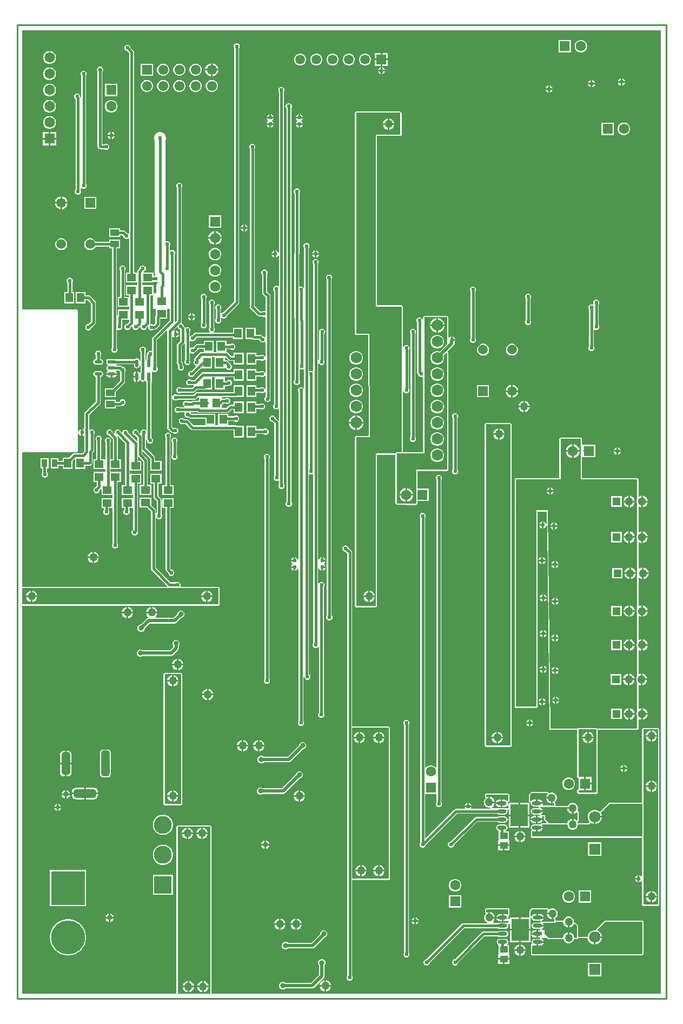
<source format=gbl>
G04*
G04 #@! TF.GenerationSoftware,Altium Limited,Altium Designer,22.6.1 (34)*
G04*
G04 Layer_Physical_Order=2*
G04 Layer_Color=16711680*
%FSLAX25Y25*%
%MOIN*%
G70*
G04*
G04 #@! TF.SameCoordinates,26821394-4C13-4CD4-A4B4-11F4951342BE*
G04*
G04*
G04 #@! TF.FilePolarity,Positive*
G04*
G01*
G75*
%ADD12C,0.01000*%
%ADD16C,0.00236*%
%ADD22R,0.03378X0.04969*%
%ADD41R,0.05315X0.03937*%
%ADD84R,0.11024X0.11024*%
%ADD85C,0.11024*%
%ADD93R,0.05118X0.05118*%
%ADD94C,0.05118*%
%ADD96C,0.03200*%
%ADD98C,0.02000*%
%ADD99C,0.01500*%
%ADD100R,0.07087X0.07087*%
%ADD101C,0.07087*%
%ADD102C,0.07000*%
%ADD103C,0.20885*%
%ADD104R,0.20885X0.20885*%
G04:AMPARAMS|DCode=105|XSize=157.48mil|YSize=51.18mil|CornerRadius=12.8mil|HoleSize=0mil|Usage=FLASHONLY|Rotation=90.000|XOffset=0mil|YOffset=0mil|HoleType=Round|Shape=RoundedRectangle|*
%AMROUNDEDRECTD105*
21,1,0.15748,0.02559,0,0,90.0*
21,1,0.13189,0.05118,0,0,90.0*
1,1,0.02559,0.01280,0.06594*
1,1,0.02559,0.01280,-0.06594*
1,1,0.02559,-0.01280,-0.06594*
1,1,0.02559,-0.01280,0.06594*
%
%ADD105ROUNDEDRECTD105*%
G04:AMPARAMS|DCode=106|XSize=137.8mil|YSize=51.18mil|CornerRadius=12.8mil|HoleSize=0mil|Usage=FLASHONLY|Rotation=90.000|XOffset=0mil|YOffset=0mil|HoleType=Round|Shape=RoundedRectangle|*
%AMROUNDEDRECTD106*
21,1,0.13780,0.02559,0,0,90.0*
21,1,0.11221,0.05118,0,0,90.0*
1,1,0.02559,0.01280,0.05610*
1,1,0.02559,0.01280,-0.05610*
1,1,0.02559,-0.01280,-0.05610*
1,1,0.02559,-0.01280,0.05610*
%
%ADD106ROUNDEDRECTD106*%
G04:AMPARAMS|DCode=107|XSize=137.8mil|YSize=51.18mil|CornerRadius=12.8mil|HoleSize=0mil|Usage=FLASHONLY|Rotation=180.000|XOffset=0mil|YOffset=0mil|HoleType=Round|Shape=RoundedRectangle|*
%AMROUNDEDRECTD107*
21,1,0.13780,0.02559,0,0,180.0*
21,1,0.11221,0.05118,0,0,180.0*
1,1,0.02559,-0.05610,0.01280*
1,1,0.02559,0.05610,0.01280*
1,1,0.02559,0.05610,-0.01280*
1,1,0.02559,-0.05610,-0.01280*
%
%ADD107ROUNDEDRECTD107*%
%ADD108C,0.06299*%
%ADD109R,0.06299X0.06299*%
%ADD110R,0.06299X0.06299*%
%ADD111C,0.05906*%
%ADD112R,0.05906X0.05906*%
%ADD113R,0.06102X0.06102*%
%ADD114C,0.06102*%
%ADD115R,0.05906X0.05906*%
%ADD116C,0.06496*%
%ADD117R,0.06496X0.06496*%
%ADD118C,0.05000*%
%ADD119C,0.02400*%
%ADD120R,0.02095X0.04745*%
G04:AMPARAMS|DCode=121|XSize=47.45mil|YSize=20.95mil|CornerRadius=10.48mil|HoleSize=0mil|Usage=FLASHONLY|Rotation=90.000|XOffset=0mil|YOffset=0mil|HoleType=Round|Shape=RoundedRectangle|*
%AMROUNDEDRECTD121*
21,1,0.04745,0.00000,0,0,90.0*
21,1,0.02650,0.02095,0,0,90.0*
1,1,0.02095,0.00000,0.01325*
1,1,0.02095,0.00000,-0.01325*
1,1,0.02095,0.00000,-0.01325*
1,1,0.02095,0.00000,0.01325*
%
%ADD121ROUNDEDRECTD121*%
%ADD122R,0.04745X0.02095*%
G04:AMPARAMS|DCode=123|XSize=47.45mil|YSize=20.95mil|CornerRadius=10.48mil|HoleSize=0mil|Usage=FLASHONLY|Rotation=180.000|XOffset=0mil|YOffset=0mil|HoleType=Round|Shape=RoundedRectangle|*
%AMROUNDEDRECTD123*
21,1,0.04745,0.00000,0,0,180.0*
21,1,0.02650,0.02095,0,0,180.0*
1,1,0.02095,-0.01325,0.00000*
1,1,0.02095,0.01325,0.00000*
1,1,0.02095,0.01325,0.00000*
1,1,0.02095,-0.01325,0.00000*
%
%ADD123ROUNDEDRECTD123*%
%ADD124R,0.05709X0.04724*%
%ADD125R,0.04528X0.05709*%
%ADD126R,0.04724X0.05709*%
%ADD127O,0.05709X0.02362*%
%ADD128R,0.10669X0.13386*%
%ADD129R,0.04969X0.03955*%
G36*
X496772Y103228D02*
X219714D01*
Y206000D01*
X219659Y206273D01*
X219505Y206505D01*
X219273Y206659D01*
X219000Y206714D01*
X199000D01*
X198727Y206659D01*
X198495Y206505D01*
X198341Y206273D01*
X198286Y206000D01*
Y103228D01*
X103228D01*
Y342286D01*
X224000D01*
X224273Y342341D01*
X224505Y342495D01*
X224659Y342727D01*
X224714Y343000D01*
Y353000D01*
X224659Y353273D01*
X224505Y353505D01*
X224273Y353659D01*
X224000Y353714D01*
X201054D01*
X200731Y354214D01*
X200900Y354622D01*
Y355378D01*
X200611Y356076D01*
X200076Y356611D01*
X199378Y356900D01*
X198622D01*
X198020Y356651D01*
X194440D01*
X185478Y365612D01*
Y396181D01*
X185559Y396229D01*
X185978Y396335D01*
X186424Y395889D01*
X187122Y395600D01*
X187878D01*
X188576Y395889D01*
X189111Y396424D01*
X189400Y397122D01*
Y397878D01*
X189111Y398576D01*
X188978Y398709D01*
Y407385D01*
X188866Y407950D01*
X188545Y408430D01*
X187053Y409922D01*
Y417501D01*
X189129D01*
Y423625D01*
X182020D01*
Y417501D01*
X184096D01*
Y409310D01*
X184209Y408744D01*
X184529Y408264D01*
X186022Y406772D01*
Y399170D01*
X185978Y399133D01*
X185478Y399362D01*
Y400880D01*
X185366Y401446D01*
X185045Y401926D01*
X182684Y404288D01*
Y408813D01*
X175575D01*
Y402689D01*
X180101D01*
X182522Y400268D01*
Y365000D01*
X182634Y364434D01*
X182955Y363955D01*
X192695Y354214D01*
X192612Y353876D01*
X192503Y353714D01*
X103228D01*
Y436920D01*
X136786D01*
X137059Y436974D01*
X137291Y437129D01*
X137445Y437361D01*
X137499Y437634D01*
Y447981D01*
X137999Y448081D01*
X138135Y447754D01*
X138754Y447135D01*
X139500Y446826D01*
Y449000D01*
Y451174D01*
X138754Y450865D01*
X138135Y450246D01*
X137999Y449919D01*
X137499Y450019D01*
Y524248D01*
X137445Y524521D01*
X137291Y524753D01*
X137059Y524907D01*
X136786Y524962D01*
X103228D01*
Y696772D01*
X496772D01*
Y103228D01*
D02*
G37*
G36*
X224000Y343000D02*
X103228D01*
Y353000D01*
X224000D01*
Y343000D01*
D02*
G37*
G36*
X219000Y103228D02*
X199000D01*
Y206000D01*
X219000D01*
Y103228D01*
D02*
G37*
%LPC*%
G36*
X448018Y690843D02*
X447004D01*
X446025Y690581D01*
X445147Y690074D01*
X444431Y689357D01*
X443924Y688479D01*
X443661Y687500D01*
Y686486D01*
X443924Y685507D01*
X444431Y684629D01*
X445147Y683913D01*
X446025Y683406D01*
X447004Y683144D01*
X448018D01*
X448997Y683406D01*
X449875Y683913D01*
X450592Y684629D01*
X451098Y685507D01*
X451361Y686486D01*
Y687500D01*
X451098Y688479D01*
X450592Y689357D01*
X449875Y690074D01*
X448997Y690581D01*
X448018Y690843D01*
D02*
G37*
G36*
X441361D02*
X433661D01*
Y683144D01*
X441361D01*
Y690843D01*
D02*
G37*
G36*
X328472Y682800D02*
X325019D01*
Y679347D01*
X328472D01*
Y682800D01*
D02*
G37*
G36*
X324019D02*
X320566D01*
Y679347D01*
X324019D01*
Y682800D01*
D02*
G37*
G36*
X120520Y683948D02*
X119480D01*
X118476Y683679D01*
X117576Y683159D01*
X116841Y682424D01*
X116321Y681524D01*
X116052Y680520D01*
Y679480D01*
X116321Y678476D01*
X116841Y677576D01*
X117576Y676841D01*
X118476Y676321D01*
X119480Y676052D01*
X120520D01*
X121524Y676321D01*
X122424Y676841D01*
X123159Y677576D01*
X123679Y678476D01*
X123948Y679480D01*
Y680520D01*
X123679Y681524D01*
X123159Y682424D01*
X122424Y683159D01*
X121524Y683679D01*
X120520Y683948D01*
D02*
G37*
G36*
X315000Y682500D02*
X314038D01*
X313109Y682251D01*
X312276Y681770D01*
X311596Y681090D01*
X311115Y680257D01*
X310866Y679328D01*
Y678366D01*
X311115Y677437D01*
X311596Y676604D01*
X312276Y675924D01*
X313109Y675443D01*
X314038Y675195D01*
X315000D01*
X315929Y675443D01*
X316762Y675924D01*
X317442Y676604D01*
X317923Y677437D01*
X318172Y678366D01*
Y679328D01*
X317923Y680257D01*
X317442Y681090D01*
X316762Y681770D01*
X315929Y682251D01*
X315000Y682500D01*
D02*
G37*
G36*
X305000D02*
X304038D01*
X303109Y682251D01*
X302276Y681770D01*
X301596Y681090D01*
X301115Y680257D01*
X300866Y679328D01*
Y678366D01*
X301115Y677437D01*
X301596Y676604D01*
X302276Y675924D01*
X303109Y675443D01*
X304038Y675195D01*
X305000D01*
X305929Y675443D01*
X306762Y675924D01*
X307442Y676604D01*
X307923Y677437D01*
X308172Y678366D01*
Y679328D01*
X307923Y680257D01*
X307442Y681090D01*
X306762Y681770D01*
X305929Y682251D01*
X305000Y682500D01*
D02*
G37*
G36*
X295000D02*
X294038D01*
X293109Y682251D01*
X292276Y681770D01*
X291596Y681090D01*
X291115Y680257D01*
X290866Y679328D01*
Y678366D01*
X291115Y677437D01*
X291596Y676604D01*
X292276Y675924D01*
X293109Y675443D01*
X294038Y675195D01*
X295000D01*
X295929Y675443D01*
X296762Y675924D01*
X297442Y676604D01*
X297923Y677437D01*
X298172Y678366D01*
Y679328D01*
X297923Y680257D01*
X297442Y681090D01*
X296762Y681770D01*
X295929Y682251D01*
X295000Y682500D01*
D02*
G37*
G36*
X285000D02*
X284038D01*
X283109Y682251D01*
X282276Y681770D01*
X281596Y681090D01*
X281115Y680257D01*
X280866Y679328D01*
Y678366D01*
X281115Y677437D01*
X281596Y676604D01*
X282276Y675924D01*
X283109Y675443D01*
X284038Y675195D01*
X285000D01*
X285929Y675443D01*
X286762Y675924D01*
X287442Y676604D01*
X287923Y677437D01*
X288172Y678366D01*
Y679328D01*
X287923Y680257D01*
X287442Y681090D01*
X286762Y681770D01*
X285929Y682251D01*
X285000Y682500D01*
D02*
G37*
G36*
X275000D02*
X274038D01*
X273109Y682251D01*
X272276Y681770D01*
X271596Y681090D01*
X271115Y680257D01*
X270866Y679328D01*
Y678366D01*
X271115Y677437D01*
X271596Y676604D01*
X272276Y675924D01*
X273109Y675443D01*
X274038Y675195D01*
X275000D01*
X275929Y675443D01*
X276762Y675924D01*
X277442Y676604D01*
X277923Y677437D01*
X278172Y678366D01*
Y679328D01*
X277923Y680257D01*
X277442Y681090D01*
X276762Y681770D01*
X275929Y682251D01*
X275000Y682500D01*
D02*
G37*
G36*
X328472Y678347D02*
X325019D01*
Y674895D01*
X328472D01*
Y678347D01*
D02*
G37*
G36*
X324019D02*
X320566D01*
Y674895D01*
X324019D01*
Y678347D01*
D02*
G37*
G36*
X220533Y676551D02*
X220500D01*
Y673000D01*
X224051D01*
Y673033D01*
X223775Y674064D01*
X223242Y674988D01*
X222487Y675742D01*
X221564Y676275D01*
X220533Y676551D01*
D02*
G37*
G36*
X219500D02*
X219467D01*
X218436Y676275D01*
X217512Y675742D01*
X216758Y674988D01*
X216225Y674064D01*
X215949Y673033D01*
Y673000D01*
X219500D01*
Y676551D01*
D02*
G37*
G36*
X325122Y674074D02*
Y672400D01*
X326796D01*
X326487Y673146D01*
X325868Y673765D01*
X325122Y674074D01*
D02*
G37*
G36*
X324122D02*
X323376Y673765D01*
X322757Y673146D01*
X322448Y672400D01*
X324122D01*
Y674074D01*
D02*
G37*
G36*
X326796Y671400D02*
X325122D01*
Y669726D01*
X325868Y670035D01*
X326487Y670654D01*
X326796Y671400D01*
D02*
G37*
G36*
X324122D02*
X322448D01*
X322757Y670654D01*
X323376Y670035D01*
X324122Y669726D01*
Y671400D01*
D02*
G37*
G36*
X210494Y676251D02*
X209506D01*
X208552Y675995D01*
X207697Y675502D01*
X206998Y674803D01*
X206505Y673948D01*
X206249Y672994D01*
Y672006D01*
X206505Y671052D01*
X206998Y670197D01*
X207697Y669498D01*
X208552Y669004D01*
X209506Y668749D01*
X210494D01*
X211448Y669004D01*
X212303Y669498D01*
X213002Y670197D01*
X213495Y671052D01*
X213751Y672006D01*
Y672994D01*
X213495Y673948D01*
X213002Y674803D01*
X212303Y675502D01*
X211448Y675995D01*
X210494Y676251D01*
D02*
G37*
G36*
X200494D02*
X199506D01*
X198552Y675995D01*
X197697Y675502D01*
X196998Y674803D01*
X196504Y673948D01*
X196249Y672994D01*
Y672006D01*
X196504Y671052D01*
X196998Y670197D01*
X197697Y669498D01*
X198552Y669004D01*
X199506Y668749D01*
X200494D01*
X201448Y669004D01*
X202303Y669498D01*
X203002Y670197D01*
X203496Y671052D01*
X203751Y672006D01*
Y672994D01*
X203496Y673948D01*
X203002Y674803D01*
X202303Y675502D01*
X201448Y675995D01*
X200494Y676251D01*
D02*
G37*
G36*
X190494D02*
X189506D01*
X188552Y675995D01*
X187697Y675502D01*
X186998Y674803D01*
X186504Y673948D01*
X186249Y672994D01*
Y672006D01*
X186504Y671052D01*
X186998Y670197D01*
X187697Y669498D01*
X188552Y669004D01*
X189506Y668749D01*
X190494D01*
X191448Y669004D01*
X192303Y669498D01*
X193002Y670197D01*
X193496Y671052D01*
X193751Y672006D01*
Y672994D01*
X193496Y673948D01*
X193002Y674803D01*
X192303Y675502D01*
X191448Y675995D01*
X190494Y676251D01*
D02*
G37*
G36*
X183751D02*
X176249D01*
Y668749D01*
X183751D01*
Y676251D01*
D02*
G37*
G36*
X224051Y672000D02*
X220500D01*
Y668449D01*
X220533D01*
X221564Y668725D01*
X222487Y669258D01*
X223242Y670013D01*
X223775Y670936D01*
X224051Y671967D01*
Y672000D01*
D02*
G37*
G36*
X219500D02*
X215949D01*
Y671967D01*
X216225Y670936D01*
X216758Y670013D01*
X217512Y669258D01*
X218436Y668725D01*
X219467Y668449D01*
X219500D01*
Y672000D01*
D02*
G37*
G36*
X120520Y673948D02*
X119480D01*
X118476Y673679D01*
X117576Y673159D01*
X116841Y672424D01*
X116321Y671524D01*
X116052Y670520D01*
Y669480D01*
X116321Y668476D01*
X116841Y667576D01*
X117576Y666841D01*
X118476Y666321D01*
X119480Y666052D01*
X120520D01*
X121524Y666321D01*
X122424Y666841D01*
X123159Y667576D01*
X123679Y668476D01*
X123948Y669480D01*
Y670520D01*
X123679Y671524D01*
X123159Y672424D01*
X122424Y673159D01*
X121524Y673679D01*
X120520Y673948D01*
D02*
G37*
G36*
X473000Y667174D02*
Y665500D01*
X474674D01*
X474365Y666246D01*
X473746Y666865D01*
X473000Y667174D01*
D02*
G37*
G36*
X472000D02*
X471254Y666865D01*
X470635Y666246D01*
X470326Y665500D01*
X472000D01*
Y667174D01*
D02*
G37*
G36*
X454611Y666098D02*
Y664424D01*
X456285D01*
X455976Y665170D01*
X455357Y665789D01*
X454611Y666098D01*
D02*
G37*
G36*
X453611D02*
X452865Y665789D01*
X452246Y665170D01*
X451937Y664424D01*
X453611D01*
Y666098D01*
D02*
G37*
G36*
X474674Y664500D02*
X473000D01*
Y662826D01*
X473746Y663135D01*
X474365Y663754D01*
X474674Y664500D01*
D02*
G37*
G36*
X472000D02*
X470326D01*
X470635Y663754D01*
X471254Y663135D01*
X472000Y662826D01*
Y664500D01*
D02*
G37*
G36*
X456285Y663424D02*
X454611D01*
Y661750D01*
X455357Y662059D01*
X455976Y662677D01*
X456285Y663424D01*
D02*
G37*
G36*
X453611D02*
X451937D01*
X452246Y662677D01*
X452865Y662059D01*
X453611Y661750D01*
Y663424D01*
D02*
G37*
G36*
X428378Y662774D02*
Y661100D01*
X430052D01*
X429743Y661846D01*
X429124Y662465D01*
X428378Y662774D01*
D02*
G37*
G36*
X427378D02*
X426632Y662465D01*
X426013Y661846D01*
X425704Y661100D01*
X427378D01*
Y662774D01*
D02*
G37*
G36*
X220494Y666251D02*
X219506D01*
X218552Y665996D01*
X217697Y665502D01*
X216998Y664803D01*
X216505Y663948D01*
X216249Y662994D01*
Y662006D01*
X216505Y661052D01*
X216998Y660197D01*
X217697Y659498D01*
X218552Y659004D01*
X219506Y658749D01*
X220494D01*
X221448Y659004D01*
X222303Y659498D01*
X223002Y660197D01*
X223496Y661052D01*
X223751Y662006D01*
Y662994D01*
X223496Y663948D01*
X223002Y664803D01*
X222303Y665502D01*
X221448Y665996D01*
X220494Y666251D01*
D02*
G37*
G36*
X210494D02*
X209506D01*
X208552Y665996D01*
X207697Y665502D01*
X206998Y664803D01*
X206505Y663948D01*
X206249Y662994D01*
Y662006D01*
X206505Y661052D01*
X206998Y660197D01*
X207697Y659498D01*
X208552Y659004D01*
X209506Y658749D01*
X210494D01*
X211448Y659004D01*
X212303Y659498D01*
X213002Y660197D01*
X213495Y661052D01*
X213751Y662006D01*
Y662994D01*
X213495Y663948D01*
X213002Y664803D01*
X212303Y665502D01*
X211448Y665996D01*
X210494Y666251D01*
D02*
G37*
G36*
X200494D02*
X199506D01*
X198552Y665996D01*
X197697Y665502D01*
X196998Y664803D01*
X196504Y663948D01*
X196249Y662994D01*
Y662006D01*
X196504Y661052D01*
X196998Y660197D01*
X197697Y659498D01*
X198552Y659004D01*
X199506Y658749D01*
X200494D01*
X201448Y659004D01*
X202303Y659498D01*
X203002Y660197D01*
X203496Y661052D01*
X203751Y662006D01*
Y662994D01*
X203496Y663948D01*
X203002Y664803D01*
X202303Y665502D01*
X201448Y665996D01*
X200494Y666251D01*
D02*
G37*
G36*
X190494D02*
X189506D01*
X188552Y665996D01*
X187697Y665502D01*
X186998Y664803D01*
X186504Y663948D01*
X186249Y662994D01*
Y662006D01*
X186504Y661052D01*
X186998Y660197D01*
X187697Y659498D01*
X188552Y659004D01*
X189506Y658749D01*
X190494D01*
X191448Y659004D01*
X192303Y659498D01*
X193002Y660197D01*
X193496Y661052D01*
X193751Y662006D01*
Y662994D01*
X193496Y663948D01*
X193002Y664803D01*
X192303Y665502D01*
X191448Y665996D01*
X190494Y666251D01*
D02*
G37*
G36*
X180494D02*
X179506D01*
X178552Y665996D01*
X177697Y665502D01*
X176998Y664803D01*
X176505Y663948D01*
X176249Y662994D01*
Y662006D01*
X176505Y661052D01*
X176998Y660197D01*
X177697Y659498D01*
X178552Y659004D01*
X179506Y658749D01*
X180494D01*
X181448Y659004D01*
X182303Y659498D01*
X183002Y660197D01*
X183495Y661052D01*
X183751Y662006D01*
Y662994D01*
X183495Y663948D01*
X183002Y664803D01*
X182303Y665502D01*
X181448Y665996D01*
X180494Y666251D01*
D02*
G37*
G36*
X430052Y660100D02*
X428378D01*
Y658426D01*
X429124Y658735D01*
X429743Y659354D01*
X430052Y660100D01*
D02*
G37*
G36*
X427378D02*
X425704D01*
X426013Y659354D01*
X426632Y658735D01*
X427378Y658426D01*
Y660100D01*
D02*
G37*
G36*
X161850Y663850D02*
X154150D01*
Y656150D01*
X161850D01*
Y663850D01*
D02*
G37*
G36*
X120520Y663948D02*
X119480D01*
X118476Y663679D01*
X117576Y663159D01*
X116841Y662424D01*
X116321Y661524D01*
X116052Y660520D01*
Y659480D01*
X116321Y658476D01*
X116841Y657576D01*
X117576Y656841D01*
X118476Y656321D01*
X119480Y656052D01*
X120520D01*
X121524Y656321D01*
X122424Y656841D01*
X123159Y657576D01*
X123679Y658476D01*
X123948Y659480D01*
Y660520D01*
X123679Y661524D01*
X123159Y662424D01*
X122424Y663159D01*
X121524Y663679D01*
X120520Y663948D01*
D02*
G37*
G36*
X158507Y653850D02*
X157493D01*
X156514Y653587D01*
X155636Y653081D01*
X154920Y652364D01*
X154413Y651486D01*
X154150Y650507D01*
Y649493D01*
X154413Y648514D01*
X154920Y647636D01*
X155636Y646919D01*
X156514Y646413D01*
X157493Y646150D01*
X158507D01*
X159486Y646413D01*
X160364Y646919D01*
X161080Y647636D01*
X161587Y648514D01*
X161850Y649493D01*
Y650507D01*
X161587Y651486D01*
X161080Y652364D01*
X160364Y653081D01*
X159486Y653587D01*
X158507Y653850D01*
D02*
G37*
G36*
X120520Y653948D02*
X119480D01*
X118476Y653679D01*
X117576Y653159D01*
X116841Y652424D01*
X116321Y651524D01*
X116052Y650520D01*
Y649480D01*
X116321Y648476D01*
X116841Y647576D01*
X117576Y646841D01*
X118476Y646321D01*
X119480Y646052D01*
X120520D01*
X121524Y646321D01*
X122424Y646841D01*
X123159Y647576D01*
X123679Y648476D01*
X123948Y649480D01*
Y650520D01*
X123679Y651524D01*
X123159Y652424D01*
X122424Y653159D01*
X121524Y653679D01*
X120520Y653948D01*
D02*
G37*
G36*
X274500Y645174D02*
Y643500D01*
X276174D01*
X275865Y644246D01*
X275246Y644865D01*
X274500Y645174D01*
D02*
G37*
G36*
X273500D02*
X272754Y644865D01*
X272135Y644246D01*
X271826Y643500D01*
X273500D01*
Y645174D01*
D02*
G37*
G36*
X256500D02*
Y643500D01*
X258174D01*
X257865Y644246D01*
X257246Y644865D01*
X256500Y645174D01*
D02*
G37*
G36*
X255500D02*
X254754Y644865D01*
X254135Y644246D01*
X253826Y643500D01*
X255500D01*
Y645174D01*
D02*
G37*
G36*
X276174Y642500D02*
X271826D01*
X272135Y641754D01*
X272562Y641327D01*
X272698Y641000D01*
X272562Y640673D01*
X272135Y640246D01*
X271826Y639500D01*
X276174D01*
X275865Y640246D01*
X275438Y640673D01*
X275302Y641000D01*
X275438Y641327D01*
X275865Y641754D01*
X276174Y642500D01*
D02*
G37*
G36*
X258174D02*
X253826D01*
X254135Y641754D01*
X254562Y641327D01*
X254698Y641000D01*
X254562Y640673D01*
X254135Y640246D01*
X253826Y639500D01*
X258174D01*
X257865Y640246D01*
X257438Y640673D01*
X257302Y641000D01*
X257438Y641327D01*
X257865Y641754D01*
X258174Y642500D01*
D02*
G37*
G36*
X276174Y638500D02*
X274500D01*
Y636826D01*
X275246Y637135D01*
X275865Y637754D01*
X276174Y638500D01*
D02*
G37*
G36*
X273500D02*
X271826D01*
X272135Y637754D01*
X272754Y637135D01*
X273500Y636826D01*
Y638500D01*
D02*
G37*
G36*
X258174D02*
X256500D01*
Y636826D01*
X257246Y637135D01*
X257865Y637754D01*
X258174Y638500D01*
D02*
G37*
G36*
X255500D02*
X253826D01*
X254135Y637754D01*
X254754Y637135D01*
X255500Y636826D01*
Y638500D01*
D02*
G37*
G36*
X120520Y643948D02*
X119480D01*
X118476Y643679D01*
X117576Y643159D01*
X116841Y642424D01*
X116321Y641524D01*
X116052Y640520D01*
Y639480D01*
X116321Y638476D01*
X116841Y637576D01*
X117576Y636841D01*
X118476Y636321D01*
X119480Y636052D01*
X120520D01*
X121524Y636321D01*
X122424Y636841D01*
X123159Y637576D01*
X123679Y638476D01*
X123948Y639480D01*
Y640520D01*
X123679Y641524D01*
X123159Y642424D01*
X122424Y643159D01*
X121524Y643679D01*
X120520Y643948D01*
D02*
G37*
G36*
X158600Y634296D02*
Y632622D01*
X160274D01*
X159965Y633368D01*
X159346Y633987D01*
X158600Y634296D01*
D02*
G37*
G36*
X157600D02*
X156854Y633987D01*
X156235Y633368D01*
X155926Y632622D01*
X157600D01*
Y634296D01*
D02*
G37*
G36*
X474493Y639937D02*
X473479D01*
X472500Y639675D01*
X471622Y639168D01*
X470905Y638451D01*
X470399Y637573D01*
X470136Y636594D01*
Y635580D01*
X470399Y634601D01*
X470905Y633723D01*
X471622Y633007D01*
X472500Y632500D01*
X473479Y632238D01*
X474493D01*
X475472Y632500D01*
X476350Y633007D01*
X477066Y633723D01*
X477573Y634601D01*
X477836Y635580D01*
Y636594D01*
X477573Y637573D01*
X477066Y638451D01*
X476350Y639168D01*
X475472Y639675D01*
X474493Y639937D01*
D02*
G37*
G36*
X467836D02*
X460136D01*
Y632238D01*
X467836D01*
Y639937D01*
D02*
G37*
G36*
X124248Y634248D02*
X120500D01*
Y630500D01*
X124248D01*
Y634248D01*
D02*
G37*
G36*
X119500D02*
X115752D01*
Y630500D01*
X119500D01*
Y634248D01*
D02*
G37*
G36*
X160274Y631622D02*
X158600D01*
Y629948D01*
X159346Y630257D01*
X159965Y630876D01*
X160274Y631622D01*
D02*
G37*
G36*
X157600D02*
X155926D01*
X156235Y630876D01*
X156854Y630257D01*
X157600Y629948D01*
Y631622D01*
D02*
G37*
G36*
X124248Y629500D02*
X120500D01*
Y625752D01*
X124248D01*
Y629500D01*
D02*
G37*
G36*
X119500D02*
X115752D01*
Y625752D01*
X119500D01*
Y629500D01*
D02*
G37*
G36*
X151578Y674400D02*
X150822D01*
X150124Y674111D01*
X149589Y673576D01*
X149300Y672878D01*
Y672122D01*
X149522Y671587D01*
Y625586D01*
X149634Y625020D01*
X149955Y624540D01*
X150540Y623955D01*
X151020Y623634D01*
X151586Y623522D01*
X153791D01*
X153924Y623389D01*
X154622Y623100D01*
X155378D01*
X156076Y623389D01*
X156611Y623924D01*
X156900Y624622D01*
Y625378D01*
X156611Y626076D01*
X156076Y626611D01*
X155378Y626900D01*
X154622D01*
X153924Y626611D01*
X153791Y626478D01*
X152478D01*
Y671091D01*
X152811Y671424D01*
X153100Y672122D01*
Y672878D01*
X152811Y673576D01*
X152276Y674111D01*
X151578Y674400D01*
D02*
G37*
G36*
X141378Y671900D02*
X140622D01*
X139924Y671611D01*
X139389Y671076D01*
X139100Y670378D01*
Y669622D01*
X139389Y668924D01*
X139522Y668791D01*
Y602670D01*
X139478Y602633D01*
X138978Y602862D01*
Y655257D01*
X138900Y655651D01*
Y656378D01*
X138611Y657076D01*
X138076Y657611D01*
X137378Y657900D01*
X136622D01*
X135924Y657611D01*
X135389Y657076D01*
X135100Y656378D01*
Y655622D01*
X135389Y654924D01*
X135924Y654389D01*
X136022Y654349D01*
Y598709D01*
X135889Y598576D01*
X135600Y597878D01*
Y597122D01*
X135889Y596424D01*
X136424Y595889D01*
X137122Y595600D01*
X137878D01*
X138576Y595889D01*
X139111Y596424D01*
X139400Y597122D01*
Y597878D01*
X139111Y598576D01*
X138978Y598709D01*
Y599681D01*
X139059Y599729D01*
X139478Y599835D01*
X139924Y599389D01*
X140622Y599100D01*
X141378D01*
X142076Y599389D01*
X142611Y599924D01*
X142900Y600622D01*
Y601378D01*
X142611Y602076D01*
X142478Y602209D01*
Y668791D01*
X142611Y668924D01*
X142900Y669622D01*
Y670378D01*
X142611Y671076D01*
X142076Y671611D01*
X141378Y671900D01*
D02*
G37*
G36*
X127804Y594543D02*
X127784D01*
Y591091D01*
X131236D01*
Y591111D01*
X130967Y592116D01*
X130447Y593018D01*
X129710Y593753D01*
X128809Y594274D01*
X127804Y594543D01*
D02*
G37*
G36*
X126784D02*
X126763D01*
X125758Y594274D01*
X124856Y593753D01*
X124120Y593018D01*
X123600Y592116D01*
X123331Y591111D01*
Y591091D01*
X126784D01*
Y594543D01*
D02*
G37*
G36*
X148653Y594243D02*
X141347D01*
Y586938D01*
X148653D01*
Y594243D01*
D02*
G37*
G36*
X131236Y590091D02*
X127784D01*
Y586638D01*
X127804D01*
X128809Y586907D01*
X129710Y587428D01*
X130447Y588164D01*
X130967Y589065D01*
X131236Y590070D01*
Y590091D01*
D02*
G37*
G36*
X126784D02*
X123331D01*
Y590070D01*
X123600Y589065D01*
X124120Y588164D01*
X124856Y587428D01*
X125758Y586907D01*
X126763Y586638D01*
X126784D01*
Y590091D01*
D02*
G37*
G36*
X240500Y577174D02*
Y575500D01*
X242174D01*
X241865Y576246D01*
X241246Y576865D01*
X240500Y577174D01*
D02*
G37*
G36*
X239500D02*
X238754Y576865D01*
X238135Y576246D01*
X237826Y575500D01*
X239500D01*
Y577174D01*
D02*
G37*
G36*
X225843Y582699D02*
X218144D01*
Y575000D01*
X225843D01*
Y582699D01*
D02*
G37*
G36*
X242174Y574500D02*
X240500D01*
Y572826D01*
X241246Y573135D01*
X241865Y573754D01*
X242174Y574500D01*
D02*
G37*
G36*
X239500D02*
X237826D01*
X238135Y573754D01*
X238754Y573135D01*
X239500Y572826D01*
Y574500D01*
D02*
G37*
G36*
X168378Y687900D02*
X167622D01*
X166924Y687611D01*
X166389Y687076D01*
X166100Y686378D01*
Y685622D01*
X166389Y684924D01*
X166924Y684389D01*
X167622Y684100D01*
X167809D01*
X169096Y682813D01*
Y571744D01*
X168634Y571553D01*
X168576Y571611D01*
X167878Y571900D01*
X167691D01*
X166459Y573132D01*
X165979Y573453D01*
X165413Y573565D01*
X163357D01*
Y574755D01*
X156642D01*
Y569418D01*
X163357D01*
Y570608D01*
X164801D01*
X165600Y569809D01*
Y569622D01*
X165889Y568924D01*
X166424Y568389D01*
X167122Y568100D01*
X167878D01*
X168576Y568389D01*
X168634Y568447D01*
X169096Y568256D01*
Y547562D01*
X167020D01*
Y541438D01*
X174096D01*
Y539688D01*
X167020D01*
Y533564D01*
X169096D01*
Y532562D01*
X166478D01*
Y548791D01*
X166611Y548924D01*
X166900Y549622D01*
Y550378D01*
X166611Y551076D01*
X166076Y551611D01*
X165378Y551900D01*
X164622D01*
X163924Y551611D01*
X163389Y551076D01*
X163100Y550378D01*
Y549622D01*
X163389Y548924D01*
X163522Y548791D01*
Y532562D01*
X162021D01*
Y526438D01*
X169096D01*
Y524688D01*
X162021D01*
Y521025D01*
X161978Y520993D01*
X161478Y521245D01*
Y562331D01*
X163357D01*
Y567668D01*
X156642D01*
Y566478D01*
X148364D01*
X147923Y567243D01*
X147243Y567923D01*
X146410Y568404D01*
X145481Y568653D01*
X144519D01*
X143590Y568404D01*
X142757Y567923D01*
X142077Y567243D01*
X141596Y566410D01*
X141347Y565481D01*
Y564519D01*
X141596Y563590D01*
X142077Y562757D01*
X142757Y562077D01*
X143590Y561596D01*
X144519Y561347D01*
X145481D01*
X146410Y561596D01*
X147243Y562077D01*
X147923Y562757D01*
X148364Y563522D01*
X156642D01*
Y562331D01*
X158522D01*
Y501209D01*
X158389Y501076D01*
X158100Y500378D01*
Y499622D01*
X158389Y498924D01*
X158924Y498389D01*
X159622Y498100D01*
X160378D01*
X161076Y498389D01*
X161611Y498924D01*
X161900Y499622D01*
Y500378D01*
X161611Y501076D01*
X161478Y501209D01*
Y512181D01*
X161978Y512367D01*
X162622Y512100D01*
X163378D01*
X164076Y512389D01*
X164611Y512924D01*
X164900Y513622D01*
Y514378D01*
X164699Y514863D01*
Y518564D01*
X169096D01*
Y517187D01*
X167809Y515900D01*
X167622D01*
X166924Y515611D01*
X166389Y515076D01*
X166100Y514378D01*
Y513622D01*
X166389Y512924D01*
X166924Y512389D01*
X167622Y512100D01*
X168378D01*
X169076Y512389D01*
X169611Y512924D01*
X169900Y513622D01*
Y513809D01*
X170638Y514547D01*
X170895Y514453D01*
X171100Y514302D01*
Y513622D01*
X171389Y512924D01*
X171924Y512389D01*
X172622Y512100D01*
X173378D01*
X174076Y512389D01*
X174611Y512924D01*
X174765Y513295D01*
X175512Y514043D01*
X175600Y514101D01*
X176100Y513834D01*
Y513622D01*
X176389Y512924D01*
X176924Y512389D01*
X177622Y512100D01*
X178378D01*
X179076Y512389D01*
X179611Y512924D01*
X179900Y513622D01*
Y513809D01*
X180384Y514293D01*
X180641Y514199D01*
X180846Y514048D01*
Y513368D01*
X181135Y512670D01*
X181669Y512135D01*
X182368Y511846D01*
X183124D01*
X183822Y512135D01*
X184126Y512439D01*
X184778D01*
X185344Y512552D01*
X185824Y512873D01*
X187691Y514740D01*
X188012Y515220D01*
X188124Y515786D01*
Y519001D01*
X192554D01*
Y525075D01*
X194122D01*
Y518212D01*
X183711Y507802D01*
X183391Y507322D01*
X183278Y506756D01*
Y499613D01*
X182778Y499278D01*
X182484Y499400D01*
X181728D01*
X181030Y499111D01*
X180496Y498576D01*
X180207Y497878D01*
Y497447D01*
X180195Y497436D01*
X179874Y496956D01*
X179762Y496390D01*
Y493894D01*
X179594Y493643D01*
X179478Y493061D01*
X178978Y493111D01*
Y498791D01*
X179111Y498924D01*
X179400Y499622D01*
Y500378D01*
X179111Y501076D01*
X178576Y501611D01*
X177878Y501900D01*
X177122D01*
X176424Y501611D01*
X175889Y501076D01*
X175600Y500378D01*
Y499622D01*
X175889Y498924D01*
X176022Y498791D01*
Y493111D01*
X175522Y493061D01*
X175406Y493643D01*
X175020Y494221D01*
X174442Y494607D01*
X173760Y494742D01*
X173078Y494607D01*
X172500Y494221D01*
X172338Y493978D01*
X161344D01*
Y494247D01*
X155199D01*
Y490753D01*
X155883D01*
X156035Y490252D01*
X155687Y490020D01*
X155300Y489442D01*
X155165Y488760D01*
X155300Y488078D01*
X155687Y487500D01*
X155885Y487367D01*
X155880Y486769D01*
X155470Y486496D01*
X155018Y485819D01*
X154958Y485520D01*
X158272D01*
X161585D01*
X161525Y485819D01*
X161073Y486496D01*
X160663Y486769D01*
X160653Y486807D01*
X160797Y487281D01*
X162749D01*
X163235Y486795D01*
X163389Y486424D01*
X163522Y486291D01*
Y480967D01*
X158767Y476212D01*
X154142D01*
Y470875D01*
X160857D01*
Y474121D01*
X166045Y479309D01*
X166366Y479789D01*
X166478Y480354D01*
Y486291D01*
X166611Y486424D01*
X166900Y487122D01*
Y487878D01*
X166611Y488576D01*
X166076Y489111D01*
X165378Y489400D01*
X164812D01*
X164407Y489805D01*
X163927Y490126D01*
X163361Y490238D01*
X161026D01*
X161016Y490252D01*
X161267Y490753D01*
X161344D01*
Y491022D01*
X171978D01*
Y490311D01*
X172114Y489629D01*
X172500Y489051D01*
X173078Y488665D01*
X173760Y488529D01*
X174442Y488665D01*
X175020Y489051D01*
X175406Y489629D01*
X175522Y490210D01*
X176022Y490161D01*
Y485890D01*
X175548Y485746D01*
X175510Y485756D01*
X175236Y486165D01*
X174559Y486618D01*
X174260Y486677D01*
Y483364D01*
Y480051D01*
X174559Y480111D01*
X175236Y480563D01*
X175510Y480973D01*
X176107Y480978D01*
X176240Y480779D01*
X176818Y480393D01*
X177500Y480258D01*
X178182Y480393D01*
X178760Y480779D01*
X178993Y481128D01*
X179493Y480976D01*
Y480292D01*
X179762D01*
Y450632D01*
X179262Y450425D01*
X179076Y450611D01*
X178378Y450900D01*
X177622D01*
X176924Y450611D01*
X176389Y450076D01*
X176100Y449378D01*
Y448698D01*
X175895Y448547D01*
X175638Y448453D01*
X174900Y449191D01*
Y449378D01*
X174611Y450076D01*
X174076Y450611D01*
X173378Y450900D01*
X172622D01*
X171924Y450611D01*
X171389Y450076D01*
X171100Y449378D01*
Y448622D01*
X171389Y447924D01*
X171924Y447389D01*
X172622Y447100D01*
X172809D01*
X174167Y445742D01*
Y443943D01*
X173667Y443736D01*
X168604Y448798D01*
Y449075D01*
X168315Y449773D01*
X167781Y450307D01*
X167082Y450597D01*
X166326D01*
X165628Y450307D01*
X165094Y449773D01*
X164804Y449075D01*
Y448993D01*
X164304Y448786D01*
X163900Y449191D01*
Y449378D01*
X163611Y450076D01*
X163076Y450611D01*
X162378Y450900D01*
X161622D01*
X160924Y450611D01*
X160389Y450076D01*
X160100Y449378D01*
Y448698D01*
X159895Y448547D01*
X159638Y448453D01*
X158900Y449191D01*
Y449378D01*
X158611Y450076D01*
X158076Y450611D01*
X157378Y450900D01*
X156622D01*
X155924Y450611D01*
X155389Y450076D01*
X155100Y449378D01*
Y448622D01*
X155389Y447924D01*
X155924Y447389D01*
X156622Y447100D01*
X156809D01*
X159096Y444813D01*
Y432562D01*
X157478D01*
Y442791D01*
X157611Y442924D01*
X157900Y443622D01*
Y444378D01*
X157611Y445076D01*
X157076Y445611D01*
X156378Y445900D01*
X155622D01*
X154924Y445611D01*
X154389Y445076D01*
X154100Y444378D01*
Y443622D01*
X154389Y442924D01*
X154522Y442791D01*
Y432822D01*
X154129Y432562D01*
X154022Y432562D01*
X151731D01*
Y443885D01*
X151863Y444017D01*
X152153Y444715D01*
Y445471D01*
X151863Y446169D01*
X151329Y446704D01*
X150631Y446993D01*
X149875D01*
X149176Y446704D01*
X148642Y446169D01*
X148353Y445471D01*
Y444715D01*
X148642Y444017D01*
X148774Y443885D01*
Y432562D01*
X147020D01*
Y426438D01*
X154022D01*
X154129Y426438D01*
X154522Y426178D01*
Y424948D01*
X154129Y424688D01*
X147020D01*
Y418564D01*
X149096D01*
Y416032D01*
X148219Y415154D01*
X147847Y415000D01*
X147313Y414466D01*
X147024Y413767D01*
Y413011D01*
X147313Y412313D01*
X147847Y411778D01*
X148546Y411489D01*
X149302D01*
X150000Y411778D01*
X150534Y412313D01*
X150824Y413011D01*
Y413577D01*
X151521Y414274D01*
X151912Y414163D01*
X152021Y414086D01*
Y410375D01*
X158899D01*
Y408625D01*
X152021D01*
Y402501D01*
X153522D01*
Y401209D01*
X153389Y401076D01*
X153100Y400378D01*
Y399622D01*
X153389Y398924D01*
X153924Y398389D01*
X154622Y398100D01*
X155378D01*
X156076Y398389D01*
X156611Y398924D01*
X156900Y399622D01*
Y400378D01*
X156611Y401076D01*
X156478Y401209D01*
Y402501D01*
X158899D01*
Y380609D01*
X158767Y380476D01*
X158478Y379778D01*
Y379022D01*
X158767Y378324D01*
X159302Y377789D01*
X160000Y377500D01*
X160756D01*
X161454Y377789D01*
X161989Y378324D01*
X162278Y379022D01*
Y379778D01*
X161989Y380476D01*
X161856Y380609D01*
Y418564D01*
X164129D01*
Y424688D01*
X157478D01*
Y426438D01*
X164129D01*
Y432562D01*
X162053D01*
Y445425D01*
X161941Y445991D01*
X161747Y446281D01*
X161821Y446677D01*
X161969Y446829D01*
X162101Y446808D01*
X166596Y442313D01*
Y416499D01*
X164521D01*
Y410375D01*
X171596D01*
Y408625D01*
X164521D01*
Y402501D01*
X166022D01*
Y401209D01*
X165889Y401076D01*
X165600Y400378D01*
Y399622D01*
X165889Y398924D01*
X166424Y398389D01*
X167122Y398100D01*
X167878D01*
X168576Y398389D01*
X169111Y398924D01*
X169400Y399622D01*
Y400378D01*
X169111Y401076D01*
X168978Y401209D01*
Y402501D01*
X171596D01*
Y389182D01*
X171424Y389111D01*
X170889Y388576D01*
X170600Y387878D01*
Y387122D01*
X170889Y386424D01*
X171424Y385889D01*
X172122Y385600D01*
X172878D01*
X173576Y385889D01*
X174111Y386424D01*
X174400Y387122D01*
Y387827D01*
X174441Y387888D01*
X174553Y388454D01*
Y417501D01*
X176629D01*
Y423625D01*
X169553D01*
Y425375D01*
X176629D01*
Y431499D01*
X174553D01*
Y433649D01*
X175053Y433856D01*
X177651Y431258D01*
Y416687D01*
X175575D01*
Y410563D01*
X182684D01*
Y416687D01*
X180607D01*
Y431871D01*
X180495Y432437D01*
X180175Y432916D01*
X177124Y435967D01*
Y437132D01*
X177586Y437323D01*
X181992Y432917D01*
Y430049D01*
X182020Y429906D01*
Y425375D01*
X189129D01*
Y431499D01*
X184949D01*
Y433530D01*
X184836Y434095D01*
X184516Y434575D01*
X179352Y439739D01*
Y444501D01*
X179852Y444550D01*
X179874Y444438D01*
X180100Y444100D01*
Y443622D01*
X180389Y442924D01*
X180924Y442389D01*
X181622Y442100D01*
X182378D01*
X183076Y442389D01*
X183611Y442924D01*
X183900Y443622D01*
Y444378D01*
X183611Y445076D01*
X183076Y445611D01*
X182719Y445759D01*
Y480292D01*
X182988D01*
Y485941D01*
X182988Y486044D01*
X183444Y486481D01*
X183591Y486478D01*
X183680Y486389D01*
X184379Y486100D01*
X185134D01*
X185833Y486389D01*
X186367Y486924D01*
X186656Y487622D01*
Y488378D01*
X186367Y489076D01*
X186235Y489209D01*
Y506144D01*
X192116Y512026D01*
X192577Y511779D01*
X192522Y511500D01*
Y452136D01*
X192634Y451571D01*
X192955Y451091D01*
X194919Y449127D01*
X195398Y448806D01*
X195964Y448694D01*
X196119D01*
X196424Y448389D01*
X197122Y448100D01*
X197878D01*
X198576Y448389D01*
X199111Y448924D01*
X199400Y449622D01*
Y450378D01*
X199111Y451076D01*
X198576Y451611D01*
X197878Y451900D01*
X197122D01*
X196560Y451667D01*
X195478Y452749D01*
Y469581D01*
X195978Y469681D01*
X196053Y469500D01*
X196588Y468965D01*
X197286Y468676D01*
X198042D01*
X198740Y468965D01*
X199045Y469270D01*
X209323D01*
X209889Y469383D01*
X210369Y469703D01*
X211292Y470627D01*
X211956Y470605D01*
X212001Y470554D01*
X212001Y470422D01*
Y468478D01*
X208454D01*
X207888Y468366D01*
X207491Y468101D01*
X205383D01*
X205251Y468233D01*
X204553Y468522D01*
X203797D01*
X203099Y468233D01*
X202564Y467698D01*
X202275Y467000D01*
Y466244D01*
X202564Y465546D01*
X203099Y465011D01*
X203178Y464978D01*
X203079Y464478D01*
X200209D01*
X200076Y464611D01*
X199378Y464900D01*
X198622D01*
X197924Y464611D01*
X197389Y464076D01*
X197100Y463378D01*
Y462622D01*
X197389Y461924D01*
X197924Y461389D01*
X198622Y461100D01*
X199378D01*
X200076Y461389D01*
X200209Y461522D01*
X203181D01*
X203367Y461022D01*
X203100Y460378D01*
Y459622D01*
X203389Y458924D01*
X203924Y458389D01*
X204622Y458100D01*
X205378D01*
X205683Y458226D01*
X205850Y458059D01*
X206330Y457738D01*
X206896Y457626D01*
X216076D01*
X216076Y453446D01*
X215622Y453333D01*
X208833D01*
X205366Y456800D01*
X204886Y457120D01*
X204321Y457233D01*
X203029D01*
X202629Y457633D01*
X201931Y457922D01*
X201175D01*
X200477Y457633D01*
X199942Y457098D01*
X199653Y456400D01*
Y455644D01*
X199942Y454946D01*
X200477Y454411D01*
X201175Y454122D01*
X201931D01*
X202302Y454276D01*
X203708D01*
X207175Y450809D01*
X207655Y450489D01*
X208221Y450376D01*
X233576D01*
Y445946D01*
X239700D01*
Y453054D01*
X235590D01*
X235341Y453220D01*
X234776Y453333D01*
X230527D01*
X230074Y453446D01*
X230074Y453833D01*
Y456022D01*
X233791D01*
X233924Y455889D01*
X234622Y455600D01*
X235378D01*
X236076Y455889D01*
X236611Y456424D01*
X236900Y457122D01*
Y457878D01*
X236611Y458576D01*
X236076Y459111D01*
X235378Y459400D01*
X234622D01*
X233924Y459111D01*
X233791Y458978D01*
X230074D01*
Y460554D01*
X223950D01*
Y453833D01*
X223950Y453446D01*
X223496Y453333D01*
X222653D01*
X222200Y453446D01*
X222200Y453833D01*
Y460554D01*
X217668D01*
X217526Y460583D01*
X207508D01*
X207218Y460873D01*
X206996Y461022D01*
X207147Y461522D01*
X211206D01*
X211619Y461245D01*
X212185Y461133D01*
X229537D01*
X230102Y461245D01*
X230582Y461566D01*
X232038Y463022D01*
X233576D01*
Y460946D01*
X239700D01*
Y468054D01*
X233576D01*
Y465978D01*
X231425D01*
X230860Y465866D01*
X230380Y465545D01*
X228924Y464090D01*
X225999D01*
Y465916D01*
X226057Y465955D01*
X227013Y466911D01*
X228215D01*
X228347Y466779D01*
X229046Y466489D01*
X229802D01*
X230500Y466779D01*
X231034Y467313D01*
X231324Y468011D01*
Y468767D01*
X231034Y469465D01*
X230500Y470000D01*
X229802Y470289D01*
X229046D01*
X228347Y470000D01*
X228215Y469868D01*
X226401D01*
X226100Y470229D01*
X226082Y470520D01*
X226453Y470922D01*
X234776D01*
X234897Y470946D01*
X239700D01*
Y478054D01*
X233576D01*
Y473878D01*
X210975D01*
X210409Y473766D01*
X209929Y473445D01*
X208711Y472227D01*
X198644D01*
X198042Y472476D01*
X197286D01*
X196588Y472187D01*
X196053Y471653D01*
X195978Y471472D01*
X195478Y471571D01*
Y507876D01*
X195978Y508083D01*
X196404Y507657D01*
X197150Y507348D01*
Y509523D01*
Y511697D01*
X196885Y511587D01*
X196602Y512011D01*
X198413Y513822D01*
X199003Y513705D01*
X199124Y513411D01*
X199659Y512877D01*
X200357Y512587D01*
X200481D01*
X200522Y512546D01*
Y505534D01*
X198955Y503967D01*
X198634Y503487D01*
X198522Y502922D01*
Y492200D01*
X198634Y491634D01*
X198955Y491155D01*
X199254Y490856D01*
Y489749D01*
X199100Y489378D01*
Y488622D01*
X199389Y487924D01*
X199924Y487389D01*
X200622Y487100D01*
X201378D01*
X202076Y487389D01*
X202611Y487924D01*
X202900Y488622D01*
Y489378D01*
X202611Y490076D01*
X202210Y490477D01*
Y491468D01*
X202098Y492034D01*
X201778Y492513D01*
X201478Y492812D01*
Y502309D01*
X203022Y503852D01*
X203123Y503846D01*
X203522Y503689D01*
Y493709D01*
X203389Y493576D01*
X203100Y492878D01*
Y492122D01*
X203389Y491424D01*
X203924Y490889D01*
X204622Y490600D01*
X205378D01*
X206076Y490889D01*
X206611Y491424D01*
X206900Y492122D01*
Y492878D01*
X206611Y493576D01*
X206478Y493709D01*
Y497756D01*
X206940Y497948D01*
X206998Y497889D01*
X207697Y497600D01*
X208453D01*
X209151Y497889D01*
X209594Y498333D01*
X209777Y498455D01*
X211844Y500522D01*
X215001D01*
Y498478D01*
X213524D01*
X212959Y498366D01*
X212479Y498045D01*
X209738Y495304D01*
X209417Y494824D01*
X209304Y494259D01*
Y493457D01*
X209000Y493153D01*
X208711Y492454D01*
Y491698D01*
X209000Y491000D01*
X209535Y490465D01*
X210147Y490212D01*
X210356Y489714D01*
X207522Y486880D01*
X206997D01*
X206298Y486591D01*
X205764Y486057D01*
X205475Y485358D01*
Y484603D01*
X205764Y483904D01*
X206298Y483370D01*
X206997Y483080D01*
X207753D01*
X208451Y483370D01*
X208985Y483904D01*
X209168Y484344D01*
X213539Y488716D01*
X214001Y488524D01*
Y488446D01*
X220125D01*
Y495522D01*
X221875D01*
Y488446D01*
X227999D01*
Y489499D01*
X228499Y489703D01*
X228524Y489678D01*
Y489011D01*
X228813Y488313D01*
X229347Y487779D01*
X230046Y487489D01*
X230802D01*
X231500Y487779D01*
X232034Y488313D01*
X232324Y489011D01*
Y489767D01*
X232034Y490465D01*
X231579Y490921D01*
X231522Y491209D01*
X231201Y491689D01*
X229845Y493045D01*
X229365Y493366D01*
X228799Y493478D01*
X227999D01*
Y495128D01*
X228499Y495335D01*
X230380Y493455D01*
X230860Y493134D01*
X231425Y493022D01*
X233576D01*
Y490946D01*
X239700D01*
Y498054D01*
X233576D01*
Y495978D01*
X232038D01*
X229971Y498045D01*
X229491Y498366D01*
X228999Y498464D01*
Y500391D01*
X231439D01*
X231572Y500259D01*
X232270Y499970D01*
X233026D01*
X233724Y500259D01*
X234259Y500793D01*
X234548Y501492D01*
Y502248D01*
X234259Y502946D01*
X233724Y503480D01*
X233026Y503770D01*
X232270D01*
X231572Y503480D01*
X231439Y503348D01*
X228999D01*
Y505554D01*
X222875D01*
Y498478D01*
X221125D01*
Y505554D01*
X215001D01*
Y503478D01*
X211232D01*
X210666Y503366D01*
X210186Y503045D01*
X208515Y501374D01*
X208453Y501400D01*
X207697D01*
X206998Y501111D01*
X206940Y501053D01*
X206478Y501244D01*
Y505256D01*
X206940Y505447D01*
X206998Y505389D01*
X207697Y505100D01*
X208453D01*
X209151Y505389D01*
X209685Y505924D01*
X209975Y506622D01*
Y506809D01*
X210687Y507522D01*
X233001D01*
Y506446D01*
X239125D01*
Y513554D01*
X233001D01*
Y510478D01*
X221319D01*
X221271Y510559D01*
X221165Y510978D01*
X221611Y511424D01*
X221900Y512122D01*
Y512878D01*
X221611Y513576D01*
X221478Y513709D01*
Y527791D01*
X221611Y527924D01*
X221900Y528622D01*
Y529378D01*
X221611Y530076D01*
X221076Y530611D01*
X220378Y530900D01*
X219622D01*
X218924Y530611D01*
X218389Y530076D01*
X218100Y529378D01*
Y528622D01*
X218389Y527924D01*
X218522Y527791D01*
Y513709D01*
X218389Y513576D01*
X218100Y512878D01*
Y512122D01*
X218389Y511424D01*
X218835Y510978D01*
X218729Y510559D01*
X218681Y510478D01*
X210075D01*
X209509Y510366D01*
X209029Y510045D01*
X207884Y508900D01*
X207697D01*
X206998Y508611D01*
X206940Y508553D01*
X206478Y508744D01*
Y510791D01*
X206611Y510924D01*
X206900Y511622D01*
Y512378D01*
X206611Y513076D01*
X206076Y513611D01*
X205378Y513900D01*
X204622D01*
X203924Y513611D01*
X203884Y513571D01*
X203411Y513681D01*
X203352Y513746D01*
X203045Y514204D01*
X202635Y514614D01*
Y514865D01*
X202346Y515563D01*
X201811Y516098D01*
X201496Y516229D01*
X201308Y516848D01*
X201366Y516934D01*
X201478Y517500D01*
Y599791D01*
X201611Y599924D01*
X201900Y600622D01*
Y601378D01*
X201611Y602076D01*
X201076Y602611D01*
X200378Y602900D01*
X199622D01*
X198924Y602611D01*
X198389Y602076D01*
X198100Y601378D01*
Y600622D01*
X198389Y599924D01*
X198522Y599791D01*
Y518112D01*
X197484Y517074D01*
X197023Y517321D01*
X197078Y517600D01*
Y558414D01*
X197211Y558546D01*
X197500Y559244D01*
Y560000D01*
X197211Y560698D01*
X196676Y561233D01*
X195978Y561522D01*
X195222D01*
X194524Y561233D01*
X194478Y561188D01*
X193978Y561395D01*
Y563791D01*
X194111Y563924D01*
X194400Y564622D01*
Y565378D01*
X194111Y566076D01*
X193576Y566611D01*
X192878Y566900D01*
X192122D01*
X191828Y566778D01*
X191328Y567112D01*
Y628569D01*
X191548Y628950D01*
X191800Y629891D01*
Y630865D01*
X191548Y631806D01*
X191061Y632650D01*
X190372Y633339D01*
X189528Y633826D01*
X188587Y634078D01*
X187613D01*
X186672Y633826D01*
X185828Y633339D01*
X185139Y632650D01*
X184652Y631806D01*
X184400Y630865D01*
Y629891D01*
X184652Y628950D01*
X184772Y628742D01*
Y548157D01*
X184828Y547732D01*
X184884Y547308D01*
X185211Y546518D01*
X185427Y546236D01*
X185181Y545736D01*
X184948D01*
X184629Y545604D01*
X184129Y545938D01*
Y547562D01*
X178292D01*
X177871Y548062D01*
X177878Y548100D01*
X178576Y548389D01*
X179111Y548924D01*
X179400Y549622D01*
Y550378D01*
X179111Y551076D01*
X178576Y551611D01*
X177878Y551900D01*
X177122D01*
X176424Y551611D01*
X175889Y551076D01*
X175600Y550378D01*
Y550191D01*
X174529Y549120D01*
X174209Y548641D01*
X174096Y548075D01*
Y547562D01*
X172053D01*
Y683425D01*
X171941Y683991D01*
X171620Y684471D01*
X169900Y686191D01*
Y686378D01*
X169611Y687076D01*
X169076Y687611D01*
X168378Y687900D01*
D02*
G37*
G36*
X222539Y572999D02*
X222493D01*
Y569350D01*
X226143D01*
Y569396D01*
X225860Y570451D01*
X225314Y571397D01*
X224541Y572170D01*
X223595Y572716D01*
X222539Y572999D01*
D02*
G37*
G36*
X221493D02*
X221447D01*
X220392Y572716D01*
X219445Y572170D01*
X218673Y571397D01*
X218126Y570451D01*
X217844Y569396D01*
Y569350D01*
X221493D01*
Y572999D01*
D02*
G37*
G36*
X226143Y568350D02*
X222493D01*
Y564700D01*
X222539D01*
X223595Y564983D01*
X224541Y565529D01*
X225314Y566302D01*
X225860Y567248D01*
X226143Y568303D01*
Y568350D01*
D02*
G37*
G36*
X221493D02*
X217844D01*
Y568303D01*
X218126Y567248D01*
X218673Y566302D01*
X219445Y565529D01*
X220392Y564983D01*
X221447Y564700D01*
X221493D01*
Y568350D01*
D02*
G37*
G36*
X127764Y568653D02*
X126803D01*
X125874Y568404D01*
X125041Y567923D01*
X124361Y567243D01*
X123880Y566410D01*
X123631Y565481D01*
Y564519D01*
X123880Y563590D01*
X124361Y562757D01*
X125041Y562077D01*
X125874Y561596D01*
X126803Y561347D01*
X127764D01*
X128693Y561596D01*
X129526Y562077D01*
X130206Y562757D01*
X130687Y563590D01*
X130936Y564519D01*
Y565481D01*
X130687Y566410D01*
X130206Y567243D01*
X129526Y567923D01*
X128693Y568404D01*
X127764Y568653D01*
D02*
G37*
G36*
X263257Y661900D02*
X262501D01*
X261803Y661611D01*
X261268Y661076D01*
X260979Y660378D01*
Y659622D01*
X261268Y658924D01*
X261461Y658731D01*
Y560114D01*
X260961Y560015D01*
X260865Y560246D01*
X260246Y560865D01*
X259500Y561174D01*
Y559000D01*
Y556826D01*
X260246Y557135D01*
X260865Y557754D01*
X260961Y557985D01*
X261461Y557886D01*
Y539283D01*
X260961Y539076D01*
X260926Y539111D01*
X260228Y539400D01*
X259472D01*
X258774Y539111D01*
X258239Y538576D01*
X257950Y537878D01*
Y537122D01*
X258239Y536424D01*
X258372Y536291D01*
Y466209D01*
X258239Y466076D01*
X257950Y465378D01*
Y464622D01*
X258239Y463924D01*
X258774Y463389D01*
X259472Y463100D01*
X260228D01*
X260926Y463389D01*
X260961Y463424D01*
X261461Y463217D01*
Y456323D01*
X261288Y456208D01*
X260961Y456130D01*
X259400Y457691D01*
Y457878D01*
X259111Y458576D01*
X258576Y459111D01*
X257878Y459400D01*
X257122D01*
X256424Y459111D01*
X255889Y458576D01*
X255600Y457878D01*
Y457122D01*
X255889Y456424D01*
X256424Y455889D01*
X257122Y455600D01*
X257309D01*
X258522Y454388D01*
Y422209D01*
X258389Y422076D01*
X258100Y421378D01*
Y420622D01*
X258389Y419924D01*
X258924Y419389D01*
X259622Y419100D01*
X260378D01*
X260961Y419342D01*
X261461Y419121D01*
Y417148D01*
X261389Y417076D01*
X261100Y416378D01*
Y415622D01*
X261389Y414924D01*
X261924Y414389D01*
X262622Y414100D01*
X263378D01*
X264076Y414389D01*
X264611Y414924D01*
X264900Y415622D01*
Y416378D01*
X264611Y417076D01*
X264418Y417269D01*
Y658852D01*
X264490Y658924D01*
X264779Y659622D01*
Y660378D01*
X264490Y661076D01*
X263955Y661611D01*
X263257Y661900D01*
D02*
G37*
G36*
X284500Y561174D02*
Y559500D01*
X286174D01*
X285865Y560246D01*
X285246Y560865D01*
X284500Y561174D01*
D02*
G37*
G36*
X283500D02*
X282754Y560865D01*
X282135Y560246D01*
X281826Y559500D01*
X283500D01*
Y561174D01*
D02*
G37*
G36*
X258500D02*
X257754Y560865D01*
X257135Y560246D01*
X256826Y559500D01*
X258500D01*
Y561174D01*
D02*
G37*
G36*
X286174Y558500D02*
X284500D01*
Y556826D01*
X285246Y557135D01*
X285865Y557754D01*
X286174Y558500D01*
D02*
G37*
G36*
X283500D02*
X281826D01*
X282135Y557754D01*
X282754Y557135D01*
X283500Y556826D01*
Y558500D01*
D02*
G37*
G36*
X258500D02*
X256826D01*
X257135Y557754D01*
X257754Y557135D01*
X258500Y556826D01*
Y558500D01*
D02*
G37*
G36*
X222500Y562699D02*
X221486D01*
X220507Y562437D01*
X219630Y561930D01*
X218913Y561213D01*
X218406Y560335D01*
X218144Y559356D01*
Y558343D01*
X218406Y557364D01*
X218913Y556486D01*
X219630Y555769D01*
X220507Y555262D01*
X221486Y555000D01*
X222500D01*
X223479Y555262D01*
X224357Y555769D01*
X225074Y556486D01*
X225581Y557364D01*
X225843Y558343D01*
Y559356D01*
X225581Y560335D01*
X225074Y561213D01*
X224357Y561930D01*
X223479Y562437D01*
X222500Y562699D01*
D02*
G37*
G36*
Y552699D02*
X221486D01*
X220507Y552437D01*
X219630Y551930D01*
X218913Y551213D01*
X218406Y550336D01*
X218144Y549356D01*
Y548343D01*
X218406Y547364D01*
X218913Y546486D01*
X219630Y545769D01*
X220507Y545262D01*
X221486Y545000D01*
X222500D01*
X223479Y545262D01*
X224357Y545769D01*
X225074Y546486D01*
X225581Y547364D01*
X225843Y548343D01*
Y549356D01*
X225581Y550336D01*
X225074Y551213D01*
X224357Y551930D01*
X223479Y552437D01*
X222500Y552699D01*
D02*
G37*
G36*
Y542699D02*
X221486D01*
X220507Y542437D01*
X219630Y541930D01*
X218913Y541213D01*
X218406Y540336D01*
X218144Y539356D01*
Y538343D01*
X218406Y537364D01*
X218913Y536486D01*
X219630Y535769D01*
X220507Y535262D01*
X221486Y535000D01*
X222500D01*
X223479Y535262D01*
X224357Y535769D01*
X225074Y536486D01*
X225581Y537364D01*
X225843Y538343D01*
Y539356D01*
X225581Y540336D01*
X225074Y541213D01*
X224357Y541930D01*
X223479Y542437D01*
X222500Y542699D01*
D02*
G37*
G36*
X132878Y544400D02*
X132122D01*
X131424Y544111D01*
X130889Y543576D01*
X130600Y542878D01*
Y542122D01*
X130889Y541424D01*
X131022Y541291D01*
Y535554D01*
X129166D01*
Y528446D01*
X135094D01*
Y535554D01*
X133978D01*
Y541291D01*
X134111Y541424D01*
X134400Y542122D01*
Y542878D01*
X134111Y543576D01*
X133576Y544111D01*
X132878Y544400D01*
D02*
G37*
G36*
X457378Y530900D02*
X456622D01*
X455924Y530611D01*
X455389Y530076D01*
X455100Y529378D01*
Y528622D01*
X455361Y527993D01*
X455267Y527868D01*
X455132Y527733D01*
X455007Y527639D01*
X454378Y527900D01*
X453622D01*
X452924Y527611D01*
X452389Y527076D01*
X452100Y526378D01*
Y525622D01*
X452389Y524924D01*
X452522Y524791D01*
Y502209D01*
X452389Y502076D01*
X452100Y501378D01*
Y500622D01*
X452389Y499924D01*
X452924Y499389D01*
X453622Y499100D01*
X454378D01*
X455076Y499389D01*
X455611Y499924D01*
X455900Y500622D01*
Y501378D01*
X455611Y502076D01*
X455478Y502209D01*
Y512181D01*
X455978Y512367D01*
X456622Y512100D01*
X457378D01*
X458076Y512389D01*
X458611Y512924D01*
X458900Y513622D01*
Y514378D01*
X458611Y515076D01*
X458478Y515209D01*
Y527791D01*
X458611Y527924D01*
X458900Y528622D01*
Y529378D01*
X458611Y530076D01*
X458076Y530611D01*
X457378Y530900D01*
D02*
G37*
G36*
X235756Y688800D02*
X235000D01*
X234302Y688511D01*
X233767Y687976D01*
X233478Y687278D01*
Y686522D01*
X233767Y685824D01*
X233899Y685691D01*
Y529712D01*
X227187Y523000D01*
X227000D01*
X226302Y522711D01*
X225978Y522388D01*
X225478Y522595D01*
Y524791D01*
X225611Y524924D01*
X225900Y525622D01*
Y526378D01*
X225611Y527076D01*
X225076Y527611D01*
X224378Y527900D01*
X223622D01*
X222924Y527611D01*
X222389Y527076D01*
X222100Y526378D01*
Y525622D01*
X222389Y524924D01*
X222522Y524791D01*
Y519209D01*
X222389Y519076D01*
X222100Y518378D01*
Y517622D01*
X222389Y516924D01*
X222924Y516389D01*
X223622Y516100D01*
X224378D01*
X225076Y516389D01*
X225611Y516924D01*
X225900Y517622D01*
Y518378D01*
X225611Y519076D01*
X225543Y519143D01*
X225590Y519544D01*
X226063Y519728D01*
X226302Y519489D01*
X227000Y519200D01*
X227756D01*
X228454Y519489D01*
X228989Y520024D01*
X229278Y520722D01*
Y520909D01*
X236423Y528055D01*
X236744Y528534D01*
X236856Y529100D01*
Y685691D01*
X236989Y685824D01*
X237278Y686522D01*
Y687278D01*
X236989Y687976D01*
X236454Y688511D01*
X235756Y688800D01*
D02*
G37*
G36*
X208100Y522324D02*
Y520650D01*
X209774D01*
X209465Y521396D01*
X208846Y522015D01*
X208100Y522324D01*
D02*
G37*
G36*
X207100D02*
X206354Y522015D01*
X205735Y521396D01*
X205426Y520650D01*
X207100D01*
Y522324D01*
D02*
G37*
G36*
X209774Y519650D02*
X208100D01*
Y517976D01*
X208846Y518285D01*
X209465Y518904D01*
X209774Y519650D01*
D02*
G37*
G36*
X207100D02*
X205426D01*
X205735Y518904D01*
X206354Y518285D01*
X207100Y517976D01*
Y519650D01*
D02*
G37*
G36*
X415378Y534550D02*
X414622D01*
X413924Y534261D01*
X413389Y533726D01*
X413100Y533028D01*
Y532272D01*
X413389Y531574D01*
X413522Y531441D01*
Y518209D01*
X413389Y518076D01*
X413100Y517378D01*
Y516622D01*
X413389Y515924D01*
X413924Y515389D01*
X414622Y515100D01*
X415378D01*
X416076Y515389D01*
X416611Y515924D01*
X416900Y516622D01*
Y517378D01*
X416611Y518076D01*
X416478Y518209D01*
Y531441D01*
X416611Y531574D01*
X416900Y532272D01*
Y533028D01*
X416611Y533726D01*
X416076Y534261D01*
X415378Y534550D01*
D02*
G37*
G36*
X215378Y534400D02*
X214622D01*
X213924Y534111D01*
X213389Y533576D01*
X213100Y532878D01*
Y532122D01*
X213389Y531424D01*
X213522Y531291D01*
Y516209D01*
X213389Y516076D01*
X213100Y515378D01*
Y514622D01*
X213389Y513924D01*
X213924Y513389D01*
X214622Y513100D01*
X215378D01*
X216076Y513389D01*
X216611Y513924D01*
X216900Y514622D01*
Y515378D01*
X216611Y516076D01*
X216478Y516209D01*
Y531291D01*
X216611Y531424D01*
X216900Y532122D01*
Y532878D01*
X216611Y533576D01*
X216076Y534111D01*
X215378Y534400D01*
D02*
G37*
G36*
X141983Y535554D02*
X136056D01*
Y528446D01*
X141983D01*
Y530522D01*
X143361D01*
X145542Y528340D01*
Y517542D01*
X143709Y515709D01*
X143522D01*
X142824Y515420D01*
X142289Y514886D01*
X142000Y514187D01*
Y513431D01*
X142289Y512733D01*
X142824Y512198D01*
X143522Y511909D01*
X144278D01*
X144976Y512198D01*
X145511Y512733D01*
X145800Y513431D01*
Y513618D01*
X148066Y515884D01*
X148386Y516364D01*
X148499Y516930D01*
Y528953D01*
X148386Y529518D01*
X148066Y529998D01*
X145018Y533045D01*
X144539Y533366D01*
X143973Y533478D01*
X141983D01*
Y535554D01*
D02*
G37*
G36*
X198150Y511697D02*
Y510023D01*
X199824D01*
X199515Y510769D01*
X198896Y511388D01*
X198150Y511697D01*
D02*
G37*
G36*
X245378Y626900D02*
X244622D01*
X243924Y626611D01*
X243389Y626076D01*
X243100Y625378D01*
Y624622D01*
X243389Y623924D01*
X243502Y623811D01*
Y526549D01*
X243483Y526452D01*
X243596Y525886D01*
X243916Y525407D01*
X248255Y521068D01*
X248734Y520748D01*
X249300Y520635D01*
X250678D01*
X250924Y520389D01*
X251622Y520100D01*
X252378D01*
X252672Y520222D01*
X253172Y519887D01*
Y507963D01*
X252672Y507755D01*
X252540Y507887D01*
X251841Y508177D01*
X251275D01*
X250761Y508691D01*
X250281Y509012D01*
X249715Y509124D01*
X246999D01*
Y513554D01*
X240875D01*
Y506446D01*
X244985D01*
X245233Y506280D01*
X245799Y506167D01*
X249103D01*
X249699Y505571D01*
X249853Y505200D01*
X250387Y504666D01*
X251086Y504377D01*
X251841D01*
X252540Y504666D01*
X252672Y504798D01*
X253172Y504591D01*
Y496029D01*
X252672Y495929D01*
X252611Y496076D01*
X252076Y496611D01*
X251378Y496900D01*
X250622D01*
X249924Y496611D01*
X249791Y496478D01*
X247574D01*
Y498054D01*
X241450D01*
Y490946D01*
X247574D01*
Y493522D01*
X249791D01*
X249924Y493389D01*
X250622Y493100D01*
X251378D01*
X252076Y493389D01*
X252611Y493924D01*
X252672Y494071D01*
X253172Y493971D01*
Y486029D01*
X252672Y485929D01*
X252611Y486076D01*
X252076Y486611D01*
X251378Y486900D01*
X250622D01*
X249924Y486611D01*
X249791Y486478D01*
X247574D01*
Y488054D01*
X241450D01*
Y480946D01*
X247574D01*
Y483522D01*
X249791D01*
X249924Y483389D01*
X250622Y483100D01*
X251378D01*
X252076Y483389D01*
X252611Y483924D01*
X252672Y484071D01*
X253172Y483971D01*
Y476029D01*
X252672Y475929D01*
X252611Y476076D01*
X252076Y476611D01*
X251378Y476900D01*
X250622D01*
X249924Y476611D01*
X249791Y476478D01*
X247574D01*
Y478054D01*
X241450D01*
Y470946D01*
X247574D01*
Y473522D01*
X249791D01*
X249924Y473389D01*
X250622Y473100D01*
X251378D01*
X252076Y473389D01*
X252611Y473924D01*
X252672Y474071D01*
X253172Y473971D01*
Y471081D01*
X252789Y470698D01*
X252500Y470000D01*
Y469244D01*
X252789Y468546D01*
X253324Y468011D01*
X254022Y467722D01*
X254778D01*
X255476Y468011D01*
X256011Y468546D01*
X256300Y469244D01*
Y470000D01*
X256128Y470414D01*
Y533004D01*
X256016Y533570D01*
X255695Y534050D01*
X253978Y535767D01*
Y546291D01*
X254111Y546424D01*
X254400Y547122D01*
Y547878D01*
X254111Y548576D01*
X253576Y549111D01*
X252878Y549400D01*
X252122D01*
X251424Y549111D01*
X250889Y548576D01*
X250600Y547878D01*
Y547122D01*
X250889Y546424D01*
X251022Y546291D01*
Y535154D01*
X251134Y534589D01*
X251455Y534109D01*
X253172Y532392D01*
Y524113D01*
X252672Y523778D01*
X252378Y523900D01*
X251622D01*
X250924Y523611D01*
X250905Y523592D01*
X249912D01*
X246459Y527045D01*
Y623772D01*
X246611Y623924D01*
X246900Y624622D01*
Y625378D01*
X246611Y626076D01*
X246076Y626611D01*
X245378Y626900D01*
D02*
G37*
G36*
X199824Y509023D02*
X198150D01*
Y507348D01*
X198896Y507657D01*
X199515Y508276D01*
X199824Y509023D01*
D02*
G37*
G36*
X368500Y508174D02*
Y506500D01*
X370174D01*
X369865Y507246D01*
X369246Y507865D01*
X368500Y508174D01*
D02*
G37*
G36*
X381378Y538900D02*
X380622D01*
X379924Y538611D01*
X379389Y538076D01*
X379100Y537378D01*
Y536622D01*
X379389Y535924D01*
X379522Y535791D01*
Y507209D01*
X379389Y507076D01*
X379100Y506378D01*
Y505622D01*
X379389Y504924D01*
X379924Y504389D01*
X380622Y504100D01*
X381378D01*
X382076Y504389D01*
X382611Y504924D01*
X382900Y505622D01*
Y506378D01*
X382611Y507076D01*
X382478Y507209D01*
Y535791D01*
X382611Y535924D01*
X382900Y536622D01*
Y537378D01*
X382611Y538076D01*
X382076Y538611D01*
X381378Y538900D01*
D02*
G37*
G36*
X405481Y503653D02*
X404519D01*
X403590Y503404D01*
X402757Y502923D01*
X402077Y502243D01*
X401596Y501410D01*
X401347Y500481D01*
Y499519D01*
X401596Y498590D01*
X402077Y497757D01*
X402757Y497077D01*
X403590Y496596D01*
X404519Y496347D01*
X405481D01*
X406410Y496596D01*
X407243Y497077D01*
X407923Y497757D01*
X408404Y498590D01*
X408653Y499519D01*
Y500481D01*
X408404Y501410D01*
X407923Y502243D01*
X407243Y502923D01*
X406410Y503404D01*
X405481Y503653D01*
D02*
G37*
G36*
X387764D02*
X386803D01*
X385874Y503404D01*
X385041Y502923D01*
X384361Y502243D01*
X383880Y501410D01*
X383631Y500481D01*
Y499519D01*
X383880Y498590D01*
X384361Y497757D01*
X385041Y497077D01*
X385874Y496596D01*
X386803Y496347D01*
X387764D01*
X388693Y496596D01*
X389526Y497077D01*
X390206Y497757D01*
X390687Y498590D01*
X390936Y499519D01*
Y500481D01*
X390687Y501410D01*
X390206Y502243D01*
X389526Y502923D01*
X388693Y503404D01*
X387764Y503653D01*
D02*
G37*
G36*
X309553Y499200D02*
X308447D01*
X307379Y498914D01*
X306421Y498361D01*
X305639Y497579D01*
X305086Y496621D01*
X304800Y495553D01*
Y494447D01*
X305086Y493379D01*
X305639Y492421D01*
X306421Y491639D01*
X307379Y491086D01*
X308447Y490800D01*
X309553D01*
X310621Y491086D01*
X311579Y491639D01*
X312361Y492421D01*
X312914Y493379D01*
X313200Y494447D01*
Y495553D01*
X312914Y496621D01*
X312361Y497579D01*
X311579Y498361D01*
X310621Y498914D01*
X309553Y499200D01*
D02*
G37*
G36*
X150378Y499400D02*
X149622D01*
X148924Y499111D01*
X148389Y498576D01*
X148100Y497878D01*
Y497122D01*
X148389Y496424D01*
X148522Y496291D01*
Y494251D01*
X147993Y494146D01*
X147415Y493760D01*
X147029Y493182D01*
X146893Y492500D01*
X147029Y491818D01*
X147415Y491240D01*
X147993Y490854D01*
X148675Y490718D01*
X151325D01*
X152007Y490854D01*
X152585Y491240D01*
X152971Y491818D01*
X153107Y492500D01*
X152971Y493182D01*
X152585Y493760D01*
X152007Y494146D01*
X151478Y494251D01*
Y496291D01*
X151611Y496424D01*
X151900Y497122D01*
Y497878D01*
X151611Y498576D01*
X151076Y499111D01*
X150378Y499400D01*
D02*
G37*
G36*
X272878Y599400D02*
X272122D01*
X271424Y599111D01*
X270889Y598576D01*
X270600Y597878D01*
Y597122D01*
X270889Y596424D01*
X271022Y596291D01*
Y559540D01*
X270984Y559484D01*
X270872Y558918D01*
Y519742D01*
X270984Y519176D01*
X271022Y519120D01*
Y481209D01*
X270889Y481076D01*
X270600Y480378D01*
Y479622D01*
X270889Y478924D01*
X271424Y478389D01*
X272122Y478100D01*
X272878D01*
X273576Y478389D01*
X274111Y478924D01*
X274400Y479622D01*
Y480378D01*
X274111Y481076D01*
X273978Y481209D01*
Y487898D01*
X274478Y488113D01*
X275072Y487867D01*
X275828D01*
X276411Y488109D01*
X276911Y487888D01*
Y476483D01*
X276411Y476276D01*
X276076Y476611D01*
X275378Y476900D01*
X274622D01*
X273924Y476611D01*
X273389Y476076D01*
X273100Y475378D01*
Y474622D01*
X273389Y473924D01*
X273522Y473791D01*
Y370968D01*
X273022Y370868D01*
X272865Y371246D01*
X272246Y371865D01*
X271500Y372174D01*
Y370000D01*
X271000D01*
Y369500D01*
X268826D01*
X269135Y368754D01*
X269562Y368327D01*
X269698Y368000D01*
X269562Y367673D01*
X269135Y367246D01*
X268826Y366500D01*
X271000D01*
Y366000D01*
X271500D01*
Y363826D01*
X272246Y364135D01*
X272865Y364754D01*
X273022Y365132D01*
X273522Y365032D01*
Y271209D01*
X273389Y271076D01*
X273100Y270378D01*
Y269622D01*
X273389Y268924D01*
X273924Y268389D01*
X274622Y268100D01*
X275378D01*
X276076Y268389D01*
X276611Y268924D01*
X276900Y269622D01*
Y270378D01*
X276611Y271076D01*
X276478Y271209D01*
Y298185D01*
X276978Y298379D01*
X277024Y298330D01*
Y298011D01*
X277313Y297313D01*
X277848Y296778D01*
X278546Y296489D01*
X279302D01*
X280000Y296778D01*
X280535Y297313D01*
X280824Y298011D01*
Y298767D01*
X280535Y299465D01*
X280000Y300000D01*
X279868Y300055D01*
Y422888D01*
X280368Y423222D01*
X280661Y423100D01*
X281417D01*
X282022Y423350D01*
X282522Y423142D01*
Y319209D01*
X282389Y319076D01*
X282100Y318378D01*
Y317622D01*
X282389Y316924D01*
X282924Y316389D01*
X283622Y316100D01*
X284378D01*
X285076Y316389D01*
X285597Y316910D01*
X285673Y316906D01*
X286097Y316790D01*
Y276284D01*
X285889Y276076D01*
X285600Y275378D01*
Y274622D01*
X285889Y273924D01*
X286424Y273389D01*
X287122Y273100D01*
X287878D01*
X288576Y273389D01*
X289111Y273924D01*
X289400Y274622D01*
Y275378D01*
X289111Y276076D01*
X289053Y276134D01*
Y353716D01*
X289261Y353924D01*
X289550Y354622D01*
Y355378D01*
X289261Y356076D01*
X288726Y356611D01*
X288028Y356900D01*
X287272D01*
X286574Y356611D01*
X286039Y356076D01*
X285978Y355929D01*
X285478Y356029D01*
Y365032D01*
X285978Y365132D01*
X286135Y364754D01*
X286754Y364135D01*
X287500Y363826D01*
Y366000D01*
X288000D01*
Y366500D01*
X290174D01*
X289865Y367246D01*
X289438Y367673D01*
X289302Y368000D01*
X289438Y368327D01*
X289865Y368754D01*
X290174Y369500D01*
X288000D01*
Y370000D01*
X287500D01*
Y372174D01*
X286754Y371865D01*
X286135Y371246D01*
X285978Y370868D01*
X285478Y370968D01*
Y491471D01*
X285978Y491571D01*
X286039Y491424D01*
X286574Y490889D01*
X287272Y490600D01*
X288028D01*
X288726Y490889D01*
X289261Y491424D01*
X289550Y492122D01*
Y492878D01*
X289261Y493576D01*
X289128Y493709D01*
Y509441D01*
X289611Y509924D01*
X289900Y510622D01*
Y511378D01*
X289611Y512076D01*
X289076Y512611D01*
X288378Y512900D01*
X287622D01*
X286924Y512611D01*
X286389Y512076D01*
X286100Y511378D01*
Y510622D01*
X286177Y510435D01*
X286172Y510406D01*
Y493856D01*
X285978Y493671D01*
X285478Y493884D01*
Y552791D01*
X285611Y552924D01*
X285900Y553622D01*
Y554378D01*
X285611Y555076D01*
X285076Y555611D01*
X284378Y555900D01*
X283622D01*
X282924Y555611D01*
X282389Y555076D01*
X282100Y554378D01*
Y553622D01*
X282389Y552924D01*
X282522Y552791D01*
Y486858D01*
X282022Y486650D01*
X281417Y486900D01*
X280661D01*
X280368Y486778D01*
X279868Y487113D01*
Y562715D01*
X280000Y562848D01*
X280289Y563546D01*
Y564302D01*
X280000Y565000D01*
X279466Y565534D01*
X278767Y565824D01*
X278011D01*
X277313Y565534D01*
X276779Y565000D01*
X276489Y564302D01*
Y563546D01*
X276779Y562848D01*
X276911Y562715D01*
Y538483D01*
X276411Y538276D01*
X276076Y538611D01*
X275378Y538900D01*
X274622D01*
X274328Y538778D01*
X273828Y539113D01*
Y558447D01*
X273866Y558502D01*
X273978Y559068D01*
Y596291D01*
X274111Y596424D01*
X274400Y597122D01*
Y597878D01*
X274111Y598576D01*
X273576Y599111D01*
X272878Y599400D01*
D02*
G37*
G36*
X173260Y486677D02*
X172961Y486618D01*
X172284Y486165D01*
X171831Y485488D01*
X171672Y484689D01*
Y483864D01*
X173260D01*
Y486677D01*
D02*
G37*
G36*
X161585Y484520D02*
X158772D01*
Y482932D01*
X159597D01*
X160395Y483091D01*
X161073Y483543D01*
X161525Y484221D01*
X161585Y484520D01*
D02*
G37*
G36*
X157772D02*
X154958D01*
X155018Y484221D01*
X155470Y483543D01*
X156148Y483091D01*
X156947Y482932D01*
X157772D01*
Y484520D01*
D02*
G37*
G36*
X239700Y488054D02*
X233576D01*
Y485978D01*
X214500D01*
X213934Y485866D01*
X213455Y485545D01*
X209156Y481246D01*
X207493D01*
X207251Y481489D01*
X206553Y481778D01*
X205797D01*
X205099Y481489D01*
X204564Y480954D01*
X204275Y480256D01*
Y479500D01*
X204564Y478802D01*
X205099Y478267D01*
X205797Y477978D01*
X206553D01*
X207251Y478267D01*
X207273Y478290D01*
X208891D01*
X209098Y477789D01*
X207787Y476478D01*
X201209D01*
X201076Y476611D01*
X200378Y476900D01*
X199622D01*
X198924Y476611D01*
X198389Y476076D01*
X198100Y475378D01*
Y474622D01*
X198389Y473924D01*
X198924Y473389D01*
X199622Y473100D01*
X200378D01*
X201076Y473389D01*
X201209Y473522D01*
X208399D01*
X208965Y473634D01*
X209445Y473955D01*
X210907Y475417D01*
X215451D01*
X215594Y475446D01*
X220125D01*
Y482554D01*
X220125D01*
X220204Y483022D01*
X221796D01*
X221875Y482554D01*
X221875Y482522D01*
Y475446D01*
X227999D01*
Y477522D01*
X229599D01*
X230165Y477634D01*
X230296Y477722D01*
X230978D01*
X231676Y478011D01*
X232211Y478546D01*
X232500Y479244D01*
Y480000D01*
X232211Y480698D01*
X231676Y481233D01*
X230978Y481522D01*
X230222D01*
X229524Y481233D01*
X228989Y480698D01*
X228898Y480478D01*
X227999D01*
Y482522D01*
X227999Y482554D01*
X228078Y483022D01*
X233576D01*
Y480946D01*
X239700D01*
Y488054D01*
D02*
G37*
G36*
X309553Y489200D02*
X308447D01*
X307379Y488914D01*
X306421Y488361D01*
X305639Y487579D01*
X305086Y486621D01*
X304800Y485553D01*
Y484447D01*
X305086Y483379D01*
X305639Y482421D01*
X306421Y481639D01*
X307379Y481086D01*
X308447Y480800D01*
X309553D01*
X310621Y481086D01*
X311579Y481639D01*
X312361Y482421D01*
X312914Y483379D01*
X313200Y484447D01*
Y485553D01*
X312914Y486621D01*
X312361Y487579D01*
X311579Y488361D01*
X310621Y488914D01*
X309553Y489200D01*
D02*
G37*
G36*
X173260Y482864D02*
X171672D01*
Y482039D01*
X171831Y481240D01*
X172284Y480563D01*
X172961Y480111D01*
X173260Y480051D01*
Y482864D01*
D02*
G37*
G36*
X405520Y478362D02*
X405500D01*
Y474909D01*
X408953D01*
Y474930D01*
X408683Y475935D01*
X408163Y476836D01*
X407427Y477572D01*
X406526Y478093D01*
X405520Y478362D01*
D02*
G37*
G36*
X404500D02*
X404480D01*
X403474Y478093D01*
X402573Y477572D01*
X401837Y476836D01*
X401317Y475935D01*
X401047Y474930D01*
Y474909D01*
X404500D01*
Y478362D01*
D02*
G37*
G36*
X309553Y479200D02*
X308447D01*
X307379Y478914D01*
X306421Y478361D01*
X305639Y477579D01*
X305086Y476621D01*
X304800Y475553D01*
Y474447D01*
X305086Y473379D01*
X305639Y472421D01*
X306421Y471639D01*
X307379Y471086D01*
X308447Y470800D01*
X309553D01*
X310621Y471086D01*
X311579Y471639D01*
X312361Y472421D01*
X312914Y473379D01*
X313200Y474447D01*
Y475553D01*
X312914Y476621D01*
X312361Y477579D01*
X311579Y478361D01*
X310621Y478914D01*
X309553Y479200D01*
D02*
G37*
G36*
X390936Y478062D02*
X383631D01*
Y470757D01*
X390936D01*
Y478062D01*
D02*
G37*
G36*
X408953Y473909D02*
X405500D01*
Y470457D01*
X405520D01*
X406526Y470726D01*
X407427Y471246D01*
X408163Y471982D01*
X408683Y472884D01*
X408953Y473889D01*
Y473909D01*
D02*
G37*
G36*
X404500D02*
X401047D01*
Y473889D01*
X401317Y472884D01*
X401837Y471982D01*
X402573Y471246D01*
X403474Y470726D01*
X404480Y470457D01*
X404500D01*
Y473909D01*
D02*
G37*
G36*
X165378Y469400D02*
X164622D01*
X163924Y469111D01*
X163389Y468576D01*
X163235Y468205D01*
X162966Y467935D01*
X160857D01*
Y469125D01*
X154142D01*
Y463788D01*
X160857D01*
Y464978D01*
X163578D01*
X164144Y465091D01*
X164623Y465411D01*
X164812Y465600D01*
X165378D01*
X166076Y465889D01*
X166611Y466424D01*
X166900Y467122D01*
Y467878D01*
X166611Y468576D01*
X166076Y469111D01*
X165378Y469400D01*
D02*
G37*
G36*
X413000Y468490D02*
Y465500D01*
X415989D01*
X415762Y466351D01*
X415301Y467149D01*
X414649Y467801D01*
X413851Y468261D01*
X413000Y468490D01*
D02*
G37*
G36*
X412000D02*
X411149Y468261D01*
X410351Y467801D01*
X409699Y467149D01*
X409238Y466351D01*
X409011Y465500D01*
X412000D01*
Y468490D01*
D02*
G37*
G36*
X247574Y468054D02*
X241450D01*
Y460946D01*
X247574D01*
Y463522D01*
X249791D01*
X249924Y463389D01*
X250622Y463100D01*
X251378D01*
X252076Y463389D01*
X252611Y463924D01*
X252900Y464622D01*
Y465378D01*
X252611Y466076D01*
X252076Y466611D01*
X251378Y466900D01*
X250622D01*
X249924Y466611D01*
X249791Y466478D01*
X247574D01*
Y468054D01*
D02*
G37*
G36*
X415989Y464500D02*
X413000D01*
Y461511D01*
X413851Y461738D01*
X414649Y462199D01*
X415301Y462851D01*
X415762Y463649D01*
X415989Y464500D01*
D02*
G37*
G36*
X412000D02*
X409011D01*
X409238Y463649D01*
X409699Y462851D01*
X410351Y462199D01*
X411149Y461738D01*
X412000Y461511D01*
Y464500D01*
D02*
G37*
G36*
X309553Y469200D02*
X308447D01*
X307379Y468914D01*
X306421Y468361D01*
X305639Y467579D01*
X305086Y466621D01*
X304800Y465553D01*
Y464447D01*
X305086Y463379D01*
X305639Y462421D01*
X306421Y461639D01*
X307379Y461086D01*
X308447Y460800D01*
X309553D01*
X310621Y461086D01*
X311579Y461639D01*
X312361Y462421D01*
X312914Y463379D01*
X313200Y464447D01*
Y465553D01*
X312914Y466621D01*
X312361Y467579D01*
X311579Y468361D01*
X310621Y468914D01*
X309553Y469200D01*
D02*
G37*
G36*
X309592Y459500D02*
X309500D01*
Y455500D01*
X313500D01*
Y455592D01*
X313193Y456737D01*
X312601Y457763D01*
X311763Y458601D01*
X310737Y459193D01*
X309592Y459500D01*
D02*
G37*
G36*
X308500D02*
X308408D01*
X307263Y459193D01*
X306237Y458601D01*
X305399Y457763D01*
X304807Y456737D01*
X304500Y455592D01*
Y455500D01*
X308500D01*
Y459500D01*
D02*
G37*
G36*
X151325Y486801D02*
X148675D01*
X147993Y486666D01*
X147415Y486280D01*
X147029Y485702D01*
X146893Y485020D01*
X147029Y484338D01*
X147415Y483760D01*
X147993Y483374D01*
X148522Y483268D01*
Y468112D01*
X141855Y461445D01*
X141534Y460966D01*
X141422Y460400D01*
Y451334D01*
X140922Y450999D01*
X140500Y451174D01*
Y449000D01*
Y446826D01*
X140922Y447001D01*
X141422Y446666D01*
Y437589D01*
X140057Y436224D01*
X135316D01*
X134751Y436111D01*
X134271Y435791D01*
X132034Y433554D01*
X128001D01*
Y431478D01*
X125448D01*
Y433184D01*
X120670D01*
Y426816D01*
X125448D01*
Y428522D01*
X128001D01*
Y426446D01*
X134125D01*
Y431463D01*
X135413Y432751D01*
X135875Y432560D01*
Y426446D01*
X141999D01*
Y428522D01*
X144414D01*
X144980Y428634D01*
X145460Y428955D01*
X146045Y429540D01*
X146366Y430020D01*
X146478Y430586D01*
Y436546D01*
X147045Y437113D01*
X147366Y437592D01*
X147478Y438158D01*
Y447791D01*
X147611Y447924D01*
X147900Y448622D01*
Y449378D01*
X147611Y450076D01*
X147076Y450611D01*
X146378Y450900D01*
X145622D01*
X144924Y450611D01*
X144878Y450565D01*
X144378Y450772D01*
Y459788D01*
X151045Y466455D01*
X151366Y466934D01*
X151478Y467500D01*
Y483268D01*
X152007Y483374D01*
X152585Y483760D01*
X152971Y484338D01*
X153107Y485020D01*
X152971Y485702D01*
X152585Y486280D01*
X152007Y486666D01*
X151325Y486801D01*
D02*
G37*
G36*
X313500Y454500D02*
X309500D01*
Y450500D01*
X309592D01*
X310737Y450807D01*
X311763Y451399D01*
X312601Y452237D01*
X313193Y453263D01*
X313500Y454408D01*
Y454500D01*
D02*
G37*
G36*
X308500D02*
X304500D01*
Y454408D01*
X304807Y453263D01*
X305399Y452237D01*
X306237Y451399D01*
X307263Y450807D01*
X308408Y450500D01*
X308500D01*
Y454500D01*
D02*
G37*
G36*
X247574Y453054D02*
X241450D01*
Y445946D01*
X247574D01*
Y448022D01*
X251866D01*
X251998Y447889D01*
X252697Y447600D01*
X253453D01*
X254151Y447889D01*
X254685Y448424D01*
X254975Y449122D01*
Y449878D01*
X254685Y450576D01*
X254151Y451111D01*
X253453Y451400D01*
X252697D01*
X251998Y451111D01*
X251866Y450978D01*
X247574D01*
Y453054D01*
D02*
G37*
G36*
X344378Y512900D02*
X343622D01*
X342924Y512611D01*
X342389Y512076D01*
X342100Y511378D01*
Y510622D01*
X342389Y509924D01*
X342522Y509791D01*
Y446209D01*
X342389Y446076D01*
X342100Y445378D01*
Y444622D01*
X342389Y443924D01*
X342924Y443389D01*
X343622Y443100D01*
X344378D01*
X345076Y443389D01*
X345611Y443924D01*
X345900Y444622D01*
Y445378D01*
X345611Y446076D01*
X345478Y446209D01*
Y509791D01*
X345611Y509924D01*
X345900Y510622D01*
Y511378D01*
X345611Y512076D01*
X345076Y512611D01*
X344378Y512900D01*
D02*
G37*
G36*
X470500Y439674D02*
Y438000D01*
X472174D01*
X471865Y438746D01*
X471246Y439365D01*
X470500Y439674D01*
D02*
G37*
G36*
X469500D02*
X468754Y439365D01*
X468135Y438746D01*
X467826Y438000D01*
X469500D01*
Y439674D01*
D02*
G37*
G36*
X472174Y437000D02*
X470500D01*
Y435326D01*
X471246Y435635D01*
X471865Y436254D01*
X472174Y437000D01*
D02*
G37*
G36*
X469500D02*
X467826D01*
X468135Y436254D01*
X468754Y435635D01*
X469500Y435326D01*
Y437000D01*
D02*
G37*
G36*
X197378Y445900D02*
X196622D01*
X195924Y445611D01*
X195389Y445076D01*
X195100Y444378D01*
Y443622D01*
X195389Y442924D01*
X195522Y442791D01*
Y435209D01*
X195389Y435076D01*
X195100Y434378D01*
Y433622D01*
X195389Y432924D01*
X195924Y432389D01*
X196622Y432100D01*
X197378D01*
X198076Y432389D01*
X198611Y432924D01*
X198900Y433622D01*
Y434378D01*
X198611Y435076D01*
X198478Y435209D01*
Y442791D01*
X198611Y442924D01*
X198900Y443622D01*
Y444378D01*
X198611Y445076D01*
X198076Y445611D01*
X197378Y445900D01*
D02*
G37*
G36*
X370378Y460900D02*
X369622D01*
X368924Y460611D01*
X368389Y460076D01*
X368100Y459378D01*
Y458622D01*
X368389Y457924D01*
X368522Y457791D01*
Y426209D01*
X368389Y426076D01*
X368100Y425378D01*
Y424622D01*
X368389Y423924D01*
X368924Y423389D01*
X369622Y423100D01*
X370378D01*
X371076Y423389D01*
X371611Y423924D01*
X371900Y424622D01*
Y425378D01*
X371611Y426076D01*
X371478Y426209D01*
Y457791D01*
X371611Y457924D01*
X371900Y458622D01*
Y459378D01*
X371611Y460076D01*
X371076Y460611D01*
X370378Y460900D01*
D02*
G37*
G36*
X119330Y433184D02*
X114552D01*
Y426816D01*
X115463D01*
Y424058D01*
X115222Y423478D01*
Y422722D01*
X115511Y422024D01*
X116046Y421489D01*
X116744Y421200D01*
X117500D01*
X118198Y421489D01*
X118733Y422024D01*
X119022Y422722D01*
Y423478D01*
X118733Y424176D01*
X118419Y424490D01*
Y426816D01*
X119330D01*
Y433184D01*
D02*
G37*
G36*
X193378Y448900D02*
X192622D01*
X191924Y448611D01*
X191389Y448076D01*
X191100Y447378D01*
Y446622D01*
X191389Y445924D01*
X191522Y445791D01*
Y416499D01*
X189521D01*
Y410375D01*
X196629D01*
Y416499D01*
X194478D01*
Y445791D01*
X194611Y445924D01*
X194900Y446622D01*
Y447378D01*
X194611Y448076D01*
X194076Y448611D01*
X193378Y448900D01*
D02*
G37*
G36*
X485677Y410007D02*
Y406957D01*
X488728D01*
X488494Y407830D01*
X488025Y408642D01*
X487362Y409305D01*
X486551Y409773D01*
X485677Y410007D01*
D02*
G37*
G36*
X336000Y646714D02*
X309000D01*
X308727Y646659D01*
X308495Y646505D01*
X308341Y646273D01*
X308286Y646000D01*
Y632653D01*
Y509759D01*
X308341Y509485D01*
X308495Y509254D01*
X308727Y509099D01*
X309000Y509045D01*
X316521D01*
X316658Y447068D01*
X316305Y446714D01*
X309000D01*
X308727Y446659D01*
X308495Y446505D01*
X308341Y446273D01*
X308286Y446000D01*
Y342000D01*
X308341Y341727D01*
X308495Y341495D01*
X308727Y341341D01*
X309000Y341286D01*
X321000D01*
X321273Y341341D01*
X321505Y341495D01*
X321659Y341727D01*
X321714Y342000D01*
Y435286D01*
X333286D01*
Y405457D01*
X333341Y405184D01*
X333495Y404952D01*
X333754Y404693D01*
X333865Y404619D01*
X333975Y404543D01*
X333981Y404542D01*
X333986Y404538D01*
X334117Y404513D01*
X334247Y404484D01*
X345631Y404292D01*
X345635Y404293D01*
X345637Y404292D01*
X345771Y404318D01*
X345905Y404342D01*
X345908Y404344D01*
X345911Y404344D01*
X346025Y404419D01*
X346140Y404493D01*
X346141Y404495D01*
X346144Y404497D01*
X346500Y404848D01*
X346502Y404850D01*
X346505Y404852D01*
X346581Y404965D01*
X346657Y405078D01*
X346658Y405081D01*
X346659Y405084D01*
X346686Y405217D01*
X346714Y405351D01*
X346713Y405354D01*
X346714Y405357D01*
Y406644D01*
X353699D01*
Y414343D01*
X346714D01*
Y425286D01*
X365000D01*
X365273Y425341D01*
X365505Y425495D01*
X365659Y425727D01*
X365714Y426000D01*
Y497895D01*
X365659Y498169D01*
X365505Y498400D01*
X365423Y498863D01*
X365443Y498992D01*
X369149Y502698D01*
X369525Y503260D01*
X369657Y503924D01*
Y504545D01*
X369865Y504754D01*
X370174Y505500D01*
X368000D01*
Y506000D01*
X367500D01*
Y508174D01*
X366754Y507865D01*
X366214Y507325D01*
X365841Y507408D01*
X365714Y507478D01*
Y517000D01*
Y520000D01*
X365659Y520273D01*
X365505Y520505D01*
X365273Y520659D01*
X365000Y520714D01*
X351000D01*
X350727Y520659D01*
X350495Y520505D01*
X350341Y520273D01*
X350286Y520000D01*
Y518752D01*
X349786Y518652D01*
X349611Y519076D01*
X349076Y519611D01*
X348378Y519900D01*
X347622D01*
X346924Y519611D01*
X346389Y519076D01*
X346100Y518378D01*
Y517622D01*
X346389Y516924D01*
X346522Y516791D01*
Y486243D01*
X346634Y485678D01*
X346955Y485198D01*
X347100Y485053D01*
Y484622D01*
X347389Y483924D01*
X347924Y483389D01*
X348622Y483100D01*
X349378D01*
X349786Y483269D01*
X350286Y482946D01*
Y436714D01*
X337714D01*
Y474248D01*
X338214Y474347D01*
X338389Y473924D01*
X338924Y473389D01*
X339622Y473100D01*
X340378D01*
X341076Y473389D01*
X341611Y473924D01*
X341900Y474622D01*
Y475378D01*
X341611Y476076D01*
X341478Y476209D01*
Y499791D01*
X341611Y499924D01*
X341900Y500622D01*
Y501378D01*
X341611Y502076D01*
X341076Y502611D01*
X340378Y502900D01*
X339622D01*
X338924Y502611D01*
X338389Y502076D01*
X338214Y501652D01*
X337714Y501752D01*
Y526622D01*
X337659Y526895D01*
X337505Y527127D01*
X337273Y527282D01*
X337000Y527336D01*
X321714D01*
Y631786D01*
X336291D01*
X336564Y631841D01*
X336796Y631995D01*
X336951Y632227D01*
X337005Y632500D01*
Y645709D01*
X336951Y645982D01*
X336796Y646213D01*
X336505Y646505D01*
X336273Y646659D01*
X336000Y646714D01*
D02*
G37*
G36*
X267878Y651900D02*
X267122D01*
X266424Y651611D01*
X265889Y651076D01*
X265600Y650378D01*
Y649622D01*
X265889Y648924D01*
X266022Y648791D01*
Y406209D01*
X265889Y406076D01*
X265600Y405378D01*
Y404622D01*
X265889Y403924D01*
X266424Y403389D01*
X267122Y403100D01*
X267878D01*
X268576Y403389D01*
X269111Y403924D01*
X269400Y404622D01*
Y405378D01*
X269111Y406076D01*
X268978Y406209D01*
Y648791D01*
X269111Y648924D01*
X269400Y649622D01*
Y650378D01*
X269111Y651076D01*
X268576Y651611D01*
X267878Y651900D01*
D02*
G37*
G36*
X488728Y405957D02*
X485677D01*
Y402906D01*
X486551Y403140D01*
X487362Y403609D01*
X488025Y404271D01*
X488494Y405083D01*
X488728Y405957D01*
D02*
G37*
G36*
X447500Y445714D02*
X435000D01*
X434727Y445659D01*
X434495Y445505D01*
X434341Y445273D01*
X434286Y445000D01*
Y420714D01*
X407500D01*
X407227Y420659D01*
X406995Y420505D01*
X406841Y420273D01*
X406786Y420000D01*
Y280000D01*
X406841Y279727D01*
X406995Y279495D01*
X407227Y279341D01*
X407500Y279286D01*
X420000D01*
X420273Y279341D01*
X420505Y279495D01*
X420659Y279727D01*
X420714Y280000D01*
Y400286D01*
X426547D01*
X426632Y392702D01*
X426133Y392600D01*
X425865Y393246D01*
X425246Y393865D01*
X424500Y394174D01*
Y392000D01*
Y389826D01*
X425246Y390135D01*
X425865Y390754D01*
X426146Y391432D01*
X426647Y391335D01*
X428039Y266449D01*
X428067Y266316D01*
X428094Y266184D01*
X428096Y266180D01*
X428097Y266176D01*
X428173Y266065D01*
X428248Y265952D01*
X428252Y265950D01*
X428254Y265946D01*
X428367Y265873D01*
X428480Y265797D01*
X428484Y265796D01*
X428487Y265794D01*
X428620Y265769D01*
X428753Y265743D01*
X445286D01*
Y236650D01*
X445341Y236377D01*
X445495Y236145D01*
X445727Y235990D01*
X446000Y235936D01*
X446150D01*
Y229064D01*
X446000D01*
X445727Y229010D01*
X445495Y228855D01*
X445341Y228624D01*
X445286Y228350D01*
Y227000D01*
X445341Y226727D01*
X445495Y226495D01*
X445727Y226341D01*
X446000Y226286D01*
X457000D01*
X457273Y226341D01*
X457505Y226495D01*
X457659Y226727D01*
X457714Y227000D01*
Y265743D01*
X482303D01*
X482576Y265797D01*
X482808Y265952D01*
X482963Y266184D01*
X483017Y266457D01*
Y272221D01*
X483450Y272471D01*
X483803Y272267D01*
X484677Y272033D01*
Y275584D01*
Y279134D01*
X483803Y278900D01*
X483450Y278696D01*
X483017Y278946D01*
Y293297D01*
X483450Y293547D01*
X483541Y293495D01*
X484415Y293260D01*
Y296811D01*
Y300362D01*
X483541Y300128D01*
X483450Y300075D01*
X483017Y300325D01*
Y314627D01*
X483450Y314877D01*
X483803Y314673D01*
X484677Y314439D01*
Y317989D01*
Y321540D01*
X483803Y321306D01*
X483450Y321101D01*
X483017Y321352D01*
Y335594D01*
X483450Y335844D01*
X483803Y335640D01*
X484677Y335406D01*
Y338957D01*
Y342507D01*
X483803Y342273D01*
X483450Y342069D01*
X483017Y342319D01*
Y359312D01*
X483479Y359503D01*
X483575Y359407D01*
X484387Y358938D01*
X485260Y358704D01*
Y362255D01*
Y365805D01*
X484387Y365571D01*
X483575Y365103D01*
X483479Y365006D01*
X483017Y365198D01*
Y381112D01*
X483450Y381362D01*
X483803Y381158D01*
X484677Y380924D01*
Y384474D01*
Y388025D01*
X483803Y387791D01*
X483450Y387587D01*
X483017Y387837D01*
Y403094D01*
X483450Y403344D01*
X483803Y403140D01*
X484677Y402906D01*
Y406457D01*
Y410007D01*
X483803Y409773D01*
X483450Y409569D01*
X483017Y409819D01*
Y420000D01*
X482963Y420273D01*
X482808Y420505D01*
X482576Y420659D01*
X482303Y420714D01*
X448214D01*
Y433497D01*
X448650Y433650D01*
X448714Y433650D01*
X456350D01*
Y441350D01*
X448714D01*
X448650Y441350D01*
X448214Y441503D01*
Y445000D01*
X448159Y445273D01*
X448005Y445505D01*
X447773Y445659D01*
X447500Y445714D01*
D02*
G37*
G36*
X423500Y394174D02*
X422754Y393865D01*
X422135Y393246D01*
X421826Y392500D01*
X423500D01*
Y394174D01*
D02*
G37*
G36*
Y391500D02*
X421826D01*
X422135Y390754D01*
X422754Y390135D01*
X423500Y389826D01*
Y391500D01*
D02*
G37*
G36*
X485677Y388025D02*
Y384974D01*
X488728D01*
X488494Y385848D01*
X488025Y386660D01*
X487362Y387322D01*
X486551Y387791D01*
X485677Y388025D01*
D02*
G37*
G36*
X488728Y383974D02*
X485677D01*
Y380924D01*
X486551Y381158D01*
X487362Y381626D01*
X488025Y382289D01*
X488494Y383101D01*
X488728Y383974D01*
D02*
G37*
G36*
X147500Y375489D02*
Y372500D01*
X150489D01*
X150261Y373351D01*
X149801Y374149D01*
X149149Y374801D01*
X148351Y375261D01*
X147500Y375489D01*
D02*
G37*
G36*
X146500D02*
X145649Y375261D01*
X144851Y374801D01*
X144199Y374149D01*
X143738Y373351D01*
X143510Y372500D01*
X146500D01*
Y375489D01*
D02*
G37*
G36*
X424122Y372274D02*
Y370600D01*
X425796D01*
X425487Y371346D01*
X424868Y371965D01*
X424122Y372274D01*
D02*
G37*
G36*
X423122D02*
X422376Y371965D01*
X421757Y371346D01*
X421448Y370600D01*
X423122D01*
Y372274D01*
D02*
G37*
G36*
X288500Y372174D02*
Y370500D01*
X290174D01*
X289865Y371246D01*
X289246Y371865D01*
X288500Y372174D01*
D02*
G37*
G36*
X270500D02*
X269754Y371865D01*
X269135Y371246D01*
X268826Y370500D01*
X270500D01*
Y372174D01*
D02*
G37*
G36*
X150489Y371500D02*
X147500D01*
Y368511D01*
X148351Y368739D01*
X149149Y369199D01*
X149801Y369851D01*
X150261Y370649D01*
X150489Y371500D01*
D02*
G37*
G36*
X146500D02*
X143510D01*
X143738Y370649D01*
X144199Y369851D01*
X144851Y369199D01*
X145649Y368739D01*
X146500Y368511D01*
Y371500D01*
D02*
G37*
G36*
X425796Y369600D02*
X424122D01*
Y367926D01*
X424868Y368235D01*
X425487Y368854D01*
X425796Y369600D01*
D02*
G37*
G36*
X423122D02*
X421448D01*
X421757Y368854D01*
X422376Y368235D01*
X423122Y367926D01*
Y369600D01*
D02*
G37*
G36*
X290174Y365500D02*
X288500D01*
Y363826D01*
X289246Y364135D01*
X289865Y364754D01*
X290174Y365500D01*
D02*
G37*
G36*
X270500D02*
X268826D01*
X269135Y364754D01*
X269754Y364135D01*
X270500Y363826D01*
Y365500D01*
D02*
G37*
G36*
X486260Y365805D02*
Y362755D01*
X489311D01*
X489077Y363628D01*
X488608Y364440D01*
X487946Y365103D01*
X487134Y365571D01*
X486260Y365805D01*
D02*
G37*
G36*
X196629Y408625D02*
X189521D01*
Y402501D01*
X191596D01*
Y364425D01*
X191709Y363859D01*
X192029Y363380D01*
X193100Y362309D01*
Y362122D01*
X193389Y361424D01*
X193924Y360889D01*
X194622Y360600D01*
X195378D01*
X196076Y360889D01*
X196611Y361424D01*
X196900Y362122D01*
Y362878D01*
X196611Y363576D01*
X196076Y364111D01*
X195378Y364400D01*
X195191D01*
X194553Y365038D01*
Y402501D01*
X196629D01*
Y408625D01*
D02*
G37*
G36*
X489311Y361755D02*
X486260D01*
Y358704D01*
X487134Y358938D01*
X487946Y359407D01*
X488608Y360069D01*
X489077Y360881D01*
X489311Y361755D01*
D02*
G37*
G36*
X424878Y349274D02*
Y347600D01*
X426552D01*
X426243Y348346D01*
X425624Y348965D01*
X424878Y349274D01*
D02*
G37*
G36*
X423878D02*
X423132Y348965D01*
X422513Y348346D01*
X422204Y347600D01*
X423878D01*
Y349274D01*
D02*
G37*
G36*
X426552Y346600D02*
X424878D01*
Y344926D01*
X425624Y345235D01*
X426243Y345854D01*
X426552Y346600D01*
D02*
G37*
G36*
X423878D02*
X422204D01*
X422513Y345854D01*
X423132Y345235D01*
X423878Y344926D01*
Y346600D01*
D02*
G37*
G36*
X485677Y342507D02*
Y339457D01*
X488728D01*
X488494Y340330D01*
X488025Y341142D01*
X487362Y341805D01*
X486551Y342273D01*
X485677Y342507D01*
D02*
G37*
G36*
X183500Y341490D02*
Y338500D01*
X186489D01*
X186261Y339351D01*
X185801Y340149D01*
X185149Y340801D01*
X184351Y341262D01*
X183500Y341490D01*
D02*
G37*
G36*
X182500D02*
X181649Y341262D01*
X180851Y340801D01*
X180199Y340149D01*
X179738Y339351D01*
X179510Y338500D01*
X182500D01*
Y341490D01*
D02*
G37*
G36*
X168500D02*
Y338500D01*
X171490D01*
X171262Y339351D01*
X170801Y340149D01*
X170149Y340801D01*
X169351Y341262D01*
X168500Y341490D01*
D02*
G37*
G36*
X167500D02*
X166649Y341262D01*
X165851Y340801D01*
X165199Y340149D01*
X164739Y339351D01*
X164511Y338500D01*
X167500D01*
Y341490D01*
D02*
G37*
G36*
X488728Y338457D02*
X485677D01*
Y335406D01*
X486551Y335640D01*
X487362Y336109D01*
X488025Y336771D01*
X488494Y337583D01*
X488728Y338457D01*
D02*
G37*
G36*
X201458Y339300D02*
X200542D01*
X199697Y338950D01*
X199050Y338303D01*
X198700Y337457D01*
Y337071D01*
X196362Y334733D01*
X185342D01*
X185198Y335082D01*
X185183Y335233D01*
X185801Y335851D01*
X186261Y336649D01*
X186489Y337500D01*
X179510D01*
X179738Y336649D01*
X180199Y335851D01*
X180839Y335211D01*
X180840Y335144D01*
X180746Y334683D01*
X180337Y334601D01*
X179774Y334226D01*
X176349Y330800D01*
X176042D01*
X175197Y330450D01*
X174550Y329803D01*
X174200Y328958D01*
Y328043D01*
X174550Y327197D01*
X175197Y326550D01*
X176042Y326200D01*
X176957D01*
X177803Y326550D01*
X178450Y327197D01*
X178800Y328043D01*
Y328349D01*
X181718Y331267D01*
X197080D01*
X197744Y331399D01*
X198306Y331774D01*
X201232Y334700D01*
X201458D01*
X202303Y335050D01*
X202950Y335697D01*
X203300Y336543D01*
Y337457D01*
X202950Y338303D01*
X202303Y338950D01*
X201458Y339300D01*
D02*
G37*
G36*
X171490Y337500D02*
X168500D01*
Y334510D01*
X169351Y334738D01*
X170149Y335199D01*
X170801Y335851D01*
X171262Y336649D01*
X171490Y337500D01*
D02*
G37*
G36*
X167500D02*
X164511D01*
X164739Y336649D01*
X165199Y335851D01*
X165851Y335199D01*
X166649Y334738D01*
X167500Y334510D01*
Y337500D01*
D02*
G37*
G36*
X292672Y546300D02*
X291916D01*
X291217Y546011D01*
X290683Y545476D01*
X290394Y544778D01*
Y544022D01*
X290683Y543324D01*
X290918Y543088D01*
Y336105D01*
X290889Y336076D01*
X290600Y335378D01*
Y334622D01*
X290889Y333924D01*
X291424Y333389D01*
X292122Y333100D01*
X292878D01*
X293576Y333389D01*
X294111Y333924D01*
X294400Y334622D01*
Y335378D01*
X294111Y336076D01*
X293875Y336312D01*
Y543295D01*
X293904Y543324D01*
X294194Y544022D01*
Y544778D01*
X293904Y545476D01*
X293370Y546011D01*
X292672Y546300D01*
D02*
G37*
G36*
X424878Y327274D02*
Y325600D01*
X426552D01*
X426243Y326346D01*
X425624Y326965D01*
X424878Y327274D01*
D02*
G37*
G36*
X423878D02*
X423132Y326965D01*
X422513Y326346D01*
X422204Y325600D01*
X423878D01*
Y327274D01*
D02*
G37*
G36*
X426552Y324600D02*
X424878D01*
Y322926D01*
X425624Y323235D01*
X426243Y323854D01*
X426552Y324600D01*
D02*
G37*
G36*
X423878D02*
X422204D01*
X422513Y323854D01*
X423132Y323235D01*
X423878Y322926D01*
Y324600D01*
D02*
G37*
G36*
X485677Y321540D02*
Y318489D01*
X488728D01*
X488494Y319363D01*
X488025Y320174D01*
X487362Y320837D01*
X486551Y321306D01*
X485677Y321540D01*
D02*
G37*
G36*
X198458Y321300D02*
X197543D01*
X196697Y320950D01*
X196050Y320303D01*
X195700Y319458D01*
Y318543D01*
X196050Y317697D01*
X196267Y317481D01*
Y316718D01*
X194282Y314733D01*
X177519D01*
X177303Y314950D01*
X176458Y315300D01*
X175542D01*
X174697Y314950D01*
X174050Y314303D01*
X173700Y313457D01*
Y312543D01*
X174050Y311697D01*
X174697Y311050D01*
X175542Y310700D01*
X176458D01*
X177303Y311050D01*
X177519Y311267D01*
X195000D01*
X195663Y311399D01*
X196226Y311774D01*
X199226Y314774D01*
X199601Y315337D01*
X199733Y316000D01*
Y317481D01*
X199950Y317697D01*
X200300Y318543D01*
Y319458D01*
X199950Y320303D01*
X199303Y320950D01*
X198458Y321300D01*
D02*
G37*
G36*
X488728Y317489D02*
X485677D01*
Y314439D01*
X486551Y314673D01*
X487362Y315141D01*
X488025Y315804D01*
X488494Y316615D01*
X488728Y317489D01*
D02*
G37*
G36*
X199500Y309489D02*
Y306500D01*
X202489D01*
X202261Y307351D01*
X201801Y308149D01*
X201149Y308801D01*
X200351Y309261D01*
X199500Y309489D01*
D02*
G37*
G36*
X198500D02*
X197649Y309261D01*
X196851Y308801D01*
X196199Y308149D01*
X195738Y307351D01*
X195510Y306500D01*
X198500D01*
Y309489D01*
D02*
G37*
G36*
X424878Y305274D02*
Y303600D01*
X426552D01*
X426243Y304346D01*
X425624Y304965D01*
X424878Y305274D01*
D02*
G37*
G36*
X423878D02*
X423132Y304965D01*
X422513Y304346D01*
X422204Y303600D01*
X423878D01*
Y305274D01*
D02*
G37*
G36*
X202489Y305500D02*
X199500D01*
Y302510D01*
X200351Y302738D01*
X201149Y303199D01*
X201801Y303851D01*
X202261Y304649D01*
X202489Y305500D01*
D02*
G37*
G36*
X198500D02*
X195510D01*
X195738Y304649D01*
X196199Y303851D01*
X196851Y303199D01*
X197649Y302738D01*
X198500Y302510D01*
Y305500D01*
D02*
G37*
G36*
X426552Y302600D02*
X424878D01*
Y300926D01*
X425624Y301235D01*
X426243Y301854D01*
X426552Y302600D01*
D02*
G37*
G36*
X423878D02*
X422204D01*
X422513Y301854D01*
X423132Y301235D01*
X423878Y300926D01*
Y302600D01*
D02*
G37*
G36*
X485415Y300362D02*
Y297311D01*
X488465D01*
X488231Y298185D01*
X487763Y298996D01*
X487100Y299659D01*
X486288Y300128D01*
X485415Y300362D01*
D02*
G37*
G36*
X254378Y435900D02*
X253622D01*
X252924Y435611D01*
X252389Y435076D01*
X252100Y434378D01*
Y433622D01*
X252389Y432924D01*
X252522Y432791D01*
Y297209D01*
X252389Y297076D01*
X252100Y296378D01*
Y295622D01*
X252389Y294924D01*
X252924Y294389D01*
X253622Y294100D01*
X254378D01*
X255076Y294389D01*
X255611Y294924D01*
X255900Y295622D01*
Y296378D01*
X255611Y297076D01*
X255478Y297209D01*
Y432791D01*
X255611Y432924D01*
X255900Y433622D01*
Y434378D01*
X255611Y435076D01*
X255076Y435611D01*
X254378Y435900D01*
D02*
G37*
G36*
X488465Y296311D02*
X485415D01*
Y293260D01*
X486288Y293495D01*
X487100Y293963D01*
X487763Y294626D01*
X488231Y295437D01*
X488465Y296311D01*
D02*
G37*
G36*
X218000Y290989D02*
Y288000D01*
X220989D01*
X220761Y288851D01*
X220301Y289649D01*
X219649Y290301D01*
X218851Y290761D01*
X218000Y290989D01*
D02*
G37*
G36*
X217000D02*
X216149Y290761D01*
X215351Y290301D01*
X214699Y289649D01*
X214239Y288851D01*
X214011Y288000D01*
X217000D01*
Y290989D01*
D02*
G37*
G36*
X220989Y287000D02*
X218000D01*
Y284011D01*
X218851Y284239D01*
X219649Y284699D01*
X220301Y285351D01*
X220761Y286149D01*
X220989Y287000D01*
D02*
G37*
G36*
X217000D02*
X214011D01*
X214239Y286149D01*
X214699Y285351D01*
X215351Y284699D01*
X216149Y284239D01*
X217000Y284011D01*
Y287000D01*
D02*
G37*
G36*
X424122Y285274D02*
Y283600D01*
X425796D01*
X425487Y284346D01*
X424868Y284965D01*
X424122Y285274D01*
D02*
G37*
G36*
X423122D02*
X422376Y284965D01*
X421757Y284346D01*
X421448Y283600D01*
X423122D01*
Y285274D01*
D02*
G37*
G36*
X425796Y282600D02*
X424122D01*
Y280926D01*
X424868Y281235D01*
X425487Y281854D01*
X425796Y282600D01*
D02*
G37*
G36*
X423122D02*
X421448D01*
X421757Y281854D01*
X422376Y281235D01*
X423122Y280926D01*
Y282600D01*
D02*
G37*
G36*
X485677Y279134D02*
Y276084D01*
X488728D01*
X488494Y276958D01*
X488025Y277769D01*
X487362Y278432D01*
X486551Y278900D01*
X485677Y279134D01*
D02*
G37*
G36*
X488728Y275084D02*
X485677D01*
Y272033D01*
X486551Y272267D01*
X487362Y272736D01*
X488025Y273398D01*
X488494Y274210D01*
X488728Y275084D01*
D02*
G37*
G36*
X416500Y272174D02*
Y270500D01*
X418174D01*
X417865Y271246D01*
X417246Y271865D01*
X416500Y272174D01*
D02*
G37*
G36*
X415500D02*
X414754Y271865D01*
X414135Y271246D01*
X413826Y270500D01*
X415500D01*
Y272174D01*
D02*
G37*
G36*
X418174Y269500D02*
X416500D01*
Y267826D01*
X417246Y268135D01*
X417865Y268754D01*
X418174Y269500D01*
D02*
G37*
G36*
X415500D02*
X413826D01*
X414135Y268754D01*
X414754Y268135D01*
X415500Y267826D01*
Y269500D01*
D02*
G37*
G36*
X249500Y259489D02*
Y256500D01*
X252489D01*
X252261Y257351D01*
X251801Y258149D01*
X251149Y258801D01*
X250351Y259261D01*
X249500Y259489D01*
D02*
G37*
G36*
X248500D02*
X247649Y259261D01*
X246851Y258801D01*
X246199Y258149D01*
X245739Y257351D01*
X245511Y256500D01*
X248500D01*
Y259489D01*
D02*
G37*
G36*
X239500D02*
Y256500D01*
X242490D01*
X242262Y257351D01*
X241801Y258149D01*
X241149Y258801D01*
X240351Y259261D01*
X239500Y259489D01*
D02*
G37*
G36*
X238500D02*
X237649Y259261D01*
X236851Y258801D01*
X236199Y258149D01*
X235738Y257351D01*
X235510Y256500D01*
X238500D01*
Y259489D01*
D02*
G37*
G36*
X404000Y454714D02*
X389000D01*
X388727Y454659D01*
X388495Y454505D01*
X388341Y454273D01*
X388286Y454000D01*
Y256000D01*
X388341Y255727D01*
X388495Y255495D01*
X388727Y255341D01*
X389000Y255286D01*
X404000D01*
X404273Y255341D01*
X404505Y255495D01*
X404659Y255727D01*
X404714Y256000D01*
Y454000D01*
X404659Y454273D01*
X404505Y454505D01*
X404273Y454659D01*
X404000Y454714D01*
D02*
G37*
G36*
X252489Y255500D02*
X249500D01*
Y252510D01*
X250351Y252738D01*
X251149Y253199D01*
X251801Y253851D01*
X252261Y254649D01*
X252489Y255500D01*
D02*
G37*
G36*
X248500D02*
X245511D01*
X245739Y254649D01*
X246199Y253851D01*
X246851Y253199D01*
X247649Y252738D01*
X248500Y252510D01*
Y255500D01*
D02*
G37*
G36*
X242490D02*
X239500D01*
Y252510D01*
X240351Y252738D01*
X241149Y253199D01*
X241801Y253851D01*
X242262Y254649D01*
X242490Y255500D01*
D02*
G37*
G36*
X238500D02*
X235510D01*
X235738Y254649D01*
X236199Y253851D01*
X236851Y253199D01*
X237649Y252738D01*
X238500Y252510D01*
Y255500D01*
D02*
G37*
G36*
X276458Y258300D02*
X275542D01*
X274697Y257950D01*
X274050Y257303D01*
X273700Y256457D01*
Y256151D01*
X266782Y249233D01*
X252019D01*
X251803Y249450D01*
X250957Y249800D01*
X250043D01*
X249197Y249450D01*
X248550Y248803D01*
X248200Y247957D01*
Y247042D01*
X248550Y246197D01*
X249197Y245550D01*
X250043Y245200D01*
X250957D01*
X251803Y245550D01*
X252019Y245767D01*
X267500D01*
X268163Y245899D01*
X268726Y246274D01*
X276151Y253700D01*
X276458D01*
X277303Y254050D01*
X277950Y254697D01*
X278300Y255542D01*
Y256457D01*
X277950Y257303D01*
X277303Y257950D01*
X276458Y258300D01*
D02*
G37*
G36*
X131280Y252934D02*
X130500D01*
Y245500D01*
X133604D01*
Y250610D01*
X133427Y251500D01*
X132923Y252254D01*
X132169Y252758D01*
X131280Y252934D01*
D02*
G37*
G36*
X129500D02*
X128720D01*
X127831Y252758D01*
X127077Y252254D01*
X126573Y251500D01*
X126396Y250610D01*
Y245500D01*
X129500D01*
Y252934D01*
D02*
G37*
G36*
X474500Y244174D02*
Y242500D01*
X476174D01*
X475865Y243246D01*
X475246Y243865D01*
X474500Y244174D01*
D02*
G37*
G36*
X473500D02*
X472754Y243865D01*
X472135Y243246D01*
X471826Y242500D01*
X473500D01*
Y244174D01*
D02*
G37*
G36*
X360378Y422900D02*
X359622D01*
X358924Y422611D01*
X358389Y422076D01*
X358100Y421378D01*
Y420622D01*
X358389Y419924D01*
X358522Y419791D01*
Y242506D01*
X358022Y242423D01*
X357364Y243080D01*
X356486Y243587D01*
X355507Y243850D01*
X354493D01*
X353514Y243587D01*
X352636Y243080D01*
X351978Y242423D01*
X351478Y242506D01*
Y396291D01*
X351611Y396424D01*
X351900Y397122D01*
Y397878D01*
X351611Y398576D01*
X351076Y399111D01*
X350378Y399400D01*
X349622D01*
X348924Y399111D01*
X348389Y398576D01*
X348100Y397878D01*
Y397122D01*
X348389Y396424D01*
X348522Y396291D01*
Y196209D01*
X348389Y196076D01*
X348100Y195378D01*
Y194622D01*
X348389Y193924D01*
X348924Y193389D01*
X349622Y193100D01*
X350378D01*
X351076Y193389D01*
X351611Y193924D01*
X351900Y194622D01*
Y194809D01*
X371112Y214022D01*
X395925D01*
X396364Y213728D01*
X397098Y213582D01*
X400445D01*
X401179Y213728D01*
X401801Y214144D01*
X402217Y214766D01*
X402363Y215500D01*
X402217Y216234D01*
X402206Y216250D01*
X402436Y216739D01*
X402769Y216793D01*
X403165Y216471D01*
Y213500D01*
X409000D01*
Y220693D01*
X403165D01*
Y220286D01*
X402726Y219980D01*
X402357Y220139D01*
X402331Y220339D01*
X402363Y220500D01*
X402331Y220660D01*
X402392Y221139D01*
X402892Y221290D01*
X402923Y221307D01*
X402958Y221314D01*
X403045Y221372D01*
X403138Y221422D01*
X403160Y221449D01*
X403190Y221469D01*
X403248Y221556D01*
X403314Y221637D01*
X403325Y221671D01*
X403344Y221700D01*
X403365Y221803D01*
X403395Y221903D01*
X403392Y221939D01*
X403399Y221973D01*
Y225661D01*
X403344Y225935D01*
X403190Y226166D01*
X402958Y226321D01*
X402685Y226375D01*
X389122D01*
X388849Y226321D01*
X388617Y226166D01*
X388463Y225935D01*
X388408Y225661D01*
Y224620D01*
X388432Y224503D01*
X388448Y224385D01*
X388459Y224367D01*
X388463Y224347D01*
X388529Y224248D01*
X388590Y224145D01*
X388606Y224132D01*
X388617Y224115D01*
X388668Y224082D01*
X388718Y223998D01*
X388725Y223977D01*
X388760Y223656D01*
X388730Y223462D01*
X388327Y223059D01*
X387906Y222330D01*
X387688Y221516D01*
Y220673D01*
X387906Y219860D01*
X388327Y219130D01*
X388923Y218534D01*
X389653Y218113D01*
X390466Y217895D01*
X391309D01*
X391547Y217958D01*
X391604Y217956D01*
X391969Y217711D01*
X391999Y217416D01*
X391593Y216978D01*
X380243D01*
X379958Y217478D01*
X380174Y218000D01*
X375826D01*
X376042Y217478D01*
X375757Y216978D01*
X370500D01*
X369934Y216866D01*
X369455Y216545D01*
X351940Y199031D01*
X351478Y199223D01*
Y226150D01*
X358522D01*
Y221209D01*
X358389Y221076D01*
X358100Y220378D01*
Y219622D01*
X358389Y218924D01*
X358924Y218389D01*
X359622Y218100D01*
X360378D01*
X361076Y218389D01*
X361611Y218924D01*
X361900Y219622D01*
Y220378D01*
X361611Y221076D01*
X361478Y221209D01*
Y419791D01*
X361611Y419924D01*
X361900Y420622D01*
Y421378D01*
X361611Y422076D01*
X361076Y422611D01*
X360378Y422900D01*
D02*
G37*
G36*
X476174Y241500D02*
X474500D01*
Y239826D01*
X475246Y240135D01*
X475865Y240754D01*
X476174Y241500D01*
D02*
G37*
G36*
X473500D02*
X471826D01*
X472135Y240754D01*
X472754Y240135D01*
X473500Y239826D01*
Y241500D01*
D02*
G37*
G36*
X133604Y244500D02*
X130500D01*
Y237066D01*
X131280D01*
X132169Y237243D01*
X132923Y237746D01*
X133427Y238500D01*
X133604Y239390D01*
Y244500D01*
D02*
G37*
G36*
X129500D02*
X126396D01*
Y239390D01*
X126573Y238500D01*
X127077Y237746D01*
X127831Y237243D01*
X128720Y237066D01*
X129500D01*
Y244500D01*
D02*
G37*
G36*
X155689Y253613D02*
X153130D01*
X152357Y253459D01*
X151703Y253022D01*
X151265Y252367D01*
X151112Y251594D01*
Y238405D01*
X151265Y237633D01*
X151703Y236978D01*
X152357Y236541D01*
X153130Y236387D01*
X155689D01*
X156461Y236541D01*
X157116Y236978D01*
X157554Y237633D01*
X157707Y238405D01*
Y251594D01*
X157554Y252367D01*
X157116Y253022D01*
X156461Y253459D01*
X155689Y253613D01*
D02*
G37*
G36*
X274458Y240300D02*
X273542D01*
X272697Y239950D01*
X272050Y239303D01*
X271700Y238457D01*
Y238151D01*
X263282Y229733D01*
X251519D01*
X251303Y229950D01*
X250458Y230300D01*
X249542D01*
X248697Y229950D01*
X248050Y229303D01*
X247700Y228457D01*
Y227542D01*
X248050Y226697D01*
X248697Y226050D01*
X249542Y225700D01*
X250458D01*
X251303Y226050D01*
X251519Y226267D01*
X264000D01*
X264663Y226399D01*
X265226Y226774D01*
X274151Y235700D01*
X274458D01*
X275303Y236050D01*
X275950Y236697D01*
X276300Y237543D01*
Y238457D01*
X275950Y239303D01*
X275303Y239950D01*
X274458Y240300D01*
D02*
G37*
G36*
X440507Y236350D02*
X439493D01*
X438514Y236087D01*
X437636Y235580D01*
X436919Y234864D01*
X436413Y233986D01*
X436150Y233007D01*
Y231993D01*
X436413Y231014D01*
X436919Y230136D01*
X437636Y229419D01*
X438514Y228913D01*
X439493Y228650D01*
X440507D01*
X441486Y228913D01*
X442364Y229419D01*
X443081Y230136D01*
X443587Y231014D01*
X443850Y231993D01*
Y233007D01*
X443587Y233986D01*
X443081Y234864D01*
X442364Y235580D01*
X441486Y236087D01*
X440507Y236350D01*
D02*
G37*
G36*
X147421Y230100D02*
X142311D01*
Y226996D01*
X149745D01*
Y227776D01*
X149568Y228665D01*
X149065Y229419D01*
X148311Y229923D01*
X147421Y230100D01*
D02*
G37*
G36*
X141311D02*
X136201D01*
X135311Y229923D01*
X134557Y229419D01*
X134054Y228665D01*
X133877Y227776D01*
Y226996D01*
X141311D01*
Y230100D01*
D02*
G37*
G36*
X130500Y228558D02*
Y226500D01*
X132558D01*
X132423Y227004D01*
X132080Y227596D01*
X131596Y228081D01*
X131004Y228423D01*
X130500Y228558D01*
D02*
G37*
G36*
X129500D02*
X128996Y228423D01*
X128404Y228081D01*
X127919Y227596D01*
X127577Y227004D01*
X127442Y226500D01*
X129500D01*
Y228558D01*
D02*
G37*
G36*
X274500Y228489D02*
Y225500D01*
X277489D01*
X277261Y226351D01*
X276801Y227149D01*
X276149Y227801D01*
X275351Y228261D01*
X274500Y228489D01*
D02*
G37*
G36*
X273500D02*
X272649Y228261D01*
X271851Y227801D01*
X271199Y227149D01*
X270739Y226351D01*
X270511Y225500D01*
X273500D01*
Y228489D01*
D02*
G37*
G36*
X132558Y225500D02*
X130500D01*
Y223442D01*
X131004Y223577D01*
X131596Y223920D01*
X132080Y224404D01*
X132423Y224996D01*
X132558Y225500D01*
D02*
G37*
G36*
X129500D02*
X127442D01*
X127577Y224996D01*
X127919Y224404D01*
X128404Y223920D01*
X128996Y223577D01*
X129500Y223442D01*
Y225500D01*
D02*
G37*
G36*
X149745Y225996D02*
X142311D01*
Y222892D01*
X147421D01*
X148311Y223069D01*
X149065Y223573D01*
X149568Y224327D01*
X149745Y225217D01*
Y225996D01*
D02*
G37*
G36*
X141311D02*
X133877D01*
Y225217D01*
X134054Y224327D01*
X134557Y223573D01*
X135311Y223069D01*
X136201Y222892D01*
X141311D01*
Y225996D01*
D02*
G37*
G36*
X277489Y224500D02*
X274500D01*
Y221511D01*
X275351Y221739D01*
X276149Y222199D01*
X276801Y222851D01*
X277261Y223649D01*
X277489Y224500D01*
D02*
G37*
G36*
X273500D02*
X270511D01*
X270739Y223649D01*
X271199Y222851D01*
X271851Y222199D01*
X272649Y221739D01*
X273500Y221511D01*
Y224500D01*
D02*
G37*
G36*
X201000Y300714D02*
X191000D01*
X190727Y300659D01*
X190495Y300505D01*
X190341Y300273D01*
X190286Y300000D01*
Y220000D01*
X190341Y219727D01*
X190495Y219495D01*
X190727Y219341D01*
X191000Y219286D01*
X201000D01*
X201273Y219341D01*
X201505Y219495D01*
X201659Y219727D01*
X201714Y220000D01*
Y300000D01*
X201659Y300273D01*
X201505Y300505D01*
X201273Y300659D01*
X201000Y300714D01*
D02*
G37*
G36*
X378500Y220674D02*
Y219000D01*
X380174D01*
X379865Y219746D01*
X379246Y220365D01*
X378500Y220674D01*
D02*
G37*
G36*
X377500D02*
X376754Y220365D01*
X376135Y219746D01*
X375826Y219000D01*
X377500D01*
Y220674D01*
D02*
G37*
G36*
X125500Y220174D02*
Y218500D01*
X127174D01*
X126865Y219246D01*
X126246Y219865D01*
X125500Y220174D01*
D02*
G37*
G36*
X124500D02*
X123754Y219865D01*
X123135Y219246D01*
X122826Y218500D01*
X124500D01*
Y220174D01*
D02*
G37*
G36*
X127174Y217500D02*
X125500D01*
Y215826D01*
X126246Y216135D01*
X126865Y216754D01*
X127174Y217500D01*
D02*
G37*
G36*
X124500D02*
X122826D01*
X123135Y216754D01*
X123754Y216135D01*
X124500Y215826D01*
Y217500D01*
D02*
G37*
G36*
X495000Y266714D02*
X486000D01*
X485727Y266659D01*
X485495Y266505D01*
X485341Y266273D01*
X485286Y266000D01*
Y220714D01*
X465000Y220714D01*
X464727Y220659D01*
X464495Y220505D01*
X459462Y215471D01*
X458850Y215407D01*
X458779Y215447D01*
X458605Y215620D01*
X457638Y216179D01*
X456559Y216468D01*
X455441D01*
X454362Y216179D01*
X453395Y215620D01*
X452604Y214830D01*
X452046Y213863D01*
X451757Y212784D01*
Y211666D01*
X452046Y210587D01*
X452604Y209619D01*
X452778Y209446D01*
X452818Y209375D01*
X452754Y208763D01*
X452204Y208214D01*
X445700D01*
X445626Y208199D01*
X445482Y208735D01*
X445428Y208829D01*
X445649Y209447D01*
X445773Y209498D01*
X446004Y209653D01*
X446159Y209884D01*
X446213Y210157D01*
Y214843D01*
X446159Y215116D01*
X446004Y215347D01*
X445773Y215502D01*
X445649Y215553D01*
X445428Y216171D01*
X445482Y216265D01*
X445700Y217079D01*
Y217921D01*
X445482Y218735D01*
X445061Y219465D01*
X444465Y220061D01*
X443735Y220482D01*
X442921Y220700D01*
X442079D01*
X441265Y220482D01*
X440535Y220061D01*
X439939Y219465D01*
X439658Y218978D01*
X439467Y218888D01*
X439128Y218809D01*
X439037Y218827D01*
X438948Y218857D01*
X438901Y218854D01*
X438855Y218863D01*
X432128D01*
X431703Y219250D01*
Y220171D01*
X431694Y220217D01*
X431697Y220264D01*
X431667Y220352D01*
X431649Y220444D01*
X431623Y220483D01*
X431608Y220528D01*
X431546Y220598D01*
X431494Y220676D01*
X431455Y220702D01*
X431440Y220719D01*
X431382Y220807D01*
X431452Y221303D01*
X431601Y221389D01*
X432197Y221985D01*
X432618Y222714D01*
X432836Y223528D01*
Y224371D01*
X432618Y225184D01*
X432197Y225914D01*
X431601Y226510D01*
X430871Y226931D01*
X430057Y227149D01*
X429215D01*
X428401Y226931D01*
X428136Y226778D01*
X427506Y226992D01*
X427493Y227023D01*
X427338Y227255D01*
X427107Y227409D01*
X426834Y227464D01*
X417240D01*
X417165Y227449D01*
X417090Y227448D01*
X417030Y227422D01*
X416966Y227409D01*
X416903Y227367D01*
X416834Y227337D01*
X416789Y227291D01*
X416735Y227255D01*
X416693Y227192D01*
X416640Y227138D01*
X415637Y225586D01*
X415613Y225526D01*
X415577Y225472D01*
X415562Y225398D01*
X415534Y225328D01*
X415535Y225263D01*
X415523Y225199D01*
Y221856D01*
X415529Y221821D01*
X415526Y221786D01*
X415556Y221685D01*
X415577Y221583D01*
X415597Y221553D01*
X415607Y221519D01*
X415673Y221438D01*
X415732Y221351D01*
X415761Y221331D01*
X415784Y221304D01*
X415876Y221254D01*
X415963Y221196D01*
X415998Y221189D01*
X416029Y221173D01*
X416529Y221021D01*
X416626Y220649D01*
X416638Y220504D01*
X416637Y220500D01*
X416783Y219766D01*
X417199Y219144D01*
X417821Y218728D01*
X418555Y218582D01*
X421208D01*
X421223Y218578D01*
X421327Y218514D01*
X421601Y218082D01*
X421565Y217720D01*
X421173Y217430D01*
X421145Y217424D01*
X421092Y217418D01*
X418555D01*
X417821Y217272D01*
X417199Y216856D01*
X416783Y216234D01*
X416637Y215500D01*
X416783Y214766D01*
X417199Y214144D01*
X417821Y213728D01*
X418555Y213582D01*
X421902D01*
X421967Y213572D01*
X422203Y213497D01*
X422337Y213080D01*
X421995Y212705D01*
X421902Y212724D01*
X420728D01*
Y211000D01*
X424026D01*
X423956Y211351D01*
X423565Y211936D01*
X423741Y212382D01*
X423787Y212436D01*
X424786D01*
Y210649D01*
X424840Y210376D01*
X424995Y210145D01*
X426464Y208676D01*
X426273Y208214D01*
X423666D01*
X423626Y208206D01*
X423585Y208209D01*
X423490Y208179D01*
X423393Y208159D01*
X423359Y208137D01*
X423319Y208124D01*
X423244Y208060D01*
X423161Y208005D01*
X423138Y207971D01*
X423107Y207944D01*
X423062Y207856D01*
X423006Y207773D01*
X422998Y207733D01*
X422980Y207697D01*
X422967Y207652D01*
X422636Y207272D01*
X422382Y207322D01*
X421902Y207418D01*
X418555D01*
X417821Y207272D01*
X417199Y206856D01*
X416783Y206234D01*
X416637Y205500D01*
X416783Y204766D01*
X417199Y204144D01*
X417207Y203695D01*
X417083Y203605D01*
X417043Y203563D01*
X416995Y203531D01*
X416949Y203462D01*
X416893Y203401D01*
X416873Y203347D01*
X416841Y203299D01*
X416824Y203218D01*
X416795Y203141D01*
X416798Y203083D01*
X416786Y203026D01*
Y200000D01*
X416841Y199727D01*
X416995Y199495D01*
X417227Y199341D01*
X417500Y199286D01*
X485286D01*
Y175478D01*
X485159Y175408D01*
X484786Y175325D01*
X484246Y175865D01*
X483500Y176174D01*
Y174000D01*
Y171826D01*
X484246Y172135D01*
X484786Y172675D01*
X485159Y172592D01*
X485286Y172522D01*
Y158000D01*
X485341Y157727D01*
X485495Y157495D01*
X485727Y157341D01*
X486000Y157286D01*
X495000D01*
X495273Y157341D01*
X495505Y157495D01*
X495659Y157727D01*
X495714Y158000D01*
Y266000D01*
X495659Y266273D01*
X495505Y266505D01*
X495273Y266659D01*
X495000Y266714D01*
D02*
G37*
G36*
X415835Y220693D02*
X410000D01*
Y213500D01*
X415835D01*
Y220693D01*
D02*
G37*
G36*
X419728Y212724D02*
X418555D01*
X417704Y212555D01*
X416983Y212072D01*
X416501Y211351D01*
X416431Y211000D01*
X419728D01*
Y212724D01*
D02*
G37*
G36*
X400445Y212418D02*
X397098D01*
X396364Y212272D01*
X395925Y211978D01*
X383000D01*
X382434Y211866D01*
X381955Y211545D01*
X367309Y196900D01*
X367122D01*
X366424Y196611D01*
X365889Y196076D01*
X365600Y195378D01*
Y194622D01*
X365889Y193924D01*
X366424Y193389D01*
X367122Y193100D01*
X367878D01*
X368576Y193389D01*
X369111Y193924D01*
X369400Y194622D01*
Y194809D01*
X383612Y209022D01*
X395925D01*
X396364Y208728D01*
X397098Y208582D01*
X400445D01*
X401179Y208728D01*
X401801Y209144D01*
X402217Y209766D01*
X402363Y210500D01*
X402217Y211234D01*
X401801Y211856D01*
X401179Y212272D01*
X400445Y212418D01*
D02*
G37*
G36*
X424026Y210000D02*
X420728D01*
Y208276D01*
X421902D01*
X422753Y208445D01*
X423474Y208927D01*
X423956Y209649D01*
X424026Y210000D01*
D02*
G37*
G36*
X419728D02*
X416431D01*
X416501Y209649D01*
X416983Y208927D01*
X417704Y208445D01*
X418555Y208276D01*
X419728D01*
Y210000D01*
D02*
G37*
G36*
X415835Y212500D02*
X410000D01*
Y205307D01*
X415835D01*
Y212500D01*
D02*
G37*
G36*
X409000D02*
X403165D01*
Y205307D01*
X409000D01*
Y212500D01*
D02*
G37*
G36*
X190494Y213456D02*
X189270D01*
X188070Y213217D01*
X186940Y212749D01*
X185922Y212069D01*
X185057Y211204D01*
X184377Y210187D01*
X183909Y209056D01*
X183670Y207856D01*
Y206632D01*
X183909Y205432D01*
X184377Y204302D01*
X185057Y203284D01*
X185922Y202419D01*
X186940Y201739D01*
X188070Y201271D01*
X189270Y201032D01*
X190494D01*
X191694Y201271D01*
X192824Y201739D01*
X193842Y202419D01*
X194707Y203284D01*
X195387Y204302D01*
X195855Y205432D01*
X196094Y206632D01*
Y207856D01*
X195855Y209056D01*
X195387Y210187D01*
X194707Y211204D01*
X193842Y212069D01*
X192824Y212749D01*
X191694Y213217D01*
X190494Y213456D01*
D02*
G37*
G36*
X410500Y203489D02*
Y200500D01*
X413489D01*
X413262Y201351D01*
X412801Y202149D01*
X412149Y202801D01*
X411351Y203261D01*
X410500Y203489D01*
D02*
G37*
G36*
X409500D02*
X408649Y203261D01*
X407851Y202801D01*
X407199Y202149D01*
X406739Y201351D01*
X406510Y200500D01*
X409500D01*
Y203489D01*
D02*
G37*
G36*
X413489Y199500D02*
X410500D01*
Y196511D01*
X411351Y196739D01*
X412149Y197199D01*
X412801Y197851D01*
X413262Y198649D01*
X413489Y199500D01*
D02*
G37*
G36*
X409500D02*
X406510D01*
X406739Y198649D01*
X407199Y197851D01*
X407851Y197199D01*
X408649Y196739D01*
X409500Y196511D01*
Y199500D01*
D02*
G37*
G36*
X253500Y197558D02*
Y195500D01*
X255558D01*
X255423Y196004D01*
X255081Y196596D01*
X254596Y197081D01*
X254004Y197423D01*
X253500Y197558D01*
D02*
G37*
G36*
X252500D02*
X251996Y197423D01*
X251404Y197081D01*
X250920Y196596D01*
X250577Y196004D01*
X250442Y195500D01*
X252500D01*
Y197558D01*
D02*
G37*
G36*
X400445Y207418D02*
X397098D01*
X396364Y207272D01*
X395742Y206856D01*
X395326Y206234D01*
X395181Y205500D01*
X395326Y204766D01*
X395742Y204144D01*
X396364Y203728D01*
X396840Y203633D01*
X396815Y203133D01*
X396815D01*
X396815Y197898D01*
X396515Y197522D01*
X396515Y197403D01*
Y195044D01*
X400000D01*
X403484D01*
X403484Y197522D01*
X403185Y197898D01*
X403185Y198022D01*
Y203134D01*
X400753D01*
X400703Y203633D01*
X401179Y203728D01*
X401801Y204144D01*
X402217Y204766D01*
X402363Y205500D01*
X402217Y206234D01*
X401801Y206856D01*
X401179Y207272D01*
X400445Y207418D01*
D02*
G37*
G36*
X255558Y194500D02*
X253500D01*
Y192442D01*
X254004Y192577D01*
X254596Y192920D01*
X255081Y193404D01*
X255423Y193996D01*
X255558Y194500D01*
D02*
G37*
G36*
X252500D02*
X250442D01*
X250577Y193996D01*
X250920Y193404D01*
X251404Y192920D01*
X251996Y192577D01*
X252500Y192442D01*
Y194500D01*
D02*
G37*
G36*
X403484Y194044D02*
X400500D01*
Y191567D01*
X403484D01*
Y194044D01*
D02*
G37*
G36*
X399500D02*
X396515D01*
Y191567D01*
X399500D01*
Y194044D01*
D02*
G37*
G36*
X460243Y196468D02*
X451757D01*
Y187982D01*
X460243D01*
Y196468D01*
D02*
G37*
G36*
X190494Y194952D02*
X189270D01*
X188070Y194713D01*
X186940Y194245D01*
X185922Y193565D01*
X185057Y192700D01*
X184377Y191683D01*
X183909Y190552D01*
X183670Y189352D01*
Y188128D01*
X183909Y186928D01*
X184377Y185798D01*
X185057Y184780D01*
X185922Y183915D01*
X186940Y183235D01*
X188070Y182767D01*
X189270Y182528D01*
X190494D01*
X191694Y182767D01*
X192824Y183235D01*
X193842Y183915D01*
X194707Y184780D01*
X195387Y185798D01*
X195855Y186928D01*
X196094Y188128D01*
Y189352D01*
X195855Y190552D01*
X195387Y191683D01*
X194707Y192700D01*
X193842Y193565D01*
X192824Y194245D01*
X191694Y194713D01*
X190494Y194952D01*
D02*
G37*
G36*
X482500Y176174D02*
X481754Y175865D01*
X481135Y175246D01*
X480826Y174500D01*
X482500D01*
Y176174D01*
D02*
G37*
G36*
Y173500D02*
X480826D01*
X481135Y172754D01*
X481754Y172135D01*
X482500Y171826D01*
Y173500D01*
D02*
G37*
G36*
X370507Y173850D02*
X369493D01*
X368514Y173587D01*
X367636Y173080D01*
X366919Y172364D01*
X366413Y171486D01*
X366150Y170507D01*
Y169493D01*
X366413Y168514D01*
X366919Y167636D01*
X367636Y166920D01*
X368514Y166413D01*
X369493Y166150D01*
X370507D01*
X371486Y166413D01*
X372364Y166920D01*
X373080Y167636D01*
X373587Y168514D01*
X373850Y169493D01*
Y170507D01*
X373587Y171486D01*
X373080Y172364D01*
X372364Y173080D01*
X371486Y173587D01*
X370507Y173850D01*
D02*
G37*
G36*
X196094Y176448D02*
X183670D01*
Y164024D01*
X196094D01*
Y176448D01*
D02*
G37*
G36*
X453850Y166881D02*
X446150D01*
Y159182D01*
X453850D01*
Y166881D01*
D02*
G37*
G36*
X440507D02*
X439493D01*
X438514Y166619D01*
X437636Y166112D01*
X436919Y165395D01*
X436413Y164517D01*
X436150Y163538D01*
Y162525D01*
X436413Y161546D01*
X436919Y160668D01*
X437636Y159951D01*
X438514Y159444D01*
X439493Y159182D01*
X440507D01*
X441486Y159444D01*
X442364Y159951D01*
X443081Y160668D01*
X443587Y161546D01*
X443850Y162525D01*
Y163538D01*
X443587Y164517D01*
X443081Y165395D01*
X442364Y166112D01*
X441486Y166619D01*
X440507Y166881D01*
D02*
G37*
G36*
X142524Y179383D02*
X120239D01*
Y157098D01*
X142524D01*
Y179383D01*
D02*
G37*
G36*
X373850Y163850D02*
X366150D01*
Y156150D01*
X373850D01*
Y163850D01*
D02*
G37*
G36*
X157500Y152558D02*
Y150500D01*
X159558D01*
X159423Y151004D01*
X159081Y151596D01*
X158596Y152081D01*
X158004Y152423D01*
X157500Y152558D01*
D02*
G37*
G36*
X156500D02*
X155996Y152423D01*
X155404Y152081D01*
X154920Y151596D01*
X154577Y151004D01*
X154442Y150500D01*
X156500D01*
Y152558D01*
D02*
G37*
G36*
X345839Y150174D02*
Y148500D01*
X347513D01*
X347204Y149246D01*
X346585Y149865D01*
X345839Y150174D01*
D02*
G37*
G36*
X344839D02*
X344092Y149865D01*
X343474Y149246D01*
X343164Y148500D01*
X344839D01*
Y150174D01*
D02*
G37*
G36*
X159558Y149500D02*
X157500D01*
Y147442D01*
X158004Y147577D01*
X158596Y147919D01*
X159081Y148404D01*
X159423Y148996D01*
X159558Y149500D01*
D02*
G37*
G36*
X156500D02*
X154442D01*
X154577Y148996D01*
X154920Y148404D01*
X155404Y147919D01*
X155996Y147577D01*
X156500Y147442D01*
Y149500D01*
D02*
G37*
G36*
X272500Y149489D02*
Y146500D01*
X275489D01*
X275261Y147351D01*
X274801Y148149D01*
X274149Y148801D01*
X273351Y149261D01*
X272500Y149489D01*
D02*
G37*
G36*
X271500D02*
X270649Y149261D01*
X269851Y148801D01*
X269199Y148149D01*
X268739Y147351D01*
X268511Y146500D01*
X271500D01*
Y149489D01*
D02*
G37*
G36*
X262500D02*
Y146500D01*
X265490D01*
X265262Y147351D01*
X264801Y148149D01*
X264149Y148801D01*
X263351Y149261D01*
X262500Y149489D01*
D02*
G37*
G36*
X261500D02*
X260649Y149261D01*
X259851Y148801D01*
X259199Y148149D01*
X258738Y147351D01*
X258510Y146500D01*
X261500D01*
Y149489D01*
D02*
G37*
G36*
X347513Y147500D02*
X345839D01*
Y145826D01*
X346585Y146135D01*
X347204Y146754D01*
X347513Y147500D01*
D02*
G37*
G36*
X344839D02*
X343164D01*
X343474Y146754D01*
X344092Y146135D01*
X344839Y145826D01*
Y147500D01*
D02*
G37*
G36*
X402863Y155714D02*
X389300D01*
X389027Y155659D01*
X388795Y155505D01*
X388641Y155273D01*
X388586Y155000D01*
Y153576D01*
X388606Y153477D01*
X388615Y153376D01*
X388633Y153341D01*
X388641Y153303D01*
X388697Y153219D01*
X388744Y153129D01*
X388774Y153104D01*
X388795Y153071D01*
X388879Y153015D01*
X388898Y152959D01*
X388924Y152685D01*
X388891Y152416D01*
X388439Y151965D01*
X388018Y151235D01*
X387800Y150421D01*
Y149579D01*
X388018Y148765D01*
X388439Y148035D01*
X389035Y147439D01*
X389765Y147018D01*
X389913Y146978D01*
X389847Y146478D01*
X375000D01*
X374434Y146366D01*
X373955Y146045D01*
X352309Y124400D01*
X352122D01*
X351424Y124111D01*
X350889Y123576D01*
X350600Y122878D01*
Y122122D01*
X350889Y121424D01*
X351424Y120889D01*
X352122Y120600D01*
X352878D01*
X353576Y120889D01*
X354111Y121424D01*
X354400Y122122D01*
Y122309D01*
X375612Y143522D01*
X396425D01*
X396864Y143228D01*
X397598Y143082D01*
X400945D01*
X401679Y143228D01*
X402301Y143644D01*
X402717Y144266D01*
X402863Y145000D01*
X402717Y145734D01*
X402664Y145814D01*
X402963Y146265D01*
X403136Y146299D01*
X403165Y146319D01*
X403665Y146068D01*
Y143000D01*
X409500D01*
Y150193D01*
X403665D01*
Y149293D01*
X403214Y148891D01*
X403033Y148907D01*
X402729Y149327D01*
X402863Y150000D01*
X402717Y150734D01*
X403021Y151179D01*
X403140Y151230D01*
X403254Y151306D01*
X403368Y151382D01*
X403369Y151384D01*
X403371Y151386D01*
X403446Y151500D01*
X403522Y151614D01*
X403523Y151616D01*
X403524Y151618D01*
X403550Y151753D01*
X403577Y151887D01*
Y155000D01*
X403522Y155273D01*
X403368Y155505D01*
X403136Y155659D01*
X402863Y155714D01*
D02*
G37*
G36*
X275489Y145500D02*
X272500D01*
Y142510D01*
X273351Y142738D01*
X274149Y143199D01*
X274801Y143851D01*
X275261Y144649D01*
X275489Y145500D01*
D02*
G37*
G36*
X271500D02*
X268511D01*
X268739Y144649D01*
X269199Y143851D01*
X269851Y143199D01*
X270649Y142738D01*
X271500Y142510D01*
Y145500D01*
D02*
G37*
G36*
X265490D02*
X262500D01*
Y142510D01*
X263351Y142738D01*
X264149Y143199D01*
X264801Y143851D01*
X265262Y144649D01*
X265490Y145500D01*
D02*
G37*
G36*
X261500D02*
X258510D01*
X258738Y144649D01*
X259199Y143851D01*
X259851Y143199D01*
X260649Y142738D01*
X261500Y142510D01*
Y145500D01*
D02*
G37*
G36*
X420228Y142224D02*
X419055D01*
X418204Y142054D01*
X417483Y141572D01*
X417001Y140851D01*
X416931Y140500D01*
X420228D01*
Y142224D01*
D02*
G37*
G36*
X400945Y141918D02*
X397598D01*
X396864Y141772D01*
X396425Y141478D01*
X387500D01*
X386934Y141366D01*
X386455Y141045D01*
X369809Y124400D01*
X369622D01*
X368924Y124111D01*
X368389Y123576D01*
X368100Y122878D01*
Y122122D01*
X368389Y121424D01*
X368924Y120889D01*
X369622Y120600D01*
X370378D01*
X371076Y120889D01*
X371611Y121424D01*
X371900Y122122D01*
Y122309D01*
X388112Y138522D01*
X396425D01*
X396864Y138228D01*
X397598Y138082D01*
X400945D01*
X401679Y138228D01*
X402301Y138644D01*
X402717Y139266D01*
X402863Y140000D01*
X402717Y140734D01*
X402301Y141356D01*
X401679Y141772D01*
X400945Y141918D01*
D02*
G37*
G36*
X420228Y139500D02*
X416931D01*
X417001Y139149D01*
X417483Y138427D01*
X418204Y137945D01*
X419055Y137776D01*
X420228D01*
Y139500D01*
D02*
G37*
G36*
X416335Y142000D02*
X410500D01*
Y134807D01*
X416335D01*
Y142000D01*
D02*
G37*
G36*
X409500D02*
X403665D01*
Y134807D01*
X409500D01*
Y142000D01*
D02*
G37*
G36*
X289458Y142300D02*
X288543D01*
X287697Y141950D01*
X287050Y141303D01*
X286700Y140457D01*
Y139827D01*
X281342Y134469D01*
X267085D01*
X266868Y134685D01*
X266023Y135035D01*
X265108D01*
X264262Y134685D01*
X263615Y134038D01*
X263265Y133193D01*
Y132278D01*
X263615Y131433D01*
X264262Y130786D01*
X265108Y130435D01*
X266023D01*
X266868Y130786D01*
X267085Y131002D01*
X282060D01*
X282723Y131134D01*
X283286Y131510D01*
X289489Y137713D01*
X290303Y138050D01*
X290950Y138697D01*
X291300Y139542D01*
Y140457D01*
X290950Y141303D01*
X290303Y141950D01*
X289458Y142300D01*
D02*
G37*
G36*
X410500Y133490D02*
Y130500D01*
X413489D01*
X413262Y131351D01*
X412801Y132149D01*
X412149Y132801D01*
X411351Y133262D01*
X410500Y133490D01*
D02*
G37*
G36*
X409500D02*
X408649Y133262D01*
X407851Y132801D01*
X407199Y132149D01*
X406739Y131351D01*
X406510Y130500D01*
X409500D01*
Y133490D01*
D02*
G37*
G36*
X426898Y155714D02*
X417500D01*
X417426Y155699D01*
X417350Y155698D01*
X417291Y155672D01*
X417227Y155659D01*
X417164Y155617D01*
X417095Y155587D01*
X417049Y155541D01*
X416995Y155505D01*
X416953Y155442D01*
X416901Y155388D01*
X415898Y153836D01*
X415874Y153776D01*
X415837Y153722D01*
X415823Y153648D01*
X415795Y153577D01*
X415796Y153513D01*
X415783Y153449D01*
Y150882D01*
X415804Y150779D01*
X415812Y150693D01*
X415812Y150669D01*
X415768Y150540D01*
X415616Y150286D01*
X415505Y150193D01*
X410500D01*
Y143000D01*
X416335D01*
Y149654D01*
X416725Y149961D01*
X417174Y149813D01*
X417283Y149266D01*
X417699Y148644D01*
X418321Y148228D01*
X419055Y148082D01*
X422136D01*
X422455Y147985D01*
X422653Y147622D01*
X422658Y147565D01*
X422685Y147476D01*
X422699Y147384D01*
X422706Y147367D01*
X422503Y147028D01*
X422363Y146918D01*
X419055D01*
X418321Y146772D01*
X417699Y146356D01*
X417283Y145734D01*
X417137Y145000D01*
X417283Y144266D01*
X417699Y143644D01*
X418321Y143228D01*
X419055Y143082D01*
X422136D01*
X422344Y143019D01*
X422492Y142694D01*
X422255Y142267D01*
X422218Y142224D01*
X421228D01*
Y140000D01*
Y137776D01*
X422218D01*
X422255Y137733D01*
X422492Y137306D01*
X422344Y136981D01*
X422136Y136918D01*
X419055D01*
X418321Y136772D01*
X417699Y136356D01*
X417283Y135734D01*
X417137Y135000D01*
X417283Y134266D01*
X417342Y134177D01*
X417178Y133523D01*
X417164Y133515D01*
X417083Y133449D01*
X416995Y133390D01*
X416976Y133361D01*
X416948Y133338D01*
X416899Y133246D01*
X416841Y133159D01*
X416834Y133124D01*
X416817Y133093D01*
X416807Y132988D01*
X416786Y132886D01*
Y127500D01*
X416841Y127227D01*
X416995Y126995D01*
X417227Y126841D01*
X417500Y126786D01*
X484931D01*
X485204Y126841D01*
X485435Y126995D01*
X485977Y127536D01*
X486131Y127768D01*
X486186Y128041D01*
X486131Y128314D01*
X486027Y128470D01*
Y147531D01*
X485973Y147804D01*
X485818Y148036D01*
X485587Y148191D01*
X485314Y148245D01*
X462531Y148245D01*
X462258Y148191D01*
X462027Y148036D01*
X457201Y143211D01*
X457142Y143122D01*
X457075Y143040D01*
X457065Y143007D01*
X457047Y142979D01*
X457026Y142875D01*
X456995Y142773D01*
X456999Y142739D01*
X456992Y142706D01*
X457005Y142641D01*
X456917Y142501D01*
X456648Y142219D01*
X456559Y142243D01*
X455441D01*
X454362Y141954D01*
X453395Y141395D01*
X452604Y140605D01*
X452046Y139638D01*
X451757Y138559D01*
X451457Y138214D01*
X445714D01*
Y145000D01*
X445659Y145273D01*
X445505Y145505D01*
X444246Y146763D01*
X444147Y146830D01*
X444051Y146902D01*
X444031Y146906D01*
X444015Y146918D01*
X443897Y146941D01*
X443781Y146971D01*
X443761Y146968D01*
X443742Y146972D01*
X443682Y146960D01*
X443593Y146982D01*
X443564Y146996D01*
X443314Y147197D01*
X443200Y147354D01*
Y147921D01*
X442982Y148735D01*
X442561Y149465D01*
X441965Y150061D01*
X441235Y150482D01*
X440421Y150700D01*
X439579D01*
X438765Y150482D01*
X438035Y150061D01*
X437439Y149465D01*
X437018Y148735D01*
X436874Y148197D01*
X436773Y148159D01*
X436500Y148214D01*
X431964D01*
Y148801D01*
X431954Y148847D01*
X431958Y148894D01*
X431928Y148982D01*
X431909Y149074D01*
X431883Y149113D01*
X431868Y149158D01*
X431807Y149228D01*
X431786Y149259D01*
X431750Y149385D01*
X431741Y149526D01*
X431782Y149834D01*
X431965Y149939D01*
X432561Y150535D01*
X432982Y151265D01*
X433200Y152079D01*
Y152921D01*
X432982Y153735D01*
X432561Y154465D01*
X431965Y155061D01*
X431235Y155482D01*
X430421Y155700D01*
X429579D01*
X428765Y155482D01*
X428162Y155134D01*
X427578Y155224D01*
X427553Y155282D01*
X427477Y155393D01*
X427402Y155505D01*
X427398Y155508D01*
X427395Y155512D01*
X427282Y155585D01*
X427171Y155659D01*
X427166Y155660D01*
X427162Y155663D01*
X427030Y155687D01*
X426898Y155714D01*
D02*
G37*
G36*
X132259Y149005D02*
X130505D01*
X128773Y148730D01*
X127105Y148188D01*
X125542Y147392D01*
X124123Y146361D01*
X122883Y145121D01*
X121852Y143702D01*
X121056Y142139D01*
X120514Y140471D01*
X120239Y138739D01*
Y136985D01*
X120514Y135253D01*
X121056Y133585D01*
X121852Y132022D01*
X122883Y130603D01*
X124123Y129363D01*
X125542Y128332D01*
X127105Y127536D01*
X128773Y126994D01*
X130505Y126720D01*
X132259D01*
X133991Y126994D01*
X135659Y127536D01*
X137222Y128332D01*
X138641Y129363D01*
X139881Y130603D01*
X140912Y132022D01*
X141708Y133585D01*
X142250Y135253D01*
X142524Y136985D01*
Y138739D01*
X142250Y140471D01*
X141708Y142139D01*
X140912Y143702D01*
X139881Y145121D01*
X138641Y146361D01*
X137222Y147392D01*
X135659Y148188D01*
X133991Y148730D01*
X132259Y149005D01*
D02*
G37*
G36*
X413489Y129500D02*
X410500D01*
Y126511D01*
X411351Y126739D01*
X412149Y127199D01*
X412801Y127851D01*
X413262Y128649D01*
X413489Y129500D01*
D02*
G37*
G36*
X409500D02*
X406510D01*
X406739Y128649D01*
X407199Y127851D01*
X407851Y127199D01*
X408649Y126739D01*
X409500Y126511D01*
Y129500D01*
D02*
G37*
G36*
X340378Y271900D02*
X339622D01*
X338924Y271611D01*
X338389Y271076D01*
X338100Y270378D01*
Y269622D01*
X338389Y268924D01*
X338522Y268791D01*
Y128709D01*
X338389Y128576D01*
X338100Y127878D01*
Y127122D01*
X338389Y126424D01*
X338924Y125889D01*
X339622Y125600D01*
X340378D01*
X341076Y125889D01*
X341611Y126424D01*
X341900Y127122D01*
Y127878D01*
X341611Y128576D01*
X341478Y128709D01*
Y268791D01*
X341611Y268924D01*
X341900Y269622D01*
Y270378D01*
X341611Y271076D01*
X341076Y271611D01*
X340378Y271900D01*
D02*
G37*
G36*
X400945Y136918D02*
X397598D01*
X396864Y136772D01*
X396242Y136356D01*
X395827Y135734D01*
X395680Y135000D01*
X395827Y134266D01*
X396242Y133644D01*
X396471Y133491D01*
X396815Y133133D01*
X396815Y127898D01*
X396515Y127522D01*
X396515Y127402D01*
Y125044D01*
X400000D01*
X403484D01*
X403484Y127522D01*
X403185Y127898D01*
X403185Y128022D01*
Y133133D01*
X402437D01*
X402286Y133633D01*
X402301Y133644D01*
X402717Y134266D01*
X402863Y135000D01*
X402717Y135734D01*
X402301Y136356D01*
X401679Y136772D01*
X400945Y136918D01*
D02*
G37*
G36*
X403484Y124044D02*
X400500D01*
Y121566D01*
X403484D01*
Y124044D01*
D02*
G37*
G36*
X399500D02*
X396515D01*
Y121566D01*
X399500D01*
Y124044D01*
D02*
G37*
G36*
X460243Y122243D02*
X451757D01*
Y113757D01*
X460243D01*
Y122243D01*
D02*
G37*
G36*
X302878Y379400D02*
X302122D01*
X301424Y379111D01*
X300889Y378576D01*
X300600Y377878D01*
Y377122D01*
X300889Y376424D01*
X301424Y375889D01*
X302122Y375600D01*
X302309D01*
X303522Y374388D01*
Y114209D01*
X303389Y114076D01*
X303100Y113378D01*
Y112622D01*
X303389Y111924D01*
X303924Y111389D01*
X304622Y111100D01*
X305378D01*
X306076Y111389D01*
X306611Y111924D01*
X306900Y112622D01*
Y113378D01*
X306611Y114076D01*
X306478Y114209D01*
Y173286D01*
X329000D01*
X329273Y173341D01*
X329505Y173495D01*
X329659Y173727D01*
X329714Y174000D01*
Y267000D01*
X329659Y267273D01*
X329505Y267505D01*
X329273Y267659D01*
X329000Y267714D01*
X306478D01*
Y375000D01*
X306366Y375566D01*
X306045Y376045D01*
X304400Y377691D01*
Y377878D01*
X304111Y378576D01*
X303576Y379111D01*
X302878Y379400D01*
D02*
G37*
G36*
X288323Y124493D02*
X287408D01*
X286562Y124143D01*
X285915Y123496D01*
X285565Y122650D01*
Y121735D01*
X285915Y120890D01*
X286132Y120674D01*
Y114911D01*
X281147Y109926D01*
X265385D01*
X265168Y110143D01*
X264323Y110493D01*
X263408D01*
X262562Y110143D01*
X261915Y109496D01*
X261565Y108650D01*
Y107735D01*
X261915Y106890D01*
X262562Y106243D01*
X263408Y105893D01*
X264323D01*
X265168Y106243D01*
X265385Y106460D01*
X281865D01*
X282528Y106592D01*
X283091Y106967D01*
X289091Y112967D01*
X289467Y113530D01*
X289598Y114193D01*
Y120674D01*
X289815Y120890D01*
X290165Y121735D01*
Y122650D01*
X289815Y123496D01*
X289168Y124143D01*
X288323Y124493D01*
D02*
G37*
G36*
X290500Y111489D02*
Y108500D01*
X293490D01*
X293262Y109351D01*
X292801Y110149D01*
X292149Y110801D01*
X291351Y111261D01*
X290500Y111489D01*
D02*
G37*
G36*
X289500D02*
X288649Y111261D01*
X287851Y110801D01*
X287199Y110149D01*
X286738Y109351D01*
X286510Y108500D01*
X289500D01*
Y111489D01*
D02*
G37*
G36*
X293490Y107500D02*
X290500D01*
Y104510D01*
X291351Y104738D01*
X292149Y105199D01*
X292801Y105851D01*
X293262Y106649D01*
X293490Y107500D01*
D02*
G37*
G36*
X289500D02*
X286510D01*
X286738Y106649D01*
X287199Y105851D01*
X287851Y105199D01*
X288649Y104738D01*
X289500Y104510D01*
Y107500D01*
D02*
G37*
%LPD*%
G36*
X184948Y541936D02*
X185704D01*
X185998Y542058D01*
X186498Y541724D01*
Y540746D01*
X186161Y540307D01*
X185834Y539517D01*
X185778Y539092D01*
X185722Y538668D01*
Y534799D01*
X184129D01*
Y539688D01*
X177053D01*
Y541438D01*
X184129D01*
Y541734D01*
X184629Y542068D01*
X184948Y541936D01*
D02*
G37*
G36*
X183646Y525075D02*
X185446D01*
Y521015D01*
X185280Y520766D01*
X185167Y520201D01*
Y516398D01*
X184166Y515396D01*
X183726D01*
X183124Y515646D01*
X182368D01*
X182273Y515606D01*
X181941Y516009D01*
X182053Y516575D01*
Y533564D01*
X183646D01*
Y525075D01*
D02*
G37*
G36*
X365000Y517000D02*
Y503451D01*
X360496Y498947D01*
X359553Y499200D01*
X358447D01*
X357379Y498914D01*
X356421Y498361D01*
X355639Y497579D01*
X355086Y496621D01*
X354800Y495553D01*
Y494447D01*
X355086Y493379D01*
X355639Y492421D01*
X356421Y491639D01*
X357379Y491086D01*
X358447Y490800D01*
X359553D01*
X360621Y491086D01*
X361579Y491639D01*
X362361Y492421D01*
X362914Y493379D01*
X363200Y494447D01*
Y495553D01*
X362947Y496496D01*
X364538Y498087D01*
X365000Y497895D01*
Y426000D01*
X346000D01*
Y414343D01*
Y406644D01*
Y405357D01*
X345643Y405006D01*
X334259Y405198D01*
X334000Y405457D01*
Y436000D01*
X351000D01*
Y520000D01*
X365000D01*
Y517000D01*
D02*
G37*
G36*
X336291Y645709D02*
Y632500D01*
X321000D01*
Y526622D01*
X337000D01*
Y436714D01*
X334000D01*
X333727Y436659D01*
X333495Y436505D01*
X333341Y436273D01*
X333286Y436000D01*
X321000D01*
Y342000D01*
X309000D01*
Y446000D01*
X317374D01*
X317233Y509759D01*
X309000D01*
Y632653D01*
Y646000D01*
X336000D01*
X336291Y645709D01*
D02*
G37*
%LPC*%
G36*
X359592Y519500D02*
X359500D01*
Y515500D01*
X363500D01*
Y515592D01*
X363193Y516737D01*
X362601Y517763D01*
X361763Y518601D01*
X360737Y519193D01*
X359592Y519500D01*
D02*
G37*
G36*
X358500D02*
X358408D01*
X357263Y519193D01*
X356237Y518601D01*
X355399Y517763D01*
X354807Y516737D01*
X354500Y515592D01*
Y515500D01*
X358500D01*
Y519500D01*
D02*
G37*
G36*
X363500Y514500D02*
X359500D01*
Y510500D01*
X359592D01*
X360737Y510807D01*
X361763Y511399D01*
X362601Y512237D01*
X363193Y513263D01*
X363500Y514408D01*
Y514500D01*
D02*
G37*
G36*
X358500D02*
X354500D01*
Y514408D01*
X354807Y513263D01*
X355399Y512237D01*
X356237Y511399D01*
X357263Y510807D01*
X358408Y510500D01*
X358500D01*
Y514500D01*
D02*
G37*
G36*
X359553Y509200D02*
X358447D01*
X357379Y508914D01*
X356421Y508361D01*
X355639Y507579D01*
X355086Y506621D01*
X354800Y505553D01*
Y504447D01*
X355086Y503379D01*
X355639Y502421D01*
X356421Y501639D01*
X357379Y501086D01*
X358447Y500800D01*
X359553D01*
X360621Y501086D01*
X361579Y501639D01*
X362361Y502421D01*
X362914Y503379D01*
X363200Y504447D01*
Y505553D01*
X362914Y506621D01*
X362361Y507579D01*
X361579Y508361D01*
X360621Y508914D01*
X359553Y509200D01*
D02*
G37*
G36*
Y489200D02*
X358447D01*
X357379Y488914D01*
X356421Y488361D01*
X355639Y487579D01*
X355086Y486621D01*
X354800Y485553D01*
Y484447D01*
X355086Y483379D01*
X355639Y482421D01*
X356421Y481639D01*
X357379Y481086D01*
X358447Y480800D01*
X359553D01*
X360621Y481086D01*
X361579Y481639D01*
X362361Y482421D01*
X362914Y483379D01*
X363200Y484447D01*
Y485553D01*
X362914Y486621D01*
X362361Y487579D01*
X361579Y488361D01*
X360621Y488914D01*
X359553Y489200D01*
D02*
G37*
G36*
Y479200D02*
X358447D01*
X357379Y478914D01*
X356421Y478361D01*
X355639Y477579D01*
X355086Y476621D01*
X354800Y475553D01*
Y474447D01*
X355086Y473379D01*
X355639Y472421D01*
X356421Y471639D01*
X357379Y471086D01*
X358447Y470800D01*
X359553D01*
X360621Y471086D01*
X361579Y471639D01*
X362361Y472421D01*
X362914Y473379D01*
X363200Y474447D01*
Y475553D01*
X362914Y476621D01*
X362361Y477579D01*
X361579Y478361D01*
X360621Y478914D01*
X359553Y479200D01*
D02*
G37*
G36*
Y469200D02*
X358447D01*
X357379Y468914D01*
X356421Y468361D01*
X355639Y467579D01*
X355086Y466621D01*
X354800Y465553D01*
Y464447D01*
X355086Y463379D01*
X355639Y462421D01*
X356421Y461639D01*
X357379Y461086D01*
X358447Y460800D01*
X359553D01*
X360621Y461086D01*
X361579Y461639D01*
X362361Y462421D01*
X362914Y463379D01*
X363200Y464447D01*
Y465553D01*
X362914Y466621D01*
X362361Y467579D01*
X361579Y468361D01*
X360621Y468914D01*
X359553Y469200D01*
D02*
G37*
G36*
Y459200D02*
X358447D01*
X357379Y458914D01*
X356421Y458361D01*
X355639Y457579D01*
X355086Y456621D01*
X354800Y455553D01*
Y454447D01*
X355086Y453379D01*
X355639Y452421D01*
X356421Y451639D01*
X357379Y451086D01*
X358447Y450800D01*
X359553D01*
X360621Y451086D01*
X361579Y451639D01*
X362361Y452421D01*
X362914Y453379D01*
X363200Y454447D01*
Y455553D01*
X362914Y456621D01*
X362361Y457579D01*
X361579Y458361D01*
X360621Y458914D01*
X359553Y459200D01*
D02*
G37*
G36*
Y449200D02*
X358447D01*
X357379Y448914D01*
X356421Y448361D01*
X355639Y447579D01*
X355086Y446621D01*
X354800Y445553D01*
Y444447D01*
X355086Y443379D01*
X355639Y442421D01*
X356421Y441639D01*
X357379Y441086D01*
X358447Y440800D01*
X359553D01*
X360621Y441086D01*
X361579Y441639D01*
X362361Y442421D01*
X362914Y443379D01*
X363200Y444447D01*
Y445553D01*
X362914Y446621D01*
X362361Y447579D01*
X361579Y448361D01*
X360621Y448914D01*
X359553Y449200D01*
D02*
G37*
G36*
Y439200D02*
X358447D01*
X357379Y438914D01*
X356421Y438361D01*
X355639Y437579D01*
X355086Y436621D01*
X354800Y435553D01*
Y434447D01*
X355086Y433379D01*
X355639Y432421D01*
X356421Y431639D01*
X357379Y431086D01*
X358447Y430800D01*
X359553D01*
X360621Y431086D01*
X361579Y431639D01*
X362361Y432421D01*
X362914Y433379D01*
X363200Y434447D01*
Y435553D01*
X362914Y436621D01*
X362361Y437579D01*
X361579Y438361D01*
X360621Y438914D01*
X359553Y439200D01*
D02*
G37*
G36*
X340396Y414643D02*
X340350D01*
Y410993D01*
X343999D01*
Y411039D01*
X343716Y412095D01*
X343170Y413041D01*
X342397Y413814D01*
X341451Y414360D01*
X340396Y414643D01*
D02*
G37*
G36*
X339350D02*
X339303D01*
X338248Y414360D01*
X337302Y413814D01*
X336529Y413041D01*
X335983Y412095D01*
X335700Y411039D01*
Y410993D01*
X339350D01*
Y414643D01*
D02*
G37*
G36*
X343999Y409993D02*
X340350D01*
Y406344D01*
X340396D01*
X341451Y406626D01*
X342397Y407173D01*
X343170Y407945D01*
X343716Y408891D01*
X343999Y409947D01*
Y409993D01*
D02*
G37*
G36*
X339350D02*
X335700D01*
Y409947D01*
X335983Y408891D01*
X336529Y407945D01*
X337302Y407173D01*
X338248Y406626D01*
X339303Y406344D01*
X339350D01*
Y409993D01*
D02*
G37*
G36*
X329500Y642489D02*
Y639500D01*
X332489D01*
X332261Y640351D01*
X331801Y641149D01*
X331149Y641801D01*
X330351Y642262D01*
X329500Y642489D01*
D02*
G37*
G36*
X328500D02*
X327649Y642262D01*
X326851Y641801D01*
X326199Y641149D01*
X325739Y640351D01*
X325511Y639500D01*
X328500D01*
Y642489D01*
D02*
G37*
G36*
X332489Y638500D02*
X329500D01*
Y635510D01*
X330351Y635739D01*
X331149Y636199D01*
X331801Y636851D01*
X332261Y637649D01*
X332489Y638500D01*
D02*
G37*
G36*
X328500D02*
X325511D01*
X325739Y637649D01*
X326199Y636851D01*
X326851Y636199D01*
X327649Y635739D01*
X328500Y635510D01*
Y638500D01*
D02*
G37*
G36*
X317500Y351489D02*
Y348500D01*
X320490D01*
X320262Y349351D01*
X319801Y350149D01*
X319149Y350801D01*
X318351Y351261D01*
X317500Y351489D01*
D02*
G37*
G36*
X316500D02*
X315649Y351261D01*
X314851Y350801D01*
X314199Y350149D01*
X313738Y349351D01*
X313510Y348500D01*
X316500D01*
Y351489D01*
D02*
G37*
G36*
X320490Y347500D02*
X317500D01*
Y344511D01*
X318351Y344739D01*
X319149Y345199D01*
X319801Y345851D01*
X320262Y346649D01*
X320490Y347500D01*
D02*
G37*
G36*
X316500D02*
X313510D01*
X313738Y346649D01*
X314199Y345851D01*
X314851Y345199D01*
X315649Y344739D01*
X316500Y344511D01*
Y347500D01*
D02*
G37*
%LPD*%
G36*
X447500Y420000D02*
X482303D01*
Y407997D01*
X482140Y407715D01*
X481918Y406886D01*
Y406028D01*
X482140Y405199D01*
X482303Y404916D01*
Y386015D01*
X482140Y385732D01*
X481918Y384903D01*
Y384045D01*
X482140Y383216D01*
X482303Y382934D01*
Y340497D01*
X482140Y340215D01*
X481918Y339386D01*
Y338528D01*
X482140Y337699D01*
X482303Y337417D01*
Y319529D01*
X482140Y319247D01*
X481918Y318418D01*
Y317560D01*
X482140Y316731D01*
X482303Y316449D01*
Y298806D01*
X481878Y298069D01*
X481656Y297240D01*
Y296382D01*
X481878Y295553D01*
X482303Y294816D01*
Y277124D01*
X482140Y276842D01*
X481918Y276013D01*
Y275155D01*
X482140Y274326D01*
X482303Y274044D01*
Y266457D01*
X457537D01*
X457505Y266505D01*
X457273Y266659D01*
X457000Y266714D01*
X446000D01*
X445727Y266659D01*
X445495Y266505D01*
X445463Y266457D01*
X428753D01*
X427253Y401000D01*
X420000D01*
Y280000D01*
X407500D01*
Y420000D01*
X435000D01*
Y445000D01*
X447500D01*
Y420000D01*
D02*
G37*
G36*
X457000Y227000D02*
X446000D01*
Y228350D01*
X449500D01*
Y232500D01*
Y236650D01*
X446000D01*
Y266000D01*
X457000D01*
Y227000D01*
D02*
G37*
%LPC*%
G36*
X443046Y441650D02*
X443000D01*
Y438000D01*
X446650D01*
Y438046D01*
X446367Y439102D01*
X445821Y440048D01*
X445048Y440821D01*
X444102Y441367D01*
X443046Y441650D01*
D02*
G37*
G36*
X442000D02*
X441954D01*
X440898Y441367D01*
X439952Y440821D01*
X439180Y440048D01*
X438633Y439102D01*
X438350Y438046D01*
Y438000D01*
X442000D01*
Y441650D01*
D02*
G37*
G36*
X446650Y437000D02*
X443000D01*
Y433350D01*
X443046D01*
X444102Y433633D01*
X445048Y434179D01*
X445821Y434952D01*
X446367Y435898D01*
X446650Y436954D01*
Y437000D01*
D02*
G37*
G36*
X442000D02*
X438350D01*
Y436954D01*
X438633Y435898D01*
X439180Y434952D01*
X439952Y434179D01*
X440898Y433633D01*
X441954Y433350D01*
X442000D01*
Y437000D01*
D02*
G37*
G36*
X429135Y415113D02*
Y413439D01*
X430809D01*
X430500Y414185D01*
X429881Y414804D01*
X429135Y415113D01*
D02*
G37*
G36*
X428135D02*
X427389Y414804D01*
X426770Y414185D01*
X426461Y413439D01*
X428135D01*
Y415113D01*
D02*
G37*
G36*
X430809Y412439D02*
X429135D01*
Y410764D01*
X429881Y411073D01*
X430500Y411692D01*
X430809Y412439D01*
D02*
G37*
G36*
X428135D02*
X426461D01*
X426770Y411692D01*
X427389Y411073D01*
X428135Y410764D01*
Y412439D01*
D02*
G37*
G36*
X477803Y410007D02*
Y406957D01*
X480854D01*
X480620Y407830D01*
X480151Y408642D01*
X479489Y409305D01*
X478677Y409773D01*
X477803Y410007D01*
D02*
G37*
G36*
X476803D02*
X475929Y409773D01*
X475118Y409305D01*
X474455Y408642D01*
X473987Y407830D01*
X473752Y406957D01*
X476803D01*
Y410007D01*
D02*
G37*
G36*
X472688Y409716D02*
X466170D01*
Y403198D01*
X472688D01*
Y409716D01*
D02*
G37*
G36*
X480854Y405957D02*
X477803D01*
Y402906D01*
X478677Y403140D01*
X479489Y403609D01*
X480151Y404271D01*
X480620Y405083D01*
X480854Y405957D01*
D02*
G37*
G36*
X476803D02*
X473752D01*
X473987Y405083D01*
X474455Y404271D01*
X475118Y403609D01*
X475929Y403140D01*
X476803Y402906D01*
Y405957D01*
D02*
G37*
G36*
X431378Y393574D02*
Y391900D01*
X433052D01*
X432743Y392646D01*
X432124Y393265D01*
X431378Y393574D01*
D02*
G37*
G36*
X430378D02*
X429632Y393265D01*
X429013Y392646D01*
X428704Y391900D01*
X430378D01*
Y393574D01*
D02*
G37*
G36*
X433052Y390900D02*
X431378D01*
Y389226D01*
X432124Y389535D01*
X432743Y390154D01*
X433052Y390900D01*
D02*
G37*
G36*
X430378D02*
X428704D01*
X429013Y390154D01*
X429632Y389535D01*
X430378Y389226D01*
Y390900D01*
D02*
G37*
G36*
X477803Y388025D02*
Y384974D01*
X480854D01*
X480620Y385848D01*
X480151Y386660D01*
X479488Y387322D01*
X478677Y387791D01*
X477803Y388025D01*
D02*
G37*
G36*
X476803D02*
X475929Y387791D01*
X475118Y387322D01*
X474455Y386660D01*
X473987Y385848D01*
X473752Y384974D01*
X476803D01*
Y388025D01*
D02*
G37*
G36*
X472688Y387733D02*
X466170D01*
Y381215D01*
X472688D01*
Y387733D01*
D02*
G37*
G36*
X480854Y383974D02*
X477803D01*
Y380924D01*
X478677Y381158D01*
X479488Y381626D01*
X480151Y382289D01*
X480620Y383101D01*
X480854Y383974D01*
D02*
G37*
G36*
X476803D02*
X473752D01*
X473987Y383101D01*
X474455Y382289D01*
X475118Y381626D01*
X475929Y381158D01*
X476803Y380924D01*
Y383974D01*
D02*
G37*
G36*
X432000Y369848D02*
Y368174D01*
X433674D01*
X433365Y368920D01*
X432746Y369539D01*
X432000Y369848D01*
D02*
G37*
G36*
X431000D02*
X430254Y369539D01*
X429635Y368920D01*
X429326Y368174D01*
X431000D01*
Y369848D01*
D02*
G37*
G36*
X433674Y367174D02*
X432000D01*
Y365500D01*
X432746Y365809D01*
X433365Y366428D01*
X433674Y367174D01*
D02*
G37*
G36*
X431000D02*
X429326D01*
X429635Y366428D01*
X430254Y365809D01*
X431000Y365500D01*
Y367174D01*
D02*
G37*
G36*
X478386Y365805D02*
Y362755D01*
X481437D01*
X481203Y363628D01*
X480734Y364440D01*
X480072Y365103D01*
X479260Y365571D01*
X478386Y365805D01*
D02*
G37*
G36*
X477386D02*
X476513Y365571D01*
X475701Y365103D01*
X475038Y364440D01*
X474570Y363628D01*
X474336Y362755D01*
X477386D01*
Y365805D01*
D02*
G37*
G36*
X473271Y365514D02*
X466753D01*
Y358996D01*
X473271D01*
Y365514D01*
D02*
G37*
G36*
X481437Y361755D02*
X478386D01*
Y358704D01*
X479260Y358938D01*
X480072Y359407D01*
X480734Y360069D01*
X481203Y360881D01*
X481437Y361755D01*
D02*
G37*
G36*
X477386D02*
X474336D01*
X474570Y360881D01*
X475038Y360069D01*
X475701Y359407D01*
X476513Y358938D01*
X477386Y358704D01*
Y361755D01*
D02*
G37*
G36*
X432122Y347074D02*
Y345400D01*
X433796D01*
X433487Y346146D01*
X432868Y346765D01*
X432122Y347074D01*
D02*
G37*
G36*
X431122D02*
X430376Y346765D01*
X429757Y346146D01*
X429448Y345400D01*
X431122D01*
Y347074D01*
D02*
G37*
G36*
X433796Y344400D02*
X432122D01*
Y342726D01*
X432868Y343035D01*
X433487Y343654D01*
X433796Y344400D01*
D02*
G37*
G36*
X431122D02*
X429448D01*
X429757Y343654D01*
X430376Y343035D01*
X431122Y342726D01*
Y344400D01*
D02*
G37*
G36*
X477803Y342507D02*
Y339457D01*
X480854D01*
X480620Y340330D01*
X480151Y341142D01*
X479489Y341805D01*
X478677Y342273D01*
X477803Y342507D01*
D02*
G37*
G36*
X476803D02*
X475929Y342273D01*
X475118Y341805D01*
X474455Y341142D01*
X473987Y340330D01*
X473752Y339457D01*
X476803D01*
Y342507D01*
D02*
G37*
G36*
X472688Y342216D02*
X466170D01*
Y335698D01*
X472688D01*
Y342216D01*
D02*
G37*
G36*
X480854Y338457D02*
X477803D01*
Y335406D01*
X478677Y335640D01*
X479489Y336109D01*
X480151Y336771D01*
X480620Y337583D01*
X480854Y338457D01*
D02*
G37*
G36*
X476803D02*
X473752D01*
X473987Y337583D01*
X474455Y336771D01*
X475118Y336109D01*
X475929Y335640D01*
X476803Y335406D01*
Y338457D01*
D02*
G37*
G36*
X432122Y324574D02*
Y322900D01*
X433796D01*
X433487Y323646D01*
X432868Y324265D01*
X432122Y324574D01*
D02*
G37*
G36*
X431122D02*
X430376Y324265D01*
X429757Y323646D01*
X429448Y322900D01*
X431122D01*
Y324574D01*
D02*
G37*
G36*
X433796Y321900D02*
X432122D01*
Y320226D01*
X432868Y320535D01*
X433487Y321154D01*
X433796Y321900D01*
D02*
G37*
G36*
X431122D02*
X429448D01*
X429757Y321154D01*
X430376Y320535D01*
X431122Y320226D01*
Y321900D01*
D02*
G37*
G36*
X477803Y321540D02*
Y318489D01*
X480854D01*
X480620Y319363D01*
X480151Y320174D01*
X479489Y320837D01*
X478677Y321306D01*
X477803Y321540D01*
D02*
G37*
G36*
X476803D02*
X475929Y321306D01*
X475118Y320837D01*
X474455Y320174D01*
X473987Y319363D01*
X473752Y318489D01*
X476803D01*
Y321540D01*
D02*
G37*
G36*
X472688Y321248D02*
X466170D01*
Y314730D01*
X472688D01*
Y321248D01*
D02*
G37*
G36*
X480854Y317489D02*
X477803D01*
Y314439D01*
X478677Y314673D01*
X479489Y315141D01*
X480151Y315804D01*
X480620Y316615D01*
X480854Y317489D01*
D02*
G37*
G36*
X476803D02*
X473752D01*
X473987Y316615D01*
X474455Y315804D01*
X475118Y315141D01*
X475929Y314673D01*
X476803Y314439D01*
Y317489D01*
D02*
G37*
G36*
X432122Y304574D02*
Y302900D01*
X433796D01*
X433487Y303646D01*
X432868Y304265D01*
X432122Y304574D01*
D02*
G37*
G36*
X431122D02*
X430376Y304265D01*
X429757Y303646D01*
X429448Y302900D01*
X431122D01*
Y304574D01*
D02*
G37*
G36*
X433796Y301900D02*
X432122D01*
Y300226D01*
X432868Y300535D01*
X433487Y301154D01*
X433796Y301900D01*
D02*
G37*
G36*
X431122D02*
X429448D01*
X429757Y301154D01*
X430376Y300535D01*
X431122Y300226D01*
Y301900D01*
D02*
G37*
G36*
X477541Y300362D02*
Y297311D01*
X480591D01*
X480357Y298185D01*
X479889Y298996D01*
X479226Y299659D01*
X478414Y300128D01*
X477541Y300362D01*
D02*
G37*
G36*
X476541D02*
X475667Y300128D01*
X474855Y299659D01*
X474193Y298996D01*
X473724Y298185D01*
X473490Y297311D01*
X476541D01*
Y300362D01*
D02*
G37*
G36*
X472426Y300070D02*
X465908D01*
Y293552D01*
X472426D01*
Y300070D01*
D02*
G37*
G36*
X480591Y296311D02*
X477541D01*
Y293260D01*
X478414Y293495D01*
X479226Y293963D01*
X479889Y294626D01*
X480357Y295437D01*
X480591Y296311D01*
D02*
G37*
G36*
X476541D02*
X473490D01*
X473724Y295437D01*
X474193Y294626D01*
X474855Y293963D01*
X475667Y293495D01*
X476541Y293260D01*
Y296311D01*
D02*
G37*
G36*
X432500Y286174D02*
Y284500D01*
X434174D01*
X433865Y285246D01*
X433246Y285865D01*
X432500Y286174D01*
D02*
G37*
G36*
X431500D02*
X430754Y285865D01*
X430135Y285246D01*
X429826Y284500D01*
X431500D01*
Y286174D01*
D02*
G37*
G36*
X434174Y283500D02*
X432500D01*
Y281826D01*
X433246Y282135D01*
X433865Y282754D01*
X434174Y283500D01*
D02*
G37*
G36*
X431500D02*
X429826D01*
X430135Y282754D01*
X430754Y282135D01*
X431500Y281826D01*
Y283500D01*
D02*
G37*
G36*
X477803Y279134D02*
Y276084D01*
X480854D01*
X480620Y276958D01*
X480151Y277769D01*
X479489Y278432D01*
X478677Y278900D01*
X477803Y279134D01*
D02*
G37*
G36*
X476803D02*
X475929Y278900D01*
X475118Y278432D01*
X474455Y277769D01*
X473987Y276958D01*
X473752Y276084D01*
X476803D01*
Y279134D01*
D02*
G37*
G36*
X472688Y278843D02*
X466170D01*
Y272325D01*
X472688D01*
Y278843D01*
D02*
G37*
G36*
X480854Y275084D02*
X477803D01*
Y272033D01*
X478677Y272267D01*
X479489Y272736D01*
X480151Y273398D01*
X480620Y274210D01*
X480854Y275084D01*
D02*
G37*
G36*
X476803D02*
X473752D01*
X473987Y274210D01*
X474455Y273398D01*
X475118Y272736D01*
X475929Y272267D01*
X476803Y272033D01*
Y275084D01*
D02*
G37*
G36*
X452500Y264490D02*
Y261500D01*
X455489D01*
X455262Y262351D01*
X454801Y263149D01*
X454149Y263801D01*
X453351Y264262D01*
X452500Y264490D01*
D02*
G37*
G36*
X451500D02*
X450649Y264262D01*
X449851Y263801D01*
X449199Y263149D01*
X448738Y262351D01*
X448511Y261500D01*
X451500D01*
Y264490D01*
D02*
G37*
G36*
X455489Y260500D02*
X452500D01*
Y257510D01*
X453351Y257738D01*
X454149Y258199D01*
X454801Y258851D01*
X455262Y259649D01*
X455489Y260500D01*
D02*
G37*
G36*
X451500D02*
X448511D01*
X448738Y259649D01*
X449199Y258851D01*
X449851Y258199D01*
X450649Y257738D01*
X451500Y257510D01*
Y260500D01*
D02*
G37*
G36*
X454150Y236650D02*
X450500D01*
Y233000D01*
X454150D01*
Y236650D01*
D02*
G37*
G36*
Y232000D02*
X450500D01*
Y228350D01*
X454150D01*
Y232000D01*
D02*
G37*
%LPD*%
G36*
X404000Y256000D02*
X389000D01*
Y454000D01*
X404000D01*
Y256000D01*
D02*
G37*
%LPC*%
G36*
X397500Y451489D02*
Y448500D01*
X400490D01*
X400261Y449351D01*
X399801Y450149D01*
X399149Y450801D01*
X398351Y451262D01*
X397500Y451489D01*
D02*
G37*
G36*
X396500D02*
X395649Y451262D01*
X394851Y450801D01*
X394199Y450149D01*
X393739Y449351D01*
X393511Y448500D01*
X396500D01*
Y451489D01*
D02*
G37*
G36*
X400490Y447500D02*
X397500D01*
Y444511D01*
X398351Y444738D01*
X399149Y445199D01*
X399801Y445851D01*
X400261Y446649D01*
X400490Y447500D01*
D02*
G37*
G36*
X396500D02*
X393511D01*
X393739Y446649D01*
X394199Y445851D01*
X394851Y445199D01*
X395649Y444738D01*
X396500Y444511D01*
Y447500D01*
D02*
G37*
G36*
Y264490D02*
Y261500D01*
X399489D01*
X399261Y262351D01*
X398801Y263149D01*
X398149Y263801D01*
X397351Y264262D01*
X396500Y264490D01*
D02*
G37*
G36*
X395500D02*
X394649Y264262D01*
X393851Y263801D01*
X393199Y263149D01*
X392739Y262351D01*
X392511Y261500D01*
X395500D01*
Y264490D01*
D02*
G37*
G36*
X399489Y260500D02*
X396500D01*
Y257510D01*
X397351Y257738D01*
X398149Y258199D01*
X398801Y258851D01*
X399261Y259649D01*
X399489Y260500D01*
D02*
G37*
G36*
X395500D02*
X392511D01*
X392739Y259649D01*
X393199Y258851D01*
X393851Y258199D01*
X394649Y257738D01*
X395500Y257510D01*
Y260500D01*
D02*
G37*
%LPD*%
G36*
X402685Y221973D02*
X402185Y221822D01*
X402017Y222073D01*
X401296Y222555D01*
X400445Y222724D01*
X399272D01*
Y220500D01*
Y218276D01*
X400445D01*
X401296Y218445D01*
X402017Y218928D01*
X402185Y219178D01*
X402685Y219026D01*
Y217620D01*
X392870D01*
X392736Y218120D01*
X393037Y218294D01*
X393688Y218946D01*
X394149Y219744D01*
X394377Y220595D01*
X390888D01*
Y221095D01*
X390388D01*
Y224584D01*
X389622Y224379D01*
X389122Y224620D01*
Y225661D01*
X402685D01*
Y221973D01*
D02*
G37*
%LPC*%
G36*
X391388Y224584D02*
Y221595D01*
X394377D01*
X394149Y222446D01*
X393688Y223244D01*
X393037Y223895D01*
X392239Y224356D01*
X391388Y224584D01*
D02*
G37*
G36*
X398272Y222724D02*
X397098D01*
X396247Y222555D01*
X395526Y222073D01*
X395044Y221351D01*
X394974Y221000D01*
X398272D01*
Y222724D01*
D02*
G37*
G36*
Y220000D02*
X394974D01*
X395044Y219649D01*
X395526Y218928D01*
X396247Y218445D01*
X397098Y218276D01*
X398272D01*
Y220000D01*
D02*
G37*
%LPD*%
G36*
X201000Y220000D02*
X191000D01*
Y300000D01*
X201000D01*
Y220000D01*
D02*
G37*
%LPC*%
G36*
X196500Y299489D02*
Y296500D01*
X199489D01*
X199261Y297351D01*
X198801Y298149D01*
X198149Y298801D01*
X197351Y299261D01*
X196500Y299489D01*
D02*
G37*
G36*
X195500D02*
X194649Y299261D01*
X193851Y298801D01*
X193199Y298149D01*
X192738Y297351D01*
X192510Y296500D01*
X195500D01*
Y299489D01*
D02*
G37*
G36*
X199489Y295500D02*
X196500D01*
Y292511D01*
X197351Y292739D01*
X198149Y293199D01*
X198801Y293851D01*
X199261Y294649D01*
X199489Y295500D01*
D02*
G37*
G36*
X195500D02*
X192510D01*
X192738Y294649D01*
X193199Y293851D01*
X193851Y293199D01*
X194649Y292739D01*
X195500Y292511D01*
Y295500D01*
D02*
G37*
G36*
X196500Y228489D02*
Y225500D01*
X199489D01*
X199261Y226351D01*
X198801Y227149D01*
X198149Y227801D01*
X197351Y228261D01*
X196500Y228489D01*
D02*
G37*
G36*
X195500D02*
X194649Y228261D01*
X193851Y227801D01*
X193199Y227149D01*
X192738Y226351D01*
X192510Y225500D01*
X195500D01*
Y228489D01*
D02*
G37*
G36*
X199489Y224500D02*
X196500D01*
Y221511D01*
X197351Y221739D01*
X198149Y222199D01*
X198801Y222851D01*
X199261Y223649D01*
X199489Y224500D01*
D02*
G37*
G36*
X195500D02*
X192510D01*
X192738Y223649D01*
X193199Y222851D01*
X193851Y222199D01*
X194649Y221739D01*
X195500Y221511D01*
Y224500D01*
D02*
G37*
%LPD*%
G36*
X427025Y226288D02*
X426835Y226098D01*
X426374Y225300D01*
X426147Y224449D01*
X429636D01*
Y223949D01*
X430136D01*
Y220460D01*
X430489Y220554D01*
X430990Y220171D01*
Y219250D01*
X424245D01*
X423976Y219750D01*
X424026Y220000D01*
X420228D01*
Y220500D01*
X419728D01*
Y222724D01*
X418555D01*
X417704Y222555D01*
X416983Y222073D01*
X416736Y221704D01*
X416236Y221856D01*
Y225199D01*
X417240Y226750D01*
X426834D01*
X427025Y226288D01*
D02*
G37*
G36*
X438970Y218000D02*
X442500D01*
Y217500D01*
X443000D01*
Y214011D01*
X443851Y214239D01*
X444649Y214699D01*
X445000Y215050D01*
X445500Y214843D01*
Y210157D01*
X445000Y209950D01*
X444649Y210301D01*
X443851Y210761D01*
X443000Y210989D01*
Y207500D01*
X442000D01*
Y210989D01*
X441149Y210761D01*
X440351Y210301D01*
X439699Y209649D01*
X439239Y208851D01*
X439051Y208150D01*
X428000D01*
X425500Y210649D01*
Y213149D01*
X423210D01*
X423058Y213650D01*
X423474Y213928D01*
X423956Y214649D01*
X424026Y215000D01*
X420228D01*
Y216000D01*
X424026D01*
X423956Y216351D01*
X423474Y217073D01*
X422753Y217555D01*
X422275Y217650D01*
X422325Y218149D01*
X438855D01*
X438970Y218000D01*
D02*
G37*
G36*
X485314Y200000D02*
X417500D01*
Y203026D01*
X418000Y203387D01*
X418555Y203276D01*
X419728D01*
Y205500D01*
X420228D01*
Y206000D01*
X424026D01*
X423956Y206351D01*
X423523Y207000D01*
X423666Y207500D01*
X427712D01*
X427727Y207490D01*
X428000Y207436D01*
X439051D01*
X439270Y207121D01*
X439327Y206976D01*
X439518Y206265D01*
X439939Y205535D01*
X440535Y204939D01*
X441265Y204518D01*
X442079Y204300D01*
X442921D01*
X443735Y204518D01*
X444465Y204939D01*
X445061Y205535D01*
X445482Y206265D01*
X445700Y207079D01*
Y207500D01*
X452500D01*
X453451Y208451D01*
X454246Y207991D01*
X455402Y207682D01*
X455500D01*
Y212225D01*
X456000D01*
Y212725D01*
X460543D01*
Y212823D01*
X460234Y213979D01*
X459774Y214774D01*
X465000Y220000D01*
X485314Y220000D01*
Y200000D01*
D02*
G37*
G36*
X495000Y158000D02*
X486000D01*
Y199863D01*
X486027Y200000D01*
Y220000D01*
X486000Y220137D01*
Y266000D01*
X495000D01*
Y158000D01*
D02*
G37*
%LPC*%
G36*
X421902Y222724D02*
X420728D01*
Y221000D01*
X424026D01*
X423956Y221351D01*
X423474Y222073D01*
X422753Y222555D01*
X421902Y222724D01*
D02*
G37*
G36*
X429136Y223449D02*
X426147D01*
X426374Y222598D01*
X426835Y221800D01*
X427487Y221149D01*
X428285Y220688D01*
X429136Y220460D01*
Y223449D01*
D02*
G37*
G36*
X442000Y217000D02*
X439010D01*
X439239Y216149D01*
X439699Y215351D01*
X440351Y214699D01*
X441149Y214239D01*
X442000Y214011D01*
Y217000D01*
D02*
G37*
G36*
X460543Y211725D02*
X456500D01*
Y207682D01*
X456598D01*
X457754Y207991D01*
X458790Y208589D01*
X459635Y209435D01*
X460234Y210471D01*
X460543Y211627D01*
Y211725D01*
D02*
G37*
G36*
X424026Y205000D02*
X420728D01*
Y203276D01*
X421902D01*
X422753Y203446D01*
X423474Y203927D01*
X423956Y204649D01*
X424026Y205000D01*
D02*
G37*
G36*
X491500Y265490D02*
Y262500D01*
X494489D01*
X494262Y263351D01*
X493801Y264149D01*
X493149Y264801D01*
X492351Y265262D01*
X491500Y265490D01*
D02*
G37*
G36*
X490500D02*
X489649Y265262D01*
X488851Y264801D01*
X488199Y264149D01*
X487739Y263351D01*
X487510Y262500D01*
X490500D01*
Y265490D01*
D02*
G37*
G36*
X494489Y261500D02*
X491500D01*
Y258510D01*
X492351Y258738D01*
X493149Y259199D01*
X493801Y259851D01*
X494262Y260649D01*
X494489Y261500D01*
D02*
G37*
G36*
X490500D02*
X487510D01*
X487739Y260649D01*
X488199Y259851D01*
X488851Y259199D01*
X489649Y258738D01*
X490500Y258510D01*
Y261500D01*
D02*
G37*
G36*
X491500Y234489D02*
Y231500D01*
X494489D01*
X494262Y232351D01*
X493801Y233149D01*
X493149Y233801D01*
X492351Y234261D01*
X491500Y234489D01*
D02*
G37*
G36*
X490500D02*
X489649Y234261D01*
X488851Y233801D01*
X488199Y233149D01*
X487739Y232351D01*
X487510Y231500D01*
X490500D01*
Y234489D01*
D02*
G37*
G36*
X494489Y230500D02*
X491500D01*
Y227510D01*
X492351Y227738D01*
X493149Y228199D01*
X493801Y228851D01*
X494262Y229649D01*
X494489Y230500D01*
D02*
G37*
G36*
X490500D02*
X487510D01*
X487739Y229649D01*
X488199Y228851D01*
X488851Y228199D01*
X489649Y227738D01*
X490500Y227510D01*
Y230500D01*
D02*
G37*
G36*
X491500Y166490D02*
Y163500D01*
X494489D01*
X494262Y164351D01*
X493801Y165149D01*
X493149Y165801D01*
X492351Y166261D01*
X491500Y166490D01*
D02*
G37*
G36*
X490500D02*
X489649Y166261D01*
X488851Y165801D01*
X488199Y165149D01*
X487739Y164351D01*
X487510Y163500D01*
X490500D01*
Y166490D01*
D02*
G37*
G36*
X494489Y162500D02*
X491500D01*
Y159511D01*
X492351Y159739D01*
X493149Y160199D01*
X493801Y160851D01*
X494262Y161649D01*
X494489Y162500D01*
D02*
G37*
G36*
X490500D02*
X487510D01*
X487739Y161649D01*
X488199Y160851D01*
X488851Y160199D01*
X489649Y159739D01*
X490500Y159511D01*
Y162500D01*
D02*
G37*
%LPD*%
G36*
X402863Y151887D02*
X402363Y151676D01*
X401796Y152055D01*
X400945Y152224D01*
X399772D01*
Y150000D01*
Y147776D01*
X400945D01*
X401796Y147945D01*
X402363Y148324D01*
X402863Y148113D01*
Y146959D01*
X393616D01*
X393409Y147459D01*
X393801Y147851D01*
X394262Y148649D01*
X394490Y149500D01*
X391000D01*
Y150000D01*
X390500D01*
Y153489D01*
X389800Y153302D01*
X389300Y153576D01*
Y155000D01*
X402863D01*
Y151887D01*
D02*
G37*
%LPC*%
G36*
X391500Y153489D02*
Y150500D01*
X394490D01*
X394262Y151351D01*
X393801Y152149D01*
X393149Y152801D01*
X392351Y153261D01*
X391500Y153489D01*
D02*
G37*
G36*
X398772Y152224D02*
X397598D01*
X396747Y152055D01*
X396026Y151573D01*
X395544Y150851D01*
X395474Y150500D01*
X398772D01*
Y152224D01*
D02*
G37*
G36*
Y149500D02*
X395474D01*
X395544Y149149D01*
X396026Y148427D01*
X396747Y147945D01*
X397598Y147776D01*
X398772D01*
Y149500D01*
D02*
G37*
%LPD*%
G36*
X427113Y154500D02*
X426739Y153851D01*
X426510Y153000D01*
X430000D01*
Y152500D01*
X430500D01*
Y149011D01*
X430853Y149105D01*
X431250Y148801D01*
Y147500D01*
X423417D01*
X423369Y147632D01*
X423334Y148000D01*
X423974Y148427D01*
X424456Y149149D01*
X424526Y149500D01*
X420728D01*
Y150000D01*
X420228D01*
Y152224D01*
X419055D01*
X418204Y152055D01*
X417483Y151573D01*
X417001Y150851D01*
X416997Y150832D01*
X416497Y150882D01*
Y153449D01*
X417500Y155000D01*
X426898D01*
X427113Y154500D01*
D02*
G37*
G36*
X440500Y144010D02*
X441351Y144238D01*
X442149Y144699D01*
X442801Y145351D01*
X443218Y146074D01*
X443742Y146258D01*
X445000Y145000D01*
Y137500D01*
X443500D01*
Y137961D01*
X443261Y138851D01*
X442801Y139649D01*
X442149Y140301D01*
X441351Y140761D01*
X440500Y140989D01*
Y137500D01*
X439500D01*
Y140989D01*
X438649Y140761D01*
X437851Y140301D01*
X437199Y139649D01*
X436738Y138851D01*
X436500Y137961D01*
Y137500D01*
X427500D01*
X425000Y140000D01*
Y142500D01*
X423417D01*
X423369Y142632D01*
X423334Y143000D01*
X423974Y143428D01*
X424456Y144149D01*
X424526Y144500D01*
X420728D01*
Y145500D01*
X424526D01*
X424456Y145851D01*
X424165Y146286D01*
X424433Y146786D01*
X431250D01*
X431523Y146841D01*
X431755Y146995D01*
X431909Y147227D01*
X431964Y147500D01*
X436500D01*
Y147039D01*
X436738Y146149D01*
X437199Y145351D01*
X437851Y144699D01*
X438649Y144238D01*
X439500Y144010D01*
Y147500D01*
X440500D01*
Y144010D01*
D02*
G37*
G36*
X485314Y128200D02*
X485472Y128041D01*
X484931Y127500D01*
X417500D01*
Y132886D01*
X417941Y133121D01*
X418204Y132946D01*
X419055Y132776D01*
X420228D01*
Y135000D01*
X420728D01*
Y135500D01*
X424526D01*
X424456Y135851D01*
X423974Y136573D01*
X423334Y137000D01*
X423369Y137368D01*
X423417Y137500D01*
X426491D01*
X426995Y136995D01*
X427227Y136841D01*
X427500Y136786D01*
X436500D01*
X436773Y136841D01*
X436874Y136803D01*
X437018Y136265D01*
X437439Y135535D01*
X438035Y134939D01*
X438765Y134518D01*
X439579Y134300D01*
X440421D01*
X441235Y134518D01*
X441965Y134939D01*
X442561Y135535D01*
X442982Y136265D01*
X443126Y136803D01*
X443227Y136841D01*
X443500Y136786D01*
X445000D01*
X445273Y136841D01*
X445505Y136995D01*
X445659Y137227D01*
X445714Y137500D01*
X451457D01*
Y137402D01*
X451766Y136246D01*
X452364Y135210D01*
X453210Y134364D01*
X454246Y133766D01*
X455402Y133457D01*
X455500D01*
Y138000D01*
X456000D01*
Y138500D01*
X460543D01*
Y138598D01*
X460234Y139754D01*
X459635Y140790D01*
X458790Y141636D01*
X457872Y142165D01*
X457706Y142706D01*
X462531Y147531D01*
X485314Y147531D01*
Y128200D01*
D02*
G37*
%LPC*%
G36*
X422402Y152224D02*
X421228D01*
Y150500D01*
X424526D01*
X424456Y150851D01*
X423974Y151573D01*
X423253Y152055D01*
X422402Y152224D01*
D02*
G37*
G36*
X429500Y152000D02*
X426510D01*
X426739Y151149D01*
X427199Y150351D01*
X427851Y149699D01*
X428649Y149239D01*
X429500Y149011D01*
Y152000D01*
D02*
G37*
G36*
X460543Y137500D02*
X456500D01*
Y133457D01*
X456598D01*
X457754Y133766D01*
X458790Y134364D01*
X459635Y135210D01*
X460234Y136246D01*
X460543Y137402D01*
Y137500D01*
D02*
G37*
G36*
X424526Y134500D02*
X421228D01*
Y132776D01*
X422402D01*
X423253Y132946D01*
X423974Y133428D01*
X424456Y134149D01*
X424526Y134500D01*
D02*
G37*
%LPD*%
G36*
X329000Y174000D02*
X306478D01*
Y267000D01*
X329000D01*
Y174000D01*
D02*
G37*
%LPC*%
G36*
X323500Y264490D02*
Y261500D01*
X326489D01*
X326261Y262351D01*
X325801Y263149D01*
X325149Y263801D01*
X324351Y264262D01*
X323500Y264490D01*
D02*
G37*
G36*
X322500D02*
X321649Y264262D01*
X320851Y263801D01*
X320199Y263149D01*
X319739Y262351D01*
X319511Y261500D01*
X322500D01*
Y264490D01*
D02*
G37*
G36*
X311500D02*
Y261500D01*
X314490D01*
X314262Y262351D01*
X313801Y263149D01*
X313149Y263801D01*
X312351Y264262D01*
X311500Y264490D01*
D02*
G37*
G36*
X310500D02*
X309649Y264262D01*
X308851Y263801D01*
X308199Y263149D01*
X307738Y262351D01*
X307510Y261500D01*
X310500D01*
Y264490D01*
D02*
G37*
G36*
X326489Y260500D02*
X323500D01*
Y257510D01*
X324351Y257738D01*
X325149Y258199D01*
X325801Y258851D01*
X326261Y259649D01*
X326489Y260500D01*
D02*
G37*
G36*
X322500D02*
X319511D01*
X319739Y259649D01*
X320199Y258851D01*
X320851Y258199D01*
X321649Y257738D01*
X322500Y257510D01*
Y260500D01*
D02*
G37*
G36*
X314490D02*
X311500D01*
Y257510D01*
X312351Y257738D01*
X313149Y258199D01*
X313801Y258851D01*
X314262Y259649D01*
X314490Y260500D01*
D02*
G37*
G36*
X310500D02*
X307510D01*
X307738Y259649D01*
X308199Y258851D01*
X308851Y258199D01*
X309649Y257738D01*
X310500Y257510D01*
Y260500D01*
D02*
G37*
G36*
X323500Y182490D02*
Y179500D01*
X326489D01*
X326261Y180351D01*
X325801Y181149D01*
X325149Y181801D01*
X324351Y182262D01*
X323500Y182490D01*
D02*
G37*
G36*
X322500D02*
X321649Y182262D01*
X320851Y181801D01*
X320199Y181149D01*
X319739Y180351D01*
X319511Y179500D01*
X322500D01*
Y182490D01*
D02*
G37*
G36*
X312500D02*
Y179500D01*
X315490D01*
X315262Y180351D01*
X314801Y181149D01*
X314149Y181801D01*
X313351Y182262D01*
X312500Y182490D01*
D02*
G37*
G36*
X311500D02*
X310649Y182262D01*
X309851Y181801D01*
X309199Y181149D01*
X308738Y180351D01*
X308510Y179500D01*
X311500D01*
Y182490D01*
D02*
G37*
G36*
X326489Y178500D02*
X323500D01*
Y175511D01*
X324351Y175739D01*
X325149Y176199D01*
X325801Y176851D01*
X326261Y177649D01*
X326489Y178500D01*
D02*
G37*
G36*
X322500D02*
X319511D01*
X319739Y177649D01*
X320199Y176851D01*
X320851Y176199D01*
X321649Y175739D01*
X322500Y175511D01*
Y178500D01*
D02*
G37*
G36*
X315490D02*
X312500D01*
Y175511D01*
X313351Y175739D01*
X314149Y176199D01*
X314801Y176851D01*
X315262Y177649D01*
X315490Y178500D01*
D02*
G37*
G36*
X311500D02*
X308510D01*
X308738Y177649D01*
X309199Y176851D01*
X309851Y176199D01*
X310649Y175739D01*
X311500Y175511D01*
Y178500D01*
D02*
G37*
G36*
X217500Y351489D02*
Y348500D01*
X220490D01*
X220262Y349351D01*
X219801Y350149D01*
X219149Y350801D01*
X218351Y351261D01*
X217500Y351489D01*
D02*
G37*
G36*
X216500D02*
X215649Y351261D01*
X214851Y350801D01*
X214199Y350149D01*
X213738Y349351D01*
X213510Y348500D01*
X216500D01*
Y351489D01*
D02*
G37*
G36*
X109500D02*
Y348500D01*
X112489D01*
X112261Y349351D01*
X111801Y350149D01*
X111149Y350801D01*
X110351Y351261D01*
X109500Y351489D01*
D02*
G37*
G36*
X108500D02*
X107649Y351261D01*
X106851Y350801D01*
X106199Y350149D01*
X105738Y349351D01*
X105510Y348500D01*
X108500D01*
Y351489D01*
D02*
G37*
G36*
X220490Y347500D02*
X217500D01*
Y344511D01*
X218351Y344739D01*
X219149Y345199D01*
X219801Y345851D01*
X220262Y346649D01*
X220490Y347500D01*
D02*
G37*
G36*
X216500D02*
X213510D01*
X213738Y346649D01*
X214199Y345851D01*
X214851Y345199D01*
X215649Y344739D01*
X216500Y344511D01*
Y347500D01*
D02*
G37*
G36*
X112489D02*
X109500D01*
Y344511D01*
X110351Y344739D01*
X111149Y345199D01*
X111801Y345851D01*
X112261Y346649D01*
X112489Y347500D01*
D02*
G37*
G36*
X108500D02*
X105510D01*
X105738Y346649D01*
X106199Y345851D01*
X106851Y345199D01*
X107649Y344739D01*
X108500Y344511D01*
Y347500D01*
D02*
G37*
G36*
X214500Y205489D02*
Y202500D01*
X217490D01*
X217262Y203351D01*
X216801Y204149D01*
X216149Y204801D01*
X215351Y205261D01*
X214500Y205489D01*
D02*
G37*
G36*
X213500D02*
X212649Y205261D01*
X211851Y204801D01*
X211199Y204149D01*
X210738Y203351D01*
X210510Y202500D01*
X213500D01*
Y205489D01*
D02*
G37*
G36*
X205500D02*
Y202500D01*
X208489D01*
X208261Y203351D01*
X207801Y204149D01*
X207149Y204801D01*
X206351Y205261D01*
X205500Y205489D01*
D02*
G37*
G36*
X204500D02*
X203649Y205261D01*
X202851Y204801D01*
X202199Y204149D01*
X201739Y203351D01*
X201511Y202500D01*
X204500D01*
Y205489D01*
D02*
G37*
G36*
X217490Y201500D02*
X214500D01*
Y198511D01*
X215351Y198739D01*
X216149Y199199D01*
X216801Y199851D01*
X217262Y200649D01*
X217490Y201500D01*
D02*
G37*
G36*
X213500D02*
X210510D01*
X210738Y200649D01*
X211199Y199851D01*
X211851Y199199D01*
X212649Y198739D01*
X213500Y198511D01*
Y201500D01*
D02*
G37*
G36*
X208489D02*
X205500D01*
Y198511D01*
X206351Y198739D01*
X207149Y199199D01*
X207801Y199851D01*
X208261Y200649D01*
X208489Y201500D01*
D02*
G37*
G36*
X204500D02*
X201511D01*
X201739Y200649D01*
X202199Y199851D01*
X202851Y199199D01*
X203649Y198739D01*
X204500Y198511D01*
Y201500D01*
D02*
G37*
G36*
X215000Y110989D02*
Y108000D01*
X217989D01*
X217761Y108851D01*
X217301Y109649D01*
X216649Y110301D01*
X215851Y110761D01*
X215000Y110989D01*
D02*
G37*
G36*
X214000D02*
X213149Y110761D01*
X212351Y110301D01*
X211699Y109649D01*
X211239Y108851D01*
X211011Y108000D01*
X214000D01*
Y110989D01*
D02*
G37*
G36*
X206000D02*
Y108000D01*
X208990D01*
X208762Y108851D01*
X208301Y109649D01*
X207649Y110301D01*
X206851Y110761D01*
X206000Y110989D01*
D02*
G37*
G36*
X205000D02*
X204149Y110761D01*
X203351Y110301D01*
X202699Y109649D01*
X202238Y108851D01*
X202010Y108000D01*
X205000D01*
Y110989D01*
D02*
G37*
G36*
X217989Y107000D02*
X215000D01*
Y104010D01*
X215851Y104238D01*
X216649Y104699D01*
X217301Y105351D01*
X217761Y106149D01*
X217989Y107000D01*
D02*
G37*
G36*
X214000D02*
X211011D01*
X211239Y106149D01*
X211699Y105351D01*
X212351Y104699D01*
X213149Y104238D01*
X214000Y104010D01*
Y107000D01*
D02*
G37*
G36*
X208990D02*
X206000D01*
Y104010D01*
X206851Y104238D01*
X207649Y104699D01*
X208301Y105351D01*
X208762Y106149D01*
X208990Y107000D01*
D02*
G37*
G36*
X205000D02*
X202010D01*
X202238Y106149D01*
X202699Y105351D01*
X203351Y104699D01*
X204149Y104238D01*
X205000Y104010D01*
Y107000D01*
D02*
G37*
%LPD*%
D12*
X100000Y100000D02*
Y700000D01*
X500000D01*
Y100000D02*
Y700000D01*
X100000Y100000D02*
X500000D01*
D16*
X443720Y656100D02*
X441221D01*
X440722Y655601D01*
Y654601D01*
X441221Y654101D01*
X443720D01*
X440722Y653101D02*
Y652102D01*
Y652601D01*
X443720D01*
X443221Y653101D01*
X440722Y649103D02*
X443720D01*
X442221Y650602D01*
Y648603D01*
D22*
X116941Y430000D02*
D03*
X123059D02*
D03*
D41*
X160000Y572087D02*
D03*
Y565000D02*
D03*
X157500Y473543D02*
D03*
Y466457D02*
D03*
D84*
X189882Y170236D02*
D03*
D85*
Y188740D02*
D03*
Y207244D02*
D03*
D93*
X469429Y338957D02*
D03*
Y275584D02*
D03*
X470012Y362255D02*
D03*
X469167Y296811D02*
D03*
X469429Y384474D02*
D03*
X469429Y317989D02*
D03*
X469429Y406457D02*
D03*
D94*
X477303Y338957D02*
D03*
X485177D02*
D03*
X477303Y275584D02*
D03*
X485177D02*
D03*
X477886Y362255D02*
D03*
X485760D02*
D03*
X477041Y296811D02*
D03*
X484915D02*
D03*
X477303Y384474D02*
D03*
X485177D02*
D03*
X477303Y317989D02*
D03*
X485177D02*
D03*
X477303Y406457D02*
D03*
X485177D02*
D03*
D96*
X253000Y195000D02*
D03*
X289000Y140000D02*
D03*
X201000Y337000D02*
D03*
X263865Y108193D02*
D03*
X287865Y122193D02*
D03*
X265565Y132735D02*
D03*
X250000Y228000D02*
D03*
X274000Y238000D02*
D03*
X250500Y247500D02*
D03*
X276000Y256000D02*
D03*
X198000Y319000D02*
D03*
X176000Y313000D02*
D03*
X176500Y328500D02*
D03*
X157000Y150000D02*
D03*
X130000Y226000D02*
D03*
D98*
X367923Y505924D02*
X368000Y506000D01*
X359000Y495000D02*
X367923Y503924D01*
Y505924D01*
X265565Y132735D02*
X282060D01*
X289000Y139675D01*
Y140000D01*
X197080Y333000D02*
X201000Y336920D01*
X181000Y333000D02*
X197080D01*
X201000Y336920D02*
Y337000D01*
X263865Y108193D02*
X281865D01*
X287865Y114193D01*
Y122193D01*
X264000Y228000D02*
X274000Y238000D01*
X250000Y228000D02*
X264000D01*
X250500Y247500D02*
X267500D01*
X276000Y256000D01*
X176500Y328500D02*
X181000Y333000D01*
X176000Y313000D02*
X195000D01*
X198000Y316000D02*
Y319000D01*
X195000Y313000D02*
X198000Y316000D01*
D99*
X340000Y475000D02*
Y501000D01*
X348000Y486243D02*
Y518000D01*
Y486243D02*
X349000Y485244D01*
Y485000D02*
Y485244D01*
X344000Y445000D02*
Y511000D01*
X287650Y492500D02*
Y510406D01*
X288000Y510756D01*
Y511000D01*
X370000Y425000D02*
Y459000D01*
X281039Y425000D02*
Y485000D01*
X284000Y318000D02*
Y554000D01*
X278389Y299167D02*
X278924Y298633D01*
X278389Y299167D02*
Y563924D01*
X260000Y421000D02*
Y455000D01*
X257500Y457500D02*
X260000Y455000D01*
X360000Y220000D02*
Y421000D01*
X381000Y506000D02*
Y537000D01*
X278924Y298389D02*
Y298633D01*
X292397Y335103D02*
X292500Y335000D01*
X292294Y544400D02*
X292397Y544297D01*
Y335103D02*
Y544297D01*
X275000Y518250D02*
X275450Y517800D01*
X275000Y518250D02*
Y537000D01*
X275450Y489767D02*
Y517800D01*
X272350Y519742D02*
Y558918D01*
X272500Y480000D02*
Y519592D01*
X272350Y558918D02*
X272500Y559068D01*
X272350Y519742D02*
X272500Y519592D01*
Y559068D02*
Y597500D01*
X454000Y501000D02*
Y526000D01*
X457000Y514000D02*
Y529000D01*
X224000Y518000D02*
Y526000D01*
X160378Y421429D02*
X160575Y421626D01*
X160378Y379400D02*
Y421429D01*
X137500Y597500D02*
Y655257D01*
X137000Y655757D02*
Y656000D01*
Y655757D02*
X137500Y655257D01*
X193828Y355172D02*
X198828D01*
X199000Y355000D01*
X184000Y365000D02*
X193828Y355172D01*
X184000Y365000D02*
Y400880D01*
X179129Y405751D02*
X184000Y400880D01*
X187500Y397500D02*
Y407385D01*
X185575Y409310D02*
X187500Y407385D01*
X185575Y409310D02*
Y420563D01*
X305000Y113000D02*
Y375000D01*
X302500Y377500D02*
X305000Y375000D01*
X254000Y296000D02*
Y434000D01*
X214500Y484500D02*
X236638D01*
X206285Y479768D02*
X209768D01*
X214500Y484500D01*
X156000Y413862D02*
Y444000D01*
X146000Y438158D02*
Y449000D01*
X145000Y437158D02*
X146000Y438158D01*
X157000Y449000D02*
X160575Y445425D01*
Y429500D02*
Y445425D01*
X162000Y449000D02*
X168075Y442925D01*
X175645Y435355D02*
Y446355D01*
X173000Y449000D02*
X175645Y446355D01*
X177874Y439126D02*
Y448874D01*
X178000Y449000D01*
X181240Y491636D02*
Y496390D01*
X182106Y497257D01*
X184757Y506756D02*
X195600Y517600D01*
X184757Y488000D02*
Y506756D01*
X182106Y497257D02*
Y497500D01*
X143900Y513809D02*
X147020Y516930D01*
Y528953D01*
X194000Y511500D02*
X200000Y517500D01*
X194000Y452136D02*
Y511500D01*
Y452136D02*
X195964Y450172D01*
X197328D01*
X200735Y514424D02*
Y514487D01*
X202000Y504922D02*
Y513159D01*
X200000Y502922D02*
X202000Y504922D01*
X200735Y514424D02*
X202000Y513159D01*
X189000Y538668D02*
X189776Y539444D01*
X189000Y529937D02*
Y538668D01*
X182746Y513746D02*
X182918Y513918D01*
X184778D01*
X186646Y515786D02*
Y520201D01*
X184778Y513918D02*
X186646Y515786D01*
X195600Y517600D02*
Y559604D01*
X189776Y539444D02*
Y546431D01*
X188050Y630328D02*
X188100Y630378D01*
X188050Y548157D02*
Y630328D01*
X181239Y543836D02*
X185326D01*
X188050Y548157D02*
X189776Y546431D01*
X180575Y544500D02*
X181239Y543836D01*
X192500Y550000D02*
Y565000D01*
X186646Y520201D02*
X188508Y522063D01*
X189000D01*
X179129Y413625D02*
Y431871D01*
X175645Y435355D02*
X179129Y431871D01*
X183470Y430049D02*
Y433530D01*
X177874Y439126D02*
X183470Y433530D01*
Y430049D02*
X185083Y428437D01*
X185575D01*
X141000Y601000D02*
Y670000D01*
X200000Y517500D02*
Y601000D01*
X287575Y275075D02*
Y354925D01*
X287500Y275000D02*
X287575Y275075D01*
Y354925D02*
X287650Y355000D01*
X262879Y660000D02*
X262939Y659939D01*
Y416061D02*
X263000Y416000D01*
X262939Y416061D02*
Y659939D01*
X259850Y465000D02*
Y537500D01*
X252500Y535154D02*
X254650Y533004D01*
X254400Y469866D02*
X254650Y470116D01*
X252500Y535154D02*
Y547500D01*
X254650Y470116D02*
Y533004D01*
X254400Y469622D02*
Y469866D01*
X251887Y522113D02*
X252000Y522000D01*
X249300Y522113D02*
X251887D01*
X244962Y526452D02*
X249300Y522113D01*
X244962Y526452D02*
X244981Y526471D01*
X227378Y521100D02*
X235378Y529100D01*
Y686900D01*
X220000Y512500D02*
Y529000D01*
X415000Y517000D02*
Y532650D01*
X215000Y515000D02*
Y532500D01*
X235063Y509000D02*
X236063Y510000D01*
X210075Y509000D02*
X235063D01*
X208075Y507000D02*
X210075Y509000D01*
X166704Y448607D02*
X173075Y442237D01*
Y428437D02*
Y442237D01*
X166704Y448607D02*
Y448697D01*
X142900Y460400D02*
X150000Y467500D01*
X140669Y434746D02*
X142900Y436976D01*
Y460400D01*
X197000Y434000D02*
Y444000D01*
X181240Y445003D02*
Y483364D01*
Y445003D02*
X182000Y444243D01*
Y444000D02*
Y444243D01*
X205000Y460000D02*
X205172Y459828D01*
X206896Y459104D02*
X217526D01*
X206172Y459828D02*
X206896Y459104D01*
X205172Y459828D02*
X206172D01*
X217526Y459104D02*
X219138Y457492D01*
Y457000D02*
Y457492D01*
X199000Y463000D02*
X211796D01*
X212185Y462611D01*
X229537D01*
X197328Y450172D02*
X197500Y450000D01*
X200732Y489268D02*
Y491468D01*
Y489268D02*
X201000Y489000D01*
X200000Y492200D02*
Y502922D01*
X197836Y470749D02*
X209323D01*
X197664Y470576D02*
X197836Y470749D01*
X200000Y492200D02*
X200732Y491468D01*
X206175Y479878D02*
X206285Y479768D01*
X200000Y475000D02*
X208399D01*
X210295Y476896D01*
X209323Y470749D02*
X210975Y472400D01*
X215451Y476896D02*
X217063Y478508D01*
X210295Y476896D02*
X215451D01*
X213524Y497000D02*
X228925D01*
X231425Y494500D01*
X210783Y494259D02*
X213524Y497000D01*
X210783Y492248D02*
Y494259D01*
X210611Y492076D02*
X210783Y492248D01*
X207713Y484980D02*
X214733Y492000D01*
X207375Y484980D02*
X207713D01*
X214733Y492000D02*
X218063D01*
X163000Y514000D02*
X163221Y514221D01*
X165083Y521626D02*
X165575D01*
X173000Y514000D02*
X173379D01*
X151586Y625000D02*
X155000D01*
X151000Y672300D02*
X151200Y672500D01*
X151000Y625586D02*
Y672300D01*
Y625586D02*
X151586Y625000D01*
X399272Y131184D02*
X400000Y130456D01*
X399272Y131184D02*
Y135000D01*
X370000Y122500D02*
X387500Y140000D01*
X399272D01*
X352500Y122500D02*
X375000Y145000D01*
X399272D01*
X383000Y210500D02*
X398772D01*
X367500Y195000D02*
X383000Y210500D01*
X350000Y195000D02*
X370500Y215500D01*
X398772D01*
X150253Y429822D02*
Y445093D01*
Y429822D02*
X150575Y429500D01*
X144414Y430000D02*
X145000Y430586D01*
Y437158D01*
X155575Y413437D02*
X156000Y413862D01*
X163221Y519764D02*
X165083Y521626D01*
X143973Y532000D02*
X147020Y528953D01*
X139020Y532000D02*
X143973D01*
X163221Y514221D02*
Y519764D01*
X175575Y516063D02*
Y521626D01*
X180575Y516575D02*
Y536626D01*
X174735Y515356D02*
X174868D01*
X123059Y430000D02*
X131063D01*
X135316Y434746D02*
X140669D01*
X131063Y430000D02*
Y430492D01*
X135316Y434746D01*
X138937Y430000D02*
X144414D01*
X155000Y404988D02*
X155575Y405563D01*
X155000Y400000D02*
Y404988D01*
X193000Y413512D02*
X193075Y413437D01*
X208076Y466622D02*
X208454Y467000D01*
X217138D01*
X229537Y462611D02*
X231425Y464500D01*
X204175Y466622D02*
X208076D01*
X204321Y455754D02*
X208221Y451854D01*
X234776D01*
X236638Y449992D01*
X231425Y464500D02*
X236638D01*
Y449500D02*
Y449992D01*
X231425Y494500D02*
X236638D01*
X227012Y502000D02*
X227142Y501870D01*
X232648D01*
X157500Y473543D02*
X158189D01*
X173254Y492500D02*
X173760Y491994D01*
Y491636D02*
Y491994D01*
X158272Y492500D02*
X173254D01*
X177500Y483364D02*
Y500000D01*
X164621Y487500D02*
X165000D01*
X163361Y488760D02*
X164621Y487500D01*
X158272Y488760D02*
X163361D01*
X132500Y532370D02*
Y542500D01*
X132130Y532000D02*
X132500Y532370D01*
X150000Y492500D02*
Y497500D01*
X164621Y467500D02*
X165000D01*
X163578Y466457D02*
X164621Y467500D01*
X157500Y466457D02*
X163578D01*
X150000Y467500D02*
Y485020D01*
X158189Y473543D02*
X165000Y480354D01*
Y487500D01*
X236638Y474262D02*
Y474500D01*
X210975Y472400D02*
X234776D01*
X236638Y474262D01*
X244512Y464500D02*
X245012Y465000D01*
X167500Y404988D02*
X168075Y405563D01*
X167500Y400000D02*
Y404988D01*
X173075Y388454D02*
Y420563D01*
X172500Y387500D02*
Y387879D01*
X173075Y388454D01*
X193075Y364425D02*
Y405563D01*
X165000Y530075D02*
X165575Y529500D01*
X165000Y530075D02*
Y550000D01*
X227012Y457000D02*
X227512Y457500D01*
X235000D01*
X244512Y449500D02*
X253075D01*
X244512Y474500D02*
X245012Y475000D01*
X275000Y270000D02*
Y475000D01*
X244512Y484500D02*
X245012Y485000D01*
X244512Y494500D02*
X245012Y495000D01*
X175575Y529500D02*
Y548075D01*
X177500Y550000D01*
X170575Y516575D02*
Y536626D01*
X165413Y572087D02*
X167500Y570000D01*
X160000Y572087D02*
X165413D01*
X157500Y565000D02*
X158189D01*
X145000D02*
X157500D01*
X160000Y500000D02*
Y565000D01*
X168000Y686000D02*
X170575Y683425D01*
Y544500D02*
Y683425D01*
X244981Y624981D02*
X245000Y625000D01*
X244981Y526471D02*
Y624981D01*
X267500Y405000D02*
Y650000D01*
X201553Y456022D02*
X201821Y455754D01*
X204321D01*
X398772Y201684D02*
X400000Y200456D01*
X398772Y201684D02*
Y205500D01*
X340000Y127500D02*
Y270000D01*
X350000Y195000D02*
Y397500D01*
X449850Y437650D02*
X450000Y437500D01*
X193075Y364425D02*
X195000Y362500D01*
X116941Y423281D02*
X117122Y423100D01*
X116941Y423281D02*
Y430000D01*
X217063Y478508D02*
Y479000D01*
X245012Y465000D02*
X251000D01*
X245012Y475000D02*
X251000D01*
X245012Y485000D02*
X251000D01*
X245012Y495000D02*
X251000D01*
X243937Y509508D02*
X245799Y507646D01*
X243937Y509508D02*
Y510000D01*
X245799Y507646D02*
X249715D01*
X251085Y506277D01*
X251464D01*
X230221Y479622D02*
X230600D01*
X229599Y479000D02*
X230221Y479622D01*
X224937Y479000D02*
X229599D01*
X225012Y467000D02*
X226401Y468389D01*
X229424D01*
X230156Y489657D02*
X230424Y489389D01*
X225937Y492000D02*
X228799D01*
X230156Y489657D02*
Y490643D01*
X228799Y492000D02*
X230156Y490643D01*
X151200Y672500D02*
X151468Y672232D01*
X211232Y502000D02*
X219138D01*
X208075Y499500D02*
X208732D01*
X211232Y502000D01*
X205000Y492500D02*
Y512000D01*
X148924Y413768D02*
X150575Y415419D01*
X148924Y413389D02*
Y413768D01*
X150575Y415419D02*
Y421626D01*
X168000Y514000D02*
X170575Y516575D01*
X178000Y514000D02*
X180575Y516575D01*
X168075Y413437D02*
Y442925D01*
X193000Y413512D02*
Y447000D01*
X174868Y515356D02*
X175575Y516063D01*
X173379Y514000D02*
X174735Y515356D01*
D100*
X456000Y192225D02*
D03*
Y118000D02*
D03*
D101*
Y212225D02*
D03*
Y138000D02*
D03*
D102*
X359000Y515000D02*
D03*
Y505000D02*
D03*
Y495000D02*
D03*
Y485000D02*
D03*
Y475000D02*
D03*
Y465000D02*
D03*
Y455000D02*
D03*
Y445000D02*
D03*
Y435000D02*
D03*
X309000Y495000D02*
D03*
Y485000D02*
D03*
Y475000D02*
D03*
Y465000D02*
D03*
Y455000D02*
D03*
D103*
X131382Y137862D02*
D03*
D104*
Y168240D02*
D03*
D105*
X154409Y245000D02*
D03*
D106*
X130000D02*
D03*
D107*
X141811Y226496D02*
D03*
D108*
X158000Y650000D02*
D03*
X355000Y240000D02*
D03*
X339850Y410493D02*
D03*
X440000Y232500D02*
D03*
X442500Y437500D02*
D03*
X447511Y686993D02*
D03*
X221993Y558850D02*
D03*
Y568850D02*
D03*
Y548850D02*
D03*
Y538850D02*
D03*
X473986Y636087D02*
D03*
X440000Y163031D02*
D03*
X370000Y170000D02*
D03*
D109*
X158000Y660000D02*
D03*
X355000Y230000D02*
D03*
X221993Y578850D02*
D03*
X370000Y160000D02*
D03*
D110*
X349850Y410493D02*
D03*
X450000Y232500D02*
D03*
X452500Y437500D02*
D03*
X437511Y686993D02*
D03*
X463986Y636087D02*
D03*
X450000Y163031D02*
D03*
D111*
X145000Y565000D02*
D03*
X127284D02*
D03*
Y590590D02*
D03*
X387283Y500000D02*
D03*
X405000D02*
D03*
Y474409D02*
D03*
X274519Y678847D02*
D03*
X284519D02*
D03*
X294519D02*
D03*
X304519D02*
D03*
X314519D02*
D03*
D112*
X145000Y590590D02*
D03*
X387283Y474409D02*
D03*
D113*
X180000Y672500D02*
D03*
D114*
X220000D02*
D03*
X200000D02*
D03*
X210000Y662500D02*
D03*
X190000Y672500D02*
D03*
X200000Y662500D02*
D03*
X190000D02*
D03*
X180000D02*
D03*
X210000Y672500D02*
D03*
X220000Y662500D02*
D03*
D115*
X324519Y678847D02*
D03*
D116*
X120000Y680000D02*
D03*
Y670000D02*
D03*
Y660000D02*
D03*
Y640000D02*
D03*
Y650000D02*
D03*
D117*
Y630000D02*
D03*
D118*
X217500Y287500D02*
D03*
X147000Y372000D02*
D03*
X290000Y108000D02*
D03*
X272000Y146000D02*
D03*
X262000D02*
D03*
X205500Y107500D02*
D03*
X205000Y202000D02*
D03*
X323000Y261000D02*
D03*
X311000D02*
D03*
X323000Y179000D02*
D03*
X312000D02*
D03*
X214500Y107500D02*
D03*
X214000Y202000D02*
D03*
X274000Y225000D02*
D03*
X249000Y256000D02*
D03*
X239000D02*
D03*
X217000Y348000D02*
D03*
X109000D02*
D03*
X183000Y338000D02*
D03*
X168000D02*
D03*
X199000Y306000D02*
D03*
X329000Y639000D02*
D03*
X317000Y348000D02*
D03*
X196000Y225000D02*
D03*
Y296000D02*
D03*
X396000Y261000D02*
D03*
X397000Y448000D02*
D03*
X452000Y261000D02*
D03*
X491000Y262000D02*
D03*
Y231000D02*
D03*
Y163000D02*
D03*
X412500Y465000D02*
D03*
X442500Y207500D02*
D03*
Y217500D02*
D03*
X390888Y221095D02*
D03*
X429636Y223949D02*
D03*
X410000Y213500D02*
D03*
Y200000D02*
D03*
X430000Y152500D02*
D03*
X440000Y137500D02*
D03*
Y147500D02*
D03*
X391000Y150000D02*
D03*
X410000Y142500D02*
D03*
Y130000D02*
D03*
D119*
X368000Y506000D02*
D03*
X340000Y475000D02*
D03*
Y501000D02*
D03*
X349000Y485000D02*
D03*
X344000Y445000D02*
D03*
Y511000D02*
D03*
X288000D02*
D03*
X348000Y518000D02*
D03*
X370000Y425000D02*
D03*
X281039D02*
D03*
X260000Y421000D02*
D03*
X360000D02*
D03*
X381000Y506000D02*
D03*
Y537000D02*
D03*
X275000D02*
D03*
X284000Y559000D02*
D03*
X454000Y501000D02*
D03*
Y526000D02*
D03*
X457000Y514000D02*
D03*
Y529000D02*
D03*
X224000Y526000D02*
D03*
X415000Y517000D02*
D03*
X160378Y379400D02*
D03*
X137000Y656000D02*
D03*
X199000Y355000D02*
D03*
X187500Y397500D02*
D03*
X305000Y113000D02*
D03*
X254000Y296000D02*
D03*
X259000Y559000D02*
D03*
X288000Y370000D02*
D03*
X271000D02*
D03*
X288000Y366000D02*
D03*
X271000D02*
D03*
X274000Y643000D02*
D03*
X256000D02*
D03*
X274000Y639000D02*
D03*
X256000D02*
D03*
X156000Y444000D02*
D03*
X146000Y449000D02*
D03*
X157000D02*
D03*
X162000D02*
D03*
X173000D02*
D03*
X178000D02*
D03*
X184757Y488000D02*
D03*
X182106Y497500D02*
D03*
X207600Y520150D02*
D03*
X143900Y513809D02*
D03*
X197650Y509523D02*
D03*
X182746Y513746D02*
D03*
X185326Y543836D02*
D03*
X192500Y550000D02*
D03*
X141000Y670000D02*
D03*
Y601000D02*
D03*
X200000D02*
D03*
X284000Y554000D02*
D03*
X292294Y544400D02*
D03*
X287650Y492500D02*
D03*
Y355000D02*
D03*
X284000Y318000D02*
D03*
X281039Y485000D02*
D03*
X275450Y489767D02*
D03*
X278389Y563924D02*
D03*
X278924Y298389D02*
D03*
X262879Y660000D02*
D03*
X259850Y465000D02*
D03*
Y537500D02*
D03*
X263000Y416000D02*
D03*
X252000Y522000D02*
D03*
X227378Y521100D02*
D03*
X220000Y529000D02*
D03*
X415000Y532650D02*
D03*
X224000Y518000D02*
D03*
X215000Y515000D02*
D03*
X166704Y448697D02*
D03*
X140000Y449000D02*
D03*
X197000Y434000D02*
D03*
Y444000D02*
D03*
X182000D02*
D03*
X205000Y460000D02*
D03*
X199000Y463000D02*
D03*
X200735Y514487D02*
D03*
X197664Y470576D02*
D03*
X206175Y479878D02*
D03*
X200000Y475000D02*
D03*
X210611Y492076D02*
D03*
X207375Y484980D02*
D03*
X193000Y447000D02*
D03*
X197500Y450000D02*
D03*
X150253Y445093D02*
D03*
X201000Y489000D02*
D03*
X205000Y492500D02*
D03*
X173000Y514000D02*
D03*
X178000D02*
D03*
X168000D02*
D03*
X163000D02*
D03*
X235378Y686900D02*
D03*
X168000Y686000D02*
D03*
X370000Y459000D02*
D03*
X378000Y218500D02*
D03*
X148924Y413389D02*
D03*
X483000Y174000D02*
D03*
X205000Y512000D02*
D03*
X208075Y499500D02*
D03*
Y507000D02*
D03*
X427878Y660600D02*
D03*
X454111Y663924D02*
D03*
X151200Y672500D02*
D03*
X324622Y671900D02*
D03*
X158100Y632122D02*
D03*
X424378Y325100D02*
D03*
Y347100D02*
D03*
X423622Y370100D02*
D03*
X424000Y392000D02*
D03*
X424378Y303100D02*
D03*
X423622Y283100D02*
D03*
X432000Y284000D02*
D03*
X431622Y302400D02*
D03*
X428635Y412939D02*
D03*
X431500Y367674D02*
D03*
X431622Y344900D02*
D03*
Y322400D02*
D03*
X230424Y489389D02*
D03*
X229424Y468389D02*
D03*
X230600Y479622D02*
D03*
X251464Y506277D02*
D03*
X254400Y469622D02*
D03*
X251000Y495000D02*
D03*
Y485000D02*
D03*
Y475000D02*
D03*
Y465000D02*
D03*
X117122Y423100D02*
D03*
X272500Y597500D02*
D03*
X416000Y270000D02*
D03*
X240000Y575000D02*
D03*
X125000Y218000D02*
D03*
X275000Y270000D02*
D03*
X195000Y362500D02*
D03*
X287500Y275000D02*
D03*
X292500Y335000D02*
D03*
X302500Y377500D02*
D03*
X474000Y242000D02*
D03*
X254000Y434000D02*
D03*
X195600Y559622D02*
D03*
X192500Y565000D02*
D03*
X201553Y456022D02*
D03*
X188100Y630378D02*
D03*
X137500Y597500D02*
D03*
X272500Y480000D02*
D03*
X267500Y650000D02*
D03*
Y405000D02*
D03*
X232648Y501870D02*
D03*
X155000Y625000D02*
D03*
X245000D02*
D03*
X167500Y570000D02*
D03*
X177500Y550000D02*
D03*
X220000Y512500D02*
D03*
X215000Y532500D02*
D03*
X340000Y127500D02*
D03*
Y270000D02*
D03*
X275000Y475000D02*
D03*
X360000Y220000D02*
D03*
X257500Y457500D02*
D03*
X235000D02*
D03*
X350000Y397500D02*
D03*
X165000Y550000D02*
D03*
X172500Y387500D02*
D03*
X167500Y400000D02*
D03*
X252500Y547500D02*
D03*
X165000Y467500D02*
D03*
X150000Y497500D02*
D03*
X132500Y542500D02*
D03*
X165000Y487500D02*
D03*
X160000Y500000D02*
D03*
X177500D02*
D03*
X253075Y449500D02*
D03*
X204175Y466622D02*
D03*
X155000Y400000D02*
D03*
X472500Y665000D02*
D03*
X470000Y437500D02*
D03*
X430878Y391400D02*
D03*
X352500Y122500D02*
D03*
X350000Y195000D02*
D03*
X367500D02*
D03*
X370000Y122500D02*
D03*
X345339Y148000D02*
D03*
D120*
X181240Y483364D02*
D03*
D121*
X177500D02*
D03*
X173760D02*
D03*
Y491636D02*
D03*
X181240D02*
D03*
D122*
X158272Y492500D02*
D03*
D123*
Y488760D02*
D03*
Y485020D02*
D03*
X150000D02*
D03*
Y492500D02*
D03*
D124*
X189000Y529937D02*
D03*
Y522063D02*
D03*
X165575Y521626D02*
D03*
Y529500D02*
D03*
X175575Y521626D02*
D03*
Y529500D02*
D03*
X180575Y536626D02*
D03*
Y544500D02*
D03*
X155575Y405563D02*
D03*
Y413437D02*
D03*
X160575Y421626D02*
D03*
Y429500D02*
D03*
X179129Y405751D02*
D03*
Y413625D02*
D03*
X193075Y413437D02*
D03*
Y405563D02*
D03*
X150575Y421626D02*
D03*
Y429500D02*
D03*
X185575Y428437D02*
D03*
Y420563D02*
D03*
X173075D02*
D03*
Y428437D02*
D03*
X168075Y405563D02*
D03*
Y413437D02*
D03*
X170575Y544500D02*
D03*
Y536626D02*
D03*
D125*
X139020Y532000D02*
D03*
X132130D02*
D03*
D126*
X218063Y502000D02*
D03*
X225937D02*
D03*
X217063Y492000D02*
D03*
X224937D02*
D03*
Y479000D02*
D03*
X217063D02*
D03*
X222937Y467000D02*
D03*
X215063D02*
D03*
X227012Y457000D02*
D03*
X219138D02*
D03*
X236638Y484500D02*
D03*
X244512D02*
D03*
X236638Y494500D02*
D03*
X244512D02*
D03*
X243937Y510000D02*
D03*
X236063D02*
D03*
X244512Y464500D02*
D03*
X236638D02*
D03*
X244512Y449500D02*
D03*
X236638D02*
D03*
X131063Y430000D02*
D03*
X138937D02*
D03*
X236638Y474500D02*
D03*
X244512D02*
D03*
D127*
X398772Y205500D02*
D03*
Y210500D02*
D03*
Y215500D02*
D03*
Y220500D02*
D03*
X420228Y205500D02*
D03*
Y210500D02*
D03*
Y215500D02*
D03*
Y220500D02*
D03*
X420728Y150000D02*
D03*
Y145000D02*
D03*
Y140000D02*
D03*
Y135000D02*
D03*
X399272Y150000D02*
D03*
Y145000D02*
D03*
Y140000D02*
D03*
Y135000D02*
D03*
D128*
X409500Y213000D02*
D03*
X410000Y142500D02*
D03*
D129*
X400000Y194544D02*
D03*
Y200456D02*
D03*
Y124544D02*
D03*
Y130456D02*
D03*
M02*

</source>
